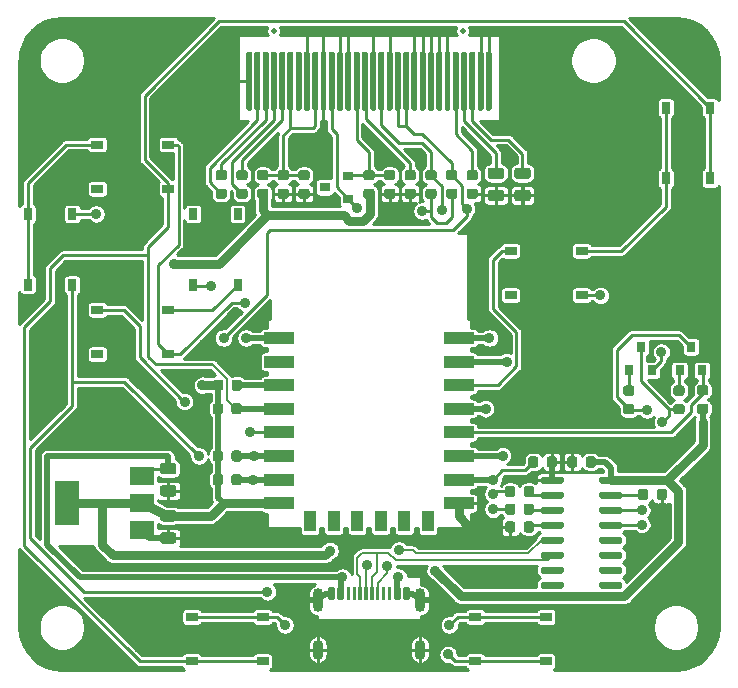
<source format=gbr>
%TF.GenerationSoftware,KiCad,Pcbnew,5.1.9-73d0e3b20d~88~ubuntu20.04.1*%
%TF.CreationDate,2021-04-26T18:42:44+02:00*%
%TF.ProjectId,gamearino,67616d65-6172-4696-9e6f-2e6b69636164,v0.0.1*%
%TF.SameCoordinates,PX5f5e100PY5f5e100*%
%TF.FileFunction,Copper,L1,Top*%
%TF.FilePolarity,Positive*%
%FSLAX46Y46*%
G04 Gerber Fmt 4.6, Leading zero omitted, Abs format (unit mm)*
G04 Created by KiCad (PCBNEW 5.1.9-73d0e3b20d~88~ubuntu20.04.1) date 2021-04-26 18:42:44*
%MOMM*%
%LPD*%
G01*
G04 APERTURE LIST*
%TA.AperFunction,SMDPad,CuDef*%
%ADD10R,0.800000X0.900000*%
%TD*%
%TA.AperFunction,WasherPad*%
%ADD11C,0.500000*%
%TD*%
%TA.AperFunction,ComponentPad*%
%ADD12O,0.900000X2.000000*%
%TD*%
%TA.AperFunction,ComponentPad*%
%ADD13O,0.900000X1.700000*%
%TD*%
%TA.AperFunction,SMDPad,CuDef*%
%ADD14R,0.750000X1.000000*%
%TD*%
%TA.AperFunction,SMDPad,CuDef*%
%ADD15R,1.000000X0.750000*%
%TD*%
%TA.AperFunction,SMDPad,CuDef*%
%ADD16R,2.000000X1.500000*%
%TD*%
%TA.AperFunction,SMDPad,CuDef*%
%ADD17R,2.000000X3.800000*%
%TD*%
%TA.AperFunction,SMDPad,CuDef*%
%ADD18R,2.500000X1.000000*%
%TD*%
%TA.AperFunction,SMDPad,CuDef*%
%ADD19R,1.000000X1.800000*%
%TD*%
%TA.AperFunction,SMDPad,CuDef*%
%ADD20R,0.900000X0.800000*%
%TD*%
%TA.AperFunction,ViaPad*%
%ADD21C,0.900000*%
%TD*%
%TA.AperFunction,Conductor*%
%ADD22C,0.250000*%
%TD*%
%TA.AperFunction,Conductor*%
%ADD23C,0.750000*%
%TD*%
%TA.AperFunction,Conductor*%
%ADD24C,0.500000*%
%TD*%
%TA.AperFunction,Conductor*%
%ADD25C,0.200000*%
%TD*%
%TA.AperFunction,Conductor*%
%ADD26C,0.300000*%
%TD*%
G04 APERTURE END LIST*
%TO.P,R8,2*%
%TO.N,/Auto-Reset/GPIO0*%
%TA.AperFunction,SMDPad,CuDef*%
G36*
G01*
X58506250Y23637500D02*
X57993750Y23637500D01*
G75*
G02*
X57775000Y23856250I0J218750D01*
G01*
X57775000Y24293750D01*
G75*
G02*
X57993750Y24512500I218750J0D01*
G01*
X58506250Y24512500D01*
G75*
G02*
X58725000Y24293750I0J-218750D01*
G01*
X58725000Y23856250D01*
G75*
G02*
X58506250Y23637500I-218750J0D01*
G01*
G37*
%TD.AperFunction*%
%TO.P,R8,1*%
%TO.N,+3V3*%
%TA.AperFunction,SMDPad,CuDef*%
G36*
G01*
X58506250Y22062500D02*
X57993750Y22062500D01*
G75*
G02*
X57775000Y22281250I0J218750D01*
G01*
X57775000Y22718750D01*
G75*
G02*
X57993750Y22937500I218750J0D01*
G01*
X58506250Y22937500D01*
G75*
G02*
X58725000Y22718750I0J-218750D01*
G01*
X58725000Y22281250D01*
G75*
G02*
X58506250Y22062500I-218750J0D01*
G01*
G37*
%TD.AperFunction*%
%TD*%
%TO.P,R6,2*%
%TO.N,/Auto-Reset/DTR*%
%TA.AperFunction,SMDPad,CuDef*%
G36*
G01*
X51743750Y22900000D02*
X52256250Y22900000D01*
G75*
G02*
X52475000Y22681250I0J-218750D01*
G01*
X52475000Y22243750D01*
G75*
G02*
X52256250Y22025000I-218750J0D01*
G01*
X51743750Y22025000D01*
G75*
G02*
X51525000Y22243750I0J218750D01*
G01*
X51525000Y22681250D01*
G75*
G02*
X51743750Y22900000I218750J0D01*
G01*
G37*
%TD.AperFunction*%
%TO.P,R6,1*%
%TO.N,Net-(Q1-Pad1)*%
%TA.AperFunction,SMDPad,CuDef*%
G36*
G01*
X51743750Y24475000D02*
X52256250Y24475000D01*
G75*
G02*
X52475000Y24256250I0J-218750D01*
G01*
X52475000Y23818750D01*
G75*
G02*
X52256250Y23600000I-218750J0D01*
G01*
X51743750Y23600000D01*
G75*
G02*
X51525000Y23818750I0J218750D01*
G01*
X51525000Y24256250D01*
G75*
G02*
X51743750Y24475000I218750J0D01*
G01*
G37*
%TD.AperFunction*%
%TD*%
%TO.P,R7,2*%
%TO.N,/Auto-Reset/RTS*%
%TA.AperFunction,SMDPad,CuDef*%
G36*
G01*
X55993750Y22900000D02*
X56506250Y22900000D01*
G75*
G02*
X56725000Y22681250I0J-218750D01*
G01*
X56725000Y22243750D01*
G75*
G02*
X56506250Y22025000I-218750J0D01*
G01*
X55993750Y22025000D01*
G75*
G02*
X55775000Y22243750I0J218750D01*
G01*
X55775000Y22681250D01*
G75*
G02*
X55993750Y22900000I218750J0D01*
G01*
G37*
%TD.AperFunction*%
%TO.P,R7,1*%
%TO.N,Net-(Q2-Pad1)*%
%TA.AperFunction,SMDPad,CuDef*%
G36*
G01*
X55993750Y24475000D02*
X56506250Y24475000D01*
G75*
G02*
X56725000Y24256250I0J-218750D01*
G01*
X56725000Y23818750D01*
G75*
G02*
X56506250Y23600000I-218750J0D01*
G01*
X55993750Y23600000D01*
G75*
G02*
X55775000Y23818750I0J218750D01*
G01*
X55775000Y24256250D01*
G75*
G02*
X55993750Y24475000I218750J0D01*
G01*
G37*
%TD.AperFunction*%
%TD*%
D10*
%TO.P,Q1,3*%
%TO.N,/Auto-Reset/RTS*%
X53000000Y27750000D03*
%TO.P,Q1,2*%
%TO.N,/Auto-Reset/Reset*%
X53950000Y25750000D03*
%TO.P,Q1,1*%
%TO.N,Net-(Q1-Pad1)*%
X52050000Y25750000D03*
%TD*%
%TO.P,Q2,3*%
%TO.N,/Auto-Reset/DTR*%
X57250000Y27750000D03*
%TO.P,Q2,2*%
%TO.N,/Auto-Reset/GPIO0*%
X58200000Y25750000D03*
%TO.P,Q2,1*%
%TO.N,Net-(Q2-Pad1)*%
X56300000Y25750000D03*
%TD*%
D11*
%TO.P,U4,*%
%TO.N,*%
X37950000Y54500000D03*
X21950000Y54500000D03*
%TO.P,U4,30*%
%TO.N,GND*%
%TA.AperFunction,SMDPad,CuDef*%
G36*
G01*
X39900000Y47875000D02*
X39900000Y52625000D01*
G75*
G02*
X40025000Y52750000I125000J0D01*
G01*
X40275000Y52750000D01*
G75*
G02*
X40400000Y52625000I0J-125000D01*
G01*
X40400000Y47875000D01*
G75*
G02*
X40275000Y47750000I-125000J0D01*
G01*
X40025000Y47750000D01*
G75*
G02*
X39900000Y47875000I0J125000D01*
G01*
G37*
%TD.AperFunction*%
%TO.P,U4,29*%
%TA.AperFunction,SMDPad,CuDef*%
G36*
G01*
X39200000Y47875000D02*
X39200000Y52625000D01*
G75*
G02*
X39325000Y52750000I125000J0D01*
G01*
X39575000Y52750000D01*
G75*
G02*
X39700000Y52625000I0J-125000D01*
G01*
X39700000Y47875000D01*
G75*
G02*
X39575000Y47750000I-125000J0D01*
G01*
X39325000Y47750000D01*
G75*
G02*
X39200000Y47875000I0J125000D01*
G01*
G37*
%TD.AperFunction*%
%TO.P,U4,28*%
%TO.N,Net-(C11-Pad1)*%
%TA.AperFunction,SMDPad,CuDef*%
G36*
G01*
X38500000Y47875000D02*
X38500000Y52625000D01*
G75*
G02*
X38625000Y52750000I125000J0D01*
G01*
X38875000Y52750000D01*
G75*
G02*
X39000000Y52625000I0J-125000D01*
G01*
X39000000Y47875000D01*
G75*
G02*
X38875000Y47750000I-125000J0D01*
G01*
X38625000Y47750000D01*
G75*
G02*
X38500000Y47875000I0J125000D01*
G01*
G37*
%TD.AperFunction*%
%TO.P,U4,27*%
%TO.N,Net-(C10-Pad1)*%
%TA.AperFunction,SMDPad,CuDef*%
G36*
G01*
X37800000Y47875000D02*
X37800000Y52625000D01*
G75*
G02*
X37925000Y52750000I125000J0D01*
G01*
X38175000Y52750000D01*
G75*
G02*
X38300000Y52625000I0J-125000D01*
G01*
X38300000Y47875000D01*
G75*
G02*
X38175000Y47750000I-125000J0D01*
G01*
X37925000Y47750000D01*
G75*
G02*
X37800000Y47875000I0J125000D01*
G01*
G37*
%TD.AperFunction*%
%TO.P,U4,26*%
%TO.N,Net-(R17-Pad2)*%
%TA.AperFunction,SMDPad,CuDef*%
G36*
G01*
X37100000Y47875000D02*
X37100000Y52625000D01*
G75*
G02*
X37225000Y52750000I125000J0D01*
G01*
X37475000Y52750000D01*
G75*
G02*
X37600000Y52625000I0J-125000D01*
G01*
X37600000Y47875000D01*
G75*
G02*
X37475000Y47750000I-125000J0D01*
G01*
X37225000Y47750000D01*
G75*
G02*
X37100000Y47875000I0J125000D01*
G01*
G37*
%TD.AperFunction*%
%TO.P,U4,25*%
%TO.N,GND*%
%TA.AperFunction,SMDPad,CuDef*%
G36*
G01*
X36400000Y47875000D02*
X36400000Y52625000D01*
G75*
G02*
X36525000Y52750000I125000J0D01*
G01*
X36775000Y52750000D01*
G75*
G02*
X36900000Y52625000I0J-125000D01*
G01*
X36900000Y47875000D01*
G75*
G02*
X36775000Y47750000I-125000J0D01*
G01*
X36525000Y47750000D01*
G75*
G02*
X36400000Y47875000I0J125000D01*
G01*
G37*
%TD.AperFunction*%
%TO.P,U4,24*%
%TA.AperFunction,SMDPad,CuDef*%
G36*
G01*
X35700000Y47875000D02*
X35700000Y52625000D01*
G75*
G02*
X35825000Y52750000I125000J0D01*
G01*
X36075000Y52750000D01*
G75*
G02*
X36200000Y52625000I0J-125000D01*
G01*
X36200000Y47875000D01*
G75*
G02*
X36075000Y47750000I-125000J0D01*
G01*
X35825000Y47750000D01*
G75*
G02*
X35700000Y47875000I0J125000D01*
G01*
G37*
%TD.AperFunction*%
%TO.P,U4,23*%
%TA.AperFunction,SMDPad,CuDef*%
G36*
G01*
X35000000Y47875000D02*
X35000000Y52625000D01*
G75*
G02*
X35125000Y52750000I125000J0D01*
G01*
X35375000Y52750000D01*
G75*
G02*
X35500000Y52625000I0J-125000D01*
G01*
X35500000Y47875000D01*
G75*
G02*
X35375000Y47750000I-125000J0D01*
G01*
X35125000Y47750000D01*
G75*
G02*
X35000000Y47875000I0J125000D01*
G01*
G37*
%TD.AperFunction*%
%TO.P,U4,22*%
%TA.AperFunction,SMDPad,CuDef*%
G36*
G01*
X34300000Y47875000D02*
X34300000Y52625000D01*
G75*
G02*
X34425000Y52750000I125000J0D01*
G01*
X34675000Y52750000D01*
G75*
G02*
X34800000Y52625000I0J-125000D01*
G01*
X34800000Y47875000D01*
G75*
G02*
X34675000Y47750000I-125000J0D01*
G01*
X34425000Y47750000D01*
G75*
G02*
X34300000Y47875000I0J125000D01*
G01*
G37*
%TD.AperFunction*%
%TO.P,U4,21*%
%TA.AperFunction,SMDPad,CuDef*%
G36*
G01*
X33600000Y47875000D02*
X33600000Y52625000D01*
G75*
G02*
X33725000Y52750000I125000J0D01*
G01*
X33975000Y52750000D01*
G75*
G02*
X34100000Y52625000I0J-125000D01*
G01*
X34100000Y47875000D01*
G75*
G02*
X33975000Y47750000I-125000J0D01*
G01*
X33725000Y47750000D01*
G75*
G02*
X33600000Y47875000I0J125000D01*
G01*
G37*
%TD.AperFunction*%
%TO.P,U4,20*%
%TO.N,/OLED 128x64/SCL*%
%TA.AperFunction,SMDPad,CuDef*%
G36*
G01*
X32900000Y47875000D02*
X32900000Y52625000D01*
G75*
G02*
X33025000Y52750000I125000J0D01*
G01*
X33275000Y52750000D01*
G75*
G02*
X33400000Y52625000I0J-125000D01*
G01*
X33400000Y47875000D01*
G75*
G02*
X33275000Y47750000I-125000J0D01*
G01*
X33025000Y47750000D01*
G75*
G02*
X32900000Y47875000I0J125000D01*
G01*
G37*
%TD.AperFunction*%
%TO.P,U4,19*%
%TA.AperFunction,SMDPad,CuDef*%
G36*
G01*
X32200000Y47875000D02*
X32200000Y52625000D01*
G75*
G02*
X32325000Y52750000I125000J0D01*
G01*
X32575000Y52750000D01*
G75*
G02*
X32700000Y52625000I0J-125000D01*
G01*
X32700000Y47875000D01*
G75*
G02*
X32575000Y47750000I-125000J0D01*
G01*
X32325000Y47750000D01*
G75*
G02*
X32200000Y47875000I0J125000D01*
G01*
G37*
%TD.AperFunction*%
%TO.P,U4,17*%
%TO.N,GND*%
%TA.AperFunction,SMDPad,CuDef*%
G36*
G01*
X31500000Y47875000D02*
X31500000Y52625000D01*
G75*
G02*
X31625000Y52750000I125000J0D01*
G01*
X31875000Y52750000D01*
G75*
G02*
X32000000Y52625000I0J-125000D01*
G01*
X32000000Y47875000D01*
G75*
G02*
X31875000Y47750000I-125000J0D01*
G01*
X31625000Y47750000D01*
G75*
G02*
X31500000Y47875000I0J125000D01*
G01*
G37*
%TD.AperFunction*%
%TO.P,U4,18*%
%TO.N,/OLED 128x64/SDA*%
%TA.AperFunction,SMDPad,CuDef*%
G36*
G01*
X30800000Y47875000D02*
X30800000Y52625000D01*
G75*
G02*
X30925000Y52750000I125000J0D01*
G01*
X31175000Y52750000D01*
G75*
G02*
X31300000Y52625000I0J-125000D01*
G01*
X31300000Y47875000D01*
G75*
G02*
X31175000Y47750000I-125000J0D01*
G01*
X30925000Y47750000D01*
G75*
G02*
X30800000Y47875000I0J125000D01*
G01*
G37*
%TD.AperFunction*%
%TO.P,U4,16*%
%TO.N,GND*%
%TA.AperFunction,SMDPad,CuDef*%
G36*
G01*
X30100000Y47875000D02*
X30100000Y52625000D01*
G75*
G02*
X30225000Y52750000I125000J0D01*
G01*
X30475000Y52750000D01*
G75*
G02*
X30600000Y52625000I0J-125000D01*
G01*
X30600000Y47875000D01*
G75*
G02*
X30475000Y47750000I-125000J0D01*
G01*
X30225000Y47750000D01*
G75*
G02*
X30100000Y47875000I0J125000D01*
G01*
G37*
%TD.AperFunction*%
%TO.P,U4,15*%
%TO.N,Net-(R16-Pad1)*%
%TA.AperFunction,SMDPad,CuDef*%
G36*
G01*
X29400000Y47875000D02*
X29400000Y52625000D01*
G75*
G02*
X29525000Y52750000I125000J0D01*
G01*
X29775000Y52750000D01*
G75*
G02*
X29900000Y52625000I0J-125000D01*
G01*
X29900000Y47875000D01*
G75*
G02*
X29775000Y47750000I-125000J0D01*
G01*
X29525000Y47750000D01*
G75*
G02*
X29400000Y47875000I0J125000D01*
G01*
G37*
%TD.AperFunction*%
%TO.P,U4,14*%
%TO.N,Net-(C5-Pad1)*%
%TA.AperFunction,SMDPad,CuDef*%
G36*
G01*
X28700000Y47875000D02*
X28700000Y52625000D01*
G75*
G02*
X28825000Y52750000I125000J0D01*
G01*
X29075000Y52750000D01*
G75*
G02*
X29200000Y52625000I0J-125000D01*
G01*
X29200000Y47875000D01*
G75*
G02*
X29075000Y47750000I-125000J0D01*
G01*
X28825000Y47750000D01*
G75*
G02*
X28700000Y47875000I0J125000D01*
G01*
G37*
%TD.AperFunction*%
%TO.P,U4,13*%
%TO.N,GND*%
%TA.AperFunction,SMDPad,CuDef*%
G36*
G01*
X28000000Y47875000D02*
X28000000Y52625000D01*
G75*
G02*
X28125000Y52750000I125000J0D01*
G01*
X28375000Y52750000D01*
G75*
G02*
X28500000Y52625000I0J-125000D01*
G01*
X28500000Y47875000D01*
G75*
G02*
X28375000Y47750000I-125000J0D01*
G01*
X28125000Y47750000D01*
G75*
G02*
X28000000Y47875000I0J125000D01*
G01*
G37*
%TD.AperFunction*%
%TO.P,U4,12*%
%TA.AperFunction,SMDPad,CuDef*%
G36*
G01*
X27300000Y47875000D02*
X27300000Y52625000D01*
G75*
G02*
X27425000Y52750000I125000J0D01*
G01*
X27675000Y52750000D01*
G75*
G02*
X27800000Y52625000I0J-125000D01*
G01*
X27800000Y47875000D01*
G75*
G02*
X27675000Y47750000I-125000J0D01*
G01*
X27425000Y47750000D01*
G75*
G02*
X27300000Y47875000I0J125000D01*
G01*
G37*
%TD.AperFunction*%
%TO.P,U4,11*%
%TO.N,Net-(D1-Pad1)*%
%TA.AperFunction,SMDPad,CuDef*%
G36*
G01*
X26600000Y47875000D02*
X26600000Y52625000D01*
G75*
G02*
X26725000Y52750000I125000J0D01*
G01*
X26975000Y52750000D01*
G75*
G02*
X27100000Y52625000I0J-125000D01*
G01*
X27100000Y47875000D01*
G75*
G02*
X26975000Y47750000I-125000J0D01*
G01*
X26725000Y47750000D01*
G75*
G02*
X26600000Y47875000I0J125000D01*
G01*
G37*
%TD.AperFunction*%
%TO.P,U4,10*%
%TO.N,GND*%
%TA.AperFunction,SMDPad,CuDef*%
G36*
G01*
X25900000Y47875000D02*
X25900000Y52625000D01*
G75*
G02*
X26025000Y52750000I125000J0D01*
G01*
X26275000Y52750000D01*
G75*
G02*
X26400000Y52625000I0J-125000D01*
G01*
X26400000Y47875000D01*
G75*
G02*
X26275000Y47750000I-125000J0D01*
G01*
X26025000Y47750000D01*
G75*
G02*
X25900000Y47875000I0J125000D01*
G01*
G37*
%TD.AperFunction*%
%TO.P,U4,9*%
%TO.N,Net-(C6-Pad1)*%
%TA.AperFunction,SMDPad,CuDef*%
G36*
G01*
X25200000Y47875000D02*
X25200000Y52625000D01*
G75*
G02*
X25325000Y52750000I125000J0D01*
G01*
X25575000Y52750000D01*
G75*
G02*
X25700000Y52625000I0J-125000D01*
G01*
X25700000Y47875000D01*
G75*
G02*
X25575000Y47750000I-125000J0D01*
G01*
X25325000Y47750000D01*
G75*
G02*
X25200000Y47875000I0J125000D01*
G01*
G37*
%TD.AperFunction*%
%TO.P,U4,8*%
%TO.N,GND*%
%TA.AperFunction,SMDPad,CuDef*%
G36*
G01*
X24500000Y47875000D02*
X24500000Y52625000D01*
G75*
G02*
X24625000Y52750000I125000J0D01*
G01*
X24875000Y52750000D01*
G75*
G02*
X25000000Y52625000I0J-125000D01*
G01*
X25000000Y47875000D01*
G75*
G02*
X24875000Y47750000I-125000J0D01*
G01*
X24625000Y47750000D01*
G75*
G02*
X24500000Y47875000I0J125000D01*
G01*
G37*
%TD.AperFunction*%
%TO.P,U4,7*%
%TO.N,N/C*%
%TA.AperFunction,SMDPad,CuDef*%
G36*
G01*
X23800000Y47875000D02*
X23800000Y52625000D01*
G75*
G02*
X23925000Y52750000I125000J0D01*
G01*
X24175000Y52750000D01*
G75*
G02*
X24300000Y52625000I0J-125000D01*
G01*
X24300000Y47875000D01*
G75*
G02*
X24175000Y47750000I-125000J0D01*
G01*
X23925000Y47750000D01*
G75*
G02*
X23800000Y47875000I0J125000D01*
G01*
G37*
%TD.AperFunction*%
%TO.P,U4,6*%
%TO.N,Net-(C6-Pad1)*%
%TA.AperFunction,SMDPad,CuDef*%
G36*
G01*
X23100000Y47875000D02*
X23100000Y52625000D01*
G75*
G02*
X23225000Y52750000I125000J0D01*
G01*
X23475000Y52750000D01*
G75*
G02*
X23600000Y52625000I0J-125000D01*
G01*
X23600000Y47875000D01*
G75*
G02*
X23475000Y47750000I-125000J0D01*
G01*
X23225000Y47750000D01*
G75*
G02*
X23100000Y47875000I0J125000D01*
G01*
G37*
%TD.AperFunction*%
%TO.P,U4,5*%
%TO.N,Net-(C9-Pad2)*%
%TA.AperFunction,SMDPad,CuDef*%
G36*
G01*
X22400000Y47875000D02*
X22400000Y52625000D01*
G75*
G02*
X22525000Y52750000I125000J0D01*
G01*
X22775000Y52750000D01*
G75*
G02*
X22900000Y52625000I0J-125000D01*
G01*
X22900000Y47875000D01*
G75*
G02*
X22775000Y47750000I-125000J0D01*
G01*
X22525000Y47750000D01*
G75*
G02*
X22400000Y47875000I0J125000D01*
G01*
G37*
%TD.AperFunction*%
%TO.P,U4,4*%
%TO.N,Net-(C9-Pad1)*%
%TA.AperFunction,SMDPad,CuDef*%
G36*
G01*
X21700000Y47875000D02*
X21700000Y52625000D01*
G75*
G02*
X21825000Y52750000I125000J0D01*
G01*
X22075000Y52750000D01*
G75*
G02*
X22200000Y52625000I0J-125000D01*
G01*
X22200000Y47875000D01*
G75*
G02*
X22075000Y47750000I-125000J0D01*
G01*
X21825000Y47750000D01*
G75*
G02*
X21700000Y47875000I0J125000D01*
G01*
G37*
%TD.AperFunction*%
%TO.P,U4,2*%
%TO.N,Net-(C8-Pad1)*%
%TA.AperFunction,SMDPad,CuDef*%
G36*
G01*
X20300000Y47875000D02*
X20300000Y52625000D01*
G75*
G02*
X20425000Y52750000I125000J0D01*
G01*
X20675000Y52750000D01*
G75*
G02*
X20800000Y52625000I0J-125000D01*
G01*
X20800000Y47875000D01*
G75*
G02*
X20675000Y47750000I-125000J0D01*
G01*
X20425000Y47750000D01*
G75*
G02*
X20300000Y47875000I0J125000D01*
G01*
G37*
%TD.AperFunction*%
%TO.P,U4,3*%
%TO.N,Net-(C8-Pad2)*%
%TA.AperFunction,SMDPad,CuDef*%
G36*
G01*
X21000000Y47875000D02*
X21000000Y52625000D01*
G75*
G02*
X21125000Y52750000I125000J0D01*
G01*
X21375000Y52750000D01*
G75*
G02*
X21500000Y52625000I0J-125000D01*
G01*
X21500000Y47875000D01*
G75*
G02*
X21375000Y47750000I-125000J0D01*
G01*
X21125000Y47750000D01*
G75*
G02*
X21000000Y47875000I0J125000D01*
G01*
G37*
%TD.AperFunction*%
%TO.P,U4,1*%
%TO.N,GND*%
%TA.AperFunction,SMDPad,CuDef*%
G36*
G01*
X19600000Y47875000D02*
X19600000Y52625000D01*
G75*
G02*
X19725000Y52750000I125000J0D01*
G01*
X19975000Y52750000D01*
G75*
G02*
X20100000Y52625000I0J-125000D01*
G01*
X20100000Y47875000D01*
G75*
G02*
X19975000Y47750000I-125000J0D01*
G01*
X19725000Y47750000D01*
G75*
G02*
X19600000Y47875000I0J125000D01*
G01*
G37*
%TD.AperFunction*%
%TD*%
D12*
%TO.P,J1,S1*%
%TO.N,GND*%
X25680000Y6280000D03*
X34320000Y6280000D03*
D13*
X25680000Y2110000D03*
X34320000Y2110000D03*
%TO.P,J1,B7*%
%TO.N,/USB/D-*%
%TA.AperFunction,SMDPad,CuDef*%
G36*
G01*
X29390000Y7370000D02*
X29390000Y6350000D01*
G75*
G02*
X29320000Y6280000I-70000J0D01*
G01*
X29180000Y6280000D01*
G75*
G02*
X29110000Y6350000I0J70000D01*
G01*
X29110000Y7370000D01*
G75*
G02*
X29180000Y7440000I70000J0D01*
G01*
X29320000Y7440000D01*
G75*
G02*
X29390000Y7370000I0J-70000D01*
G01*
G37*
%TD.AperFunction*%
%TO.P,J1,A6*%
%TO.N,/USB/D+*%
%TA.AperFunction,SMDPad,CuDef*%
G36*
G01*
X29890000Y7370000D02*
X29890000Y6350000D01*
G75*
G02*
X29820000Y6280000I-70000J0D01*
G01*
X29680000Y6280000D01*
G75*
G02*
X29610000Y6350000I0J70000D01*
G01*
X29610000Y7370000D01*
G75*
G02*
X29680000Y7440000I70000J0D01*
G01*
X29820000Y7440000D01*
G75*
G02*
X29890000Y7370000I0J-70000D01*
G01*
G37*
%TD.AperFunction*%
%TO.P,J1,A7*%
%TO.N,/USB/D-*%
%TA.AperFunction,SMDPad,CuDef*%
G36*
G01*
X30390000Y7370000D02*
X30390000Y6350000D01*
G75*
G02*
X30320000Y6280000I-70000J0D01*
G01*
X30180000Y6280000D01*
G75*
G02*
X30110000Y6350000I0J70000D01*
G01*
X30110000Y7370000D01*
G75*
G02*
X30180000Y7440000I70000J0D01*
G01*
X30320000Y7440000D01*
G75*
G02*
X30390000Y7370000I0J-70000D01*
G01*
G37*
%TD.AperFunction*%
%TO.P,J1,B8*%
%TO.N,N/C*%
%TA.AperFunction,SMDPad,CuDef*%
G36*
G01*
X28390000Y7370000D02*
X28390000Y6350000D01*
G75*
G02*
X28320000Y6280000I-70000J0D01*
G01*
X28180000Y6280000D01*
G75*
G02*
X28110000Y6350000I0J70000D01*
G01*
X28110000Y7370000D01*
G75*
G02*
X28180000Y7440000I70000J0D01*
G01*
X28320000Y7440000D01*
G75*
G02*
X28390000Y7370000I0J-70000D01*
G01*
G37*
%TD.AperFunction*%
%TO.P,J1,A5*%
%TA.AperFunction,SMDPad,CuDef*%
G36*
G01*
X28890000Y7370000D02*
X28890000Y6350000D01*
G75*
G02*
X28820000Y6280000I-70000J0D01*
G01*
X28680000Y6280000D01*
G75*
G02*
X28610000Y6350000I0J70000D01*
G01*
X28610000Y7370000D01*
G75*
G02*
X28680000Y7440000I70000J0D01*
G01*
X28820000Y7440000D01*
G75*
G02*
X28890000Y7370000I0J-70000D01*
G01*
G37*
%TD.AperFunction*%
%TO.P,J1,A8*%
%TA.AperFunction,SMDPad,CuDef*%
G36*
G01*
X31390000Y7370000D02*
X31390000Y6350000D01*
G75*
G02*
X31320000Y6280000I-70000J0D01*
G01*
X31180000Y6280000D01*
G75*
G02*
X31110000Y6350000I0J70000D01*
G01*
X31110000Y7370000D01*
G75*
G02*
X31180000Y7440000I70000J0D01*
G01*
X31320000Y7440000D01*
G75*
G02*
X31390000Y7370000I0J-70000D01*
G01*
G37*
%TD.AperFunction*%
%TO.P,J1,B6*%
%TO.N,/USB/D+*%
%TA.AperFunction,SMDPad,CuDef*%
G36*
G01*
X30890000Y7370000D02*
X30890000Y6350000D01*
G75*
G02*
X30820000Y6280000I-70000J0D01*
G01*
X30680000Y6280000D01*
G75*
G02*
X30610000Y6350000I0J70000D01*
G01*
X30610000Y7370000D01*
G75*
G02*
X30680000Y7440000I70000J0D01*
G01*
X30820000Y7440000D01*
G75*
G02*
X30890000Y7370000I0J-70000D01*
G01*
G37*
%TD.AperFunction*%
%TO.P,J1,B5*%
%TO.N,N/C*%
%TA.AperFunction,SMDPad,CuDef*%
G36*
G01*
X31890000Y7370000D02*
X31890000Y6350000D01*
G75*
G02*
X31820000Y6280000I-70000J0D01*
G01*
X31680000Y6280000D01*
G75*
G02*
X31610000Y6350000I0J70000D01*
G01*
X31610000Y7370000D01*
G75*
G02*
X31680000Y7440000I70000J0D01*
G01*
X31820000Y7440000D01*
G75*
G02*
X31890000Y7370000I0J-70000D01*
G01*
G37*
%TD.AperFunction*%
%TO.P,J1,A4*%
%TO.N,Net-(C3-Pad1)*%
%TA.AperFunction,SMDPad,CuDef*%
G36*
G01*
X27310000Y6425000D02*
X27310000Y7295000D01*
G75*
G02*
X27455000Y7440000I145000J0D01*
G01*
X27745000Y7440000D01*
G75*
G02*
X27890000Y7295000I0J-145000D01*
G01*
X27890000Y6425000D01*
G75*
G02*
X27745000Y6280000I-145000J0D01*
G01*
X27455000Y6280000D01*
G75*
G02*
X27310000Y6425000I0J145000D01*
G01*
G37*
%TD.AperFunction*%
%TO.P,J1,B9*%
%TA.AperFunction,SMDPad,CuDef*%
G36*
G01*
X27310000Y6425000D02*
X27310000Y7295000D01*
G75*
G02*
X27455000Y7440000I145000J0D01*
G01*
X27745000Y7440000D01*
G75*
G02*
X27890000Y7295000I0J-145000D01*
G01*
X27890000Y6425000D01*
G75*
G02*
X27745000Y6280000I-145000J0D01*
G01*
X27455000Y6280000D01*
G75*
G02*
X27310000Y6425000I0J145000D01*
G01*
G37*
%TD.AperFunction*%
%TO.P,J1,A1*%
%TO.N,GND*%
%TA.AperFunction,SMDPad,CuDef*%
G36*
G01*
X26510000Y6425000D02*
X26510000Y7295000D01*
G75*
G02*
X26655000Y7440000I145000J0D01*
G01*
X26945000Y7440000D01*
G75*
G02*
X27090000Y7295000I0J-145000D01*
G01*
X27090000Y6425000D01*
G75*
G02*
X26945000Y6280000I-145000J0D01*
G01*
X26655000Y6280000D01*
G75*
G02*
X26510000Y6425000I0J145000D01*
G01*
G37*
%TD.AperFunction*%
%TO.P,J1,B12*%
%TA.AperFunction,SMDPad,CuDef*%
G36*
G01*
X26510000Y6425000D02*
X26510000Y7295000D01*
G75*
G02*
X26655000Y7440000I145000J0D01*
G01*
X26945000Y7440000D01*
G75*
G02*
X27090000Y7295000I0J-145000D01*
G01*
X27090000Y6425000D01*
G75*
G02*
X26945000Y6280000I-145000J0D01*
G01*
X26655000Y6280000D01*
G75*
G02*
X26510000Y6425000I0J145000D01*
G01*
G37*
%TD.AperFunction*%
%TO.P,J1,B4*%
%TO.N,Net-(C3-Pad1)*%
%TA.AperFunction,SMDPad,CuDef*%
G36*
G01*
X32110000Y6425000D02*
X32110000Y7295000D01*
G75*
G02*
X32255000Y7440000I145000J0D01*
G01*
X32545000Y7440000D01*
G75*
G02*
X32690000Y7295000I0J-145000D01*
G01*
X32690000Y6425000D01*
G75*
G02*
X32545000Y6280000I-145000J0D01*
G01*
X32255000Y6280000D01*
G75*
G02*
X32110000Y6425000I0J145000D01*
G01*
G37*
%TD.AperFunction*%
%TO.P,J1,B1*%
%TO.N,GND*%
%TA.AperFunction,SMDPad,CuDef*%
G36*
G01*
X32910000Y6425000D02*
X32910000Y7295000D01*
G75*
G02*
X33055000Y7440000I145000J0D01*
G01*
X33345000Y7440000D01*
G75*
G02*
X33490000Y7295000I0J-145000D01*
G01*
X33490000Y6425000D01*
G75*
G02*
X33345000Y6280000I-145000J0D01*
G01*
X33055000Y6280000D01*
G75*
G02*
X32910000Y6425000I0J145000D01*
G01*
G37*
%TD.AperFunction*%
%TO.P,J1,A9*%
%TO.N,Net-(C3-Pad1)*%
%TA.AperFunction,SMDPad,CuDef*%
G36*
G01*
X32110000Y6425000D02*
X32110000Y7295000D01*
G75*
G02*
X32255000Y7440000I145000J0D01*
G01*
X32545000Y7440000D01*
G75*
G02*
X32690000Y7295000I0J-145000D01*
G01*
X32690000Y6425000D01*
G75*
G02*
X32545000Y6280000I-145000J0D01*
G01*
X32255000Y6280000D01*
G75*
G02*
X32110000Y6425000I0J145000D01*
G01*
G37*
%TD.AperFunction*%
%TO.P,J1,A12*%
%TO.N,GND*%
%TA.AperFunction,SMDPad,CuDef*%
G36*
G01*
X32910000Y6425000D02*
X32910000Y7295000D01*
G75*
G02*
X33055000Y7440000I145000J0D01*
G01*
X33345000Y7440000D01*
G75*
G02*
X33490000Y7295000I0J-145000D01*
G01*
X33490000Y6425000D01*
G75*
G02*
X33345000Y6280000I-145000J0D01*
G01*
X33055000Y6280000D01*
G75*
G02*
X32910000Y6425000I0J145000D01*
G01*
G37*
%TD.AperFunction*%
%TD*%
%TO.P,C3,2*%
%TO.N,GND*%
%TA.AperFunction,SMDPad,CuDef*%
G36*
G01*
X12543750Y16050000D02*
X13456250Y16050000D01*
G75*
G02*
X13700000Y15806250I0J-243750D01*
G01*
X13700000Y15318750D01*
G75*
G02*
X13456250Y15075000I-243750J0D01*
G01*
X12543750Y15075000D01*
G75*
G02*
X12300000Y15318750I0J243750D01*
G01*
X12300000Y15806250D01*
G75*
G02*
X12543750Y16050000I243750J0D01*
G01*
G37*
%TD.AperFunction*%
%TO.P,C3,1*%
%TO.N,Net-(C3-Pad1)*%
%TA.AperFunction,SMDPad,CuDef*%
G36*
G01*
X12543750Y17925000D02*
X13456250Y17925000D01*
G75*
G02*
X13700000Y17681250I0J-243750D01*
G01*
X13700000Y17193750D01*
G75*
G02*
X13456250Y16950000I-243750J0D01*
G01*
X12543750Y16950000D01*
G75*
G02*
X12300000Y17193750I0J243750D01*
G01*
X12300000Y17681250D01*
G75*
G02*
X12543750Y17925000I243750J0D01*
G01*
G37*
%TD.AperFunction*%
%TD*%
D14*
%TO.P,SW8,1*%
%TO.N,/Buttons/C2*%
X55125000Y48000000D03*
%TO.P,SW8,2*%
%TO.N,/Buttons/R0*%
X58875000Y42000000D03*
X58875000Y48000000D03*
%TO.P,SW8,1*%
%TO.N,/Buttons/C2*%
X55125000Y42000000D03*
%TD*%
D15*
%TO.P,SW7,1*%
%TO.N,/Buttons/C2*%
X48000000Y35875000D03*
%TO.P,SW7,2*%
%TO.N,/Buttons/R1*%
X42000000Y32125000D03*
X48000000Y32125000D03*
%TO.P,SW7,1*%
%TO.N,/Buttons/C2*%
X42000000Y35875000D03*
%TD*%
%TO.P,SW6,1*%
%TO.N,/Buttons/C1*%
X45000000Y4875000D03*
%TO.P,SW6,2*%
%TO.N,/Buttons/R1*%
X39000000Y1125000D03*
X45000000Y1125000D03*
%TO.P,SW6,1*%
%TO.N,/Buttons/C1*%
X39000000Y4875000D03*
%TD*%
%TO.P,SW5,1*%
%TO.N,/Buttons/C1*%
X21000000Y4875000D03*
%TO.P,SW5,2*%
%TO.N,/Buttons/R0*%
X15000000Y1125000D03*
X21000000Y1125000D03*
%TO.P,SW5,1*%
%TO.N,/Buttons/C1*%
X15000000Y4875000D03*
%TD*%
D14*
%TO.P,SW4,1*%
%TO.N,/Buttons/C1*%
X15125000Y39000000D03*
%TO.P,SW4,2*%
%TO.N,/Buttons/R2*%
X18875000Y33000000D03*
X18875000Y39000000D03*
%TO.P,SW4,1*%
%TO.N,/Buttons/C1*%
X15125000Y33000000D03*
%TD*%
D15*
%TO.P,SW3,1*%
%TO.N,/Buttons/C0*%
X7000000Y27125000D03*
%TO.P,SW3,2*%
%TO.N,/Buttons/R2*%
X13000000Y30875000D03*
X7000000Y30875000D03*
%TO.P,SW3,1*%
%TO.N,/Buttons/C0*%
X13000000Y27125000D03*
%TD*%
%TO.P,SW2,1*%
%TO.N,/Buttons/C0*%
X13000000Y44875000D03*
%TO.P,SW2,2*%
%TO.N,/Buttons/R0*%
X7000000Y41125000D03*
X13000000Y41125000D03*
%TO.P,SW2,1*%
%TO.N,/Buttons/C0*%
X7000000Y44875000D03*
%TD*%
D14*
%TO.P,SW1,1*%
%TO.N,/Buttons/C0*%
X1125000Y39000000D03*
%TO.P,SW1,2*%
%TO.N,/Buttons/R1*%
X4875000Y33000000D03*
X4875000Y39000000D03*
%TO.P,SW1,1*%
%TO.N,/Buttons/C0*%
X1125000Y33000000D03*
%TD*%
%TO.P,R11,2*%
%TO.N,Net-(R11-Pad2)*%
%TA.AperFunction,SMDPad,CuDef*%
G36*
G01*
X43100000Y13743750D02*
X43100000Y14256250D01*
G75*
G02*
X43318750Y14475000I218750J0D01*
G01*
X43756250Y14475000D01*
G75*
G02*
X43975000Y14256250I0J-218750D01*
G01*
X43975000Y13743750D01*
G75*
G02*
X43756250Y13525000I-218750J0D01*
G01*
X43318750Y13525000D01*
G75*
G02*
X43100000Y13743750I0J218750D01*
G01*
G37*
%TD.AperFunction*%
%TO.P,R11,1*%
%TO.N,/USB/RxD*%
%TA.AperFunction,SMDPad,CuDef*%
G36*
G01*
X41525000Y13743750D02*
X41525000Y14256250D01*
G75*
G02*
X41743750Y14475000I218750J0D01*
G01*
X42181250Y14475000D01*
G75*
G02*
X42400000Y14256250I0J-218750D01*
G01*
X42400000Y13743750D01*
G75*
G02*
X42181250Y13525000I-218750J0D01*
G01*
X41743750Y13525000D01*
G75*
G02*
X41525000Y13743750I0J218750D01*
G01*
G37*
%TD.AperFunction*%
%TD*%
%TO.P,R10,2*%
%TO.N,/USB/TxD*%
%TA.AperFunction,SMDPad,CuDef*%
G36*
G01*
X42400000Y15756250D02*
X42400000Y15243750D01*
G75*
G02*
X42181250Y15025000I-218750J0D01*
G01*
X41743750Y15025000D01*
G75*
G02*
X41525000Y15243750I0J218750D01*
G01*
X41525000Y15756250D01*
G75*
G02*
X41743750Y15975000I218750J0D01*
G01*
X42181250Y15975000D01*
G75*
G02*
X42400000Y15756250I0J-218750D01*
G01*
G37*
%TD.AperFunction*%
%TO.P,R10,1*%
%TO.N,Net-(R10-Pad1)*%
%TA.AperFunction,SMDPad,CuDef*%
G36*
G01*
X43975000Y15756250D02*
X43975000Y15243750D01*
G75*
G02*
X43756250Y15025000I-218750J0D01*
G01*
X43318750Y15025000D01*
G75*
G02*
X43100000Y15243750I0J218750D01*
G01*
X43100000Y15756250D01*
G75*
G02*
X43318750Y15975000I218750J0D01*
G01*
X43756250Y15975000D01*
G75*
G02*
X43975000Y15756250I0J-218750D01*
G01*
G37*
%TD.AperFunction*%
%TD*%
%TO.P,R5,2*%
%TO.N,/Buttons/R2*%
%TA.AperFunction,SMDPad,CuDef*%
G36*
G01*
X18350000Y16243750D02*
X18350000Y16756250D01*
G75*
G02*
X18568750Y16975000I218750J0D01*
G01*
X19006250Y16975000D01*
G75*
G02*
X19225000Y16756250I0J-218750D01*
G01*
X19225000Y16243750D01*
G75*
G02*
X19006250Y16025000I-218750J0D01*
G01*
X18568750Y16025000D01*
G75*
G02*
X18350000Y16243750I0J218750D01*
G01*
G37*
%TD.AperFunction*%
%TO.P,R5,1*%
%TO.N,+3V3*%
%TA.AperFunction,SMDPad,CuDef*%
G36*
G01*
X16775000Y16243750D02*
X16775000Y16756250D01*
G75*
G02*
X16993750Y16975000I218750J0D01*
G01*
X17431250Y16975000D01*
G75*
G02*
X17650000Y16756250I0J-218750D01*
G01*
X17650000Y16243750D01*
G75*
G02*
X17431250Y16025000I-218750J0D01*
G01*
X16993750Y16025000D01*
G75*
G02*
X16775000Y16243750I0J218750D01*
G01*
G37*
%TD.AperFunction*%
%TD*%
%TO.P,R4,2*%
%TO.N,/Buttons/R1*%
%TA.AperFunction,SMDPad,CuDef*%
G36*
G01*
X18350000Y18243750D02*
X18350000Y18756250D01*
G75*
G02*
X18568750Y18975000I218750J0D01*
G01*
X19006250Y18975000D01*
G75*
G02*
X19225000Y18756250I0J-218750D01*
G01*
X19225000Y18243750D01*
G75*
G02*
X19006250Y18025000I-218750J0D01*
G01*
X18568750Y18025000D01*
G75*
G02*
X18350000Y18243750I0J218750D01*
G01*
G37*
%TD.AperFunction*%
%TO.P,R4,1*%
%TO.N,+3V3*%
%TA.AperFunction,SMDPad,CuDef*%
G36*
G01*
X16775000Y18243750D02*
X16775000Y18756250D01*
G75*
G02*
X16993750Y18975000I218750J0D01*
G01*
X17431250Y18975000D01*
G75*
G02*
X17650000Y18756250I0J-218750D01*
G01*
X17650000Y18243750D01*
G75*
G02*
X17431250Y18025000I-218750J0D01*
G01*
X16993750Y18025000D01*
G75*
G02*
X16775000Y18243750I0J218750D01*
G01*
G37*
%TD.AperFunction*%
%TD*%
%TO.P,R3,2*%
%TO.N,/Buttons/R0*%
%TA.AperFunction,SMDPad,CuDef*%
G36*
G01*
X18350000Y22243750D02*
X18350000Y22756250D01*
G75*
G02*
X18568750Y22975000I218750J0D01*
G01*
X19006250Y22975000D01*
G75*
G02*
X19225000Y22756250I0J-218750D01*
G01*
X19225000Y22243750D01*
G75*
G02*
X19006250Y22025000I-218750J0D01*
G01*
X18568750Y22025000D01*
G75*
G02*
X18350000Y22243750I0J218750D01*
G01*
G37*
%TD.AperFunction*%
%TO.P,R3,1*%
%TO.N,+3V3*%
%TA.AperFunction,SMDPad,CuDef*%
G36*
G01*
X16775000Y22243750D02*
X16775000Y22756250D01*
G75*
G02*
X16993750Y22975000I218750J0D01*
G01*
X17431250Y22975000D01*
G75*
G02*
X17650000Y22756250I0J-218750D01*
G01*
X17650000Y22243750D01*
G75*
G02*
X17431250Y22025000I-218750J0D01*
G01*
X16993750Y22025000D01*
G75*
G02*
X16775000Y22243750I0J218750D01*
G01*
G37*
%TD.AperFunction*%
%TD*%
%TO.P,R2,2*%
%TO.N,GND*%
%TA.AperFunction,SMDPad,CuDef*%
G36*
G01*
X45050000Y17743750D02*
X45050000Y18256250D01*
G75*
G02*
X45268750Y18475000I218750J0D01*
G01*
X45706250Y18475000D01*
G75*
G02*
X45925000Y18256250I0J-218750D01*
G01*
X45925000Y17743750D01*
G75*
G02*
X45706250Y17525000I-218750J0D01*
G01*
X45268750Y17525000D01*
G75*
G02*
X45050000Y17743750I0J218750D01*
G01*
G37*
%TD.AperFunction*%
%TO.P,R2,1*%
%TO.N,/Buttons/C0*%
%TA.AperFunction,SMDPad,CuDef*%
G36*
G01*
X43475000Y17743750D02*
X43475000Y18256250D01*
G75*
G02*
X43693750Y18475000I218750J0D01*
G01*
X44131250Y18475000D01*
G75*
G02*
X44350000Y18256250I0J-218750D01*
G01*
X44350000Y17743750D01*
G75*
G02*
X44131250Y17525000I-218750J0D01*
G01*
X43693750Y17525000D01*
G75*
G02*
X43475000Y17743750I0J218750D01*
G01*
G37*
%TD.AperFunction*%
%TD*%
%TO.P,R1,2*%
%TO.N,Net-(R1-Pad2)*%
%TA.AperFunction,SMDPad,CuDef*%
G36*
G01*
X18362500Y24243750D02*
X18362500Y24756250D01*
G75*
G02*
X18581250Y24975000I218750J0D01*
G01*
X19018750Y24975000D01*
G75*
G02*
X19237500Y24756250I0J-218750D01*
G01*
X19237500Y24243750D01*
G75*
G02*
X19018750Y24025000I-218750J0D01*
G01*
X18581250Y24025000D01*
G75*
G02*
X18362500Y24243750I0J218750D01*
G01*
G37*
%TD.AperFunction*%
%TO.P,R1,1*%
%TO.N,+3V3*%
%TA.AperFunction,SMDPad,CuDef*%
G36*
G01*
X16787500Y24243750D02*
X16787500Y24756250D01*
G75*
G02*
X17006250Y24975000I218750J0D01*
G01*
X17443750Y24975000D01*
G75*
G02*
X17662500Y24756250I0J-218750D01*
G01*
X17662500Y24243750D01*
G75*
G02*
X17443750Y24025000I-218750J0D01*
G01*
X17006250Y24025000D01*
G75*
G02*
X16787500Y24243750I0J218750D01*
G01*
G37*
%TD.AperFunction*%
%TD*%
D16*
%TO.P,U3,1*%
%TO.N,GND*%
X10750000Y12200000D03*
%TO.P,U3,3*%
%TO.N,Net-(C3-Pad1)*%
X10750000Y16800000D03*
%TO.P,U3,2*%
%TO.N,+3V3*%
X10750000Y14500000D03*
D17*
X4450000Y14500000D03*
%TD*%
%TO.P,U2,16*%
%TO.N,+3V3*%
%TA.AperFunction,SMDPad,CuDef*%
G36*
G01*
X49500000Y16295000D02*
X49500000Y16595000D01*
G75*
G02*
X49650000Y16745000I150000J0D01*
G01*
X51300000Y16745000D01*
G75*
G02*
X51450000Y16595000I0J-150000D01*
G01*
X51450000Y16295000D01*
G75*
G02*
X51300000Y16145000I-150000J0D01*
G01*
X49650000Y16145000D01*
G75*
G02*
X49500000Y16295000I0J150000D01*
G01*
G37*
%TD.AperFunction*%
%TO.P,U2,15*%
%TO.N,Net-(R9-Pad1)*%
%TA.AperFunction,SMDPad,CuDef*%
G36*
G01*
X49500000Y15025000D02*
X49500000Y15325000D01*
G75*
G02*
X49650000Y15475000I150000J0D01*
G01*
X51300000Y15475000D01*
G75*
G02*
X51450000Y15325000I0J-150000D01*
G01*
X51450000Y15025000D01*
G75*
G02*
X51300000Y14875000I-150000J0D01*
G01*
X49650000Y14875000D01*
G75*
G02*
X49500000Y15025000I0J150000D01*
G01*
G37*
%TD.AperFunction*%
%TO.P,U2,14*%
%TO.N,/Auto-Reset/RTS*%
%TA.AperFunction,SMDPad,CuDef*%
G36*
G01*
X49500000Y13755000D02*
X49500000Y14055000D01*
G75*
G02*
X49650000Y14205000I150000J0D01*
G01*
X51300000Y14205000D01*
G75*
G02*
X51450000Y14055000I0J-150000D01*
G01*
X51450000Y13755000D01*
G75*
G02*
X51300000Y13605000I-150000J0D01*
G01*
X49650000Y13605000D01*
G75*
G02*
X49500000Y13755000I0J150000D01*
G01*
G37*
%TD.AperFunction*%
%TO.P,U2,13*%
%TO.N,/Auto-Reset/DTR*%
%TA.AperFunction,SMDPad,CuDef*%
G36*
G01*
X49500000Y12485000D02*
X49500000Y12785000D01*
G75*
G02*
X49650000Y12935000I150000J0D01*
G01*
X51300000Y12935000D01*
G75*
G02*
X51450000Y12785000I0J-150000D01*
G01*
X51450000Y12485000D01*
G75*
G02*
X51300000Y12335000I-150000J0D01*
G01*
X49650000Y12335000D01*
G75*
G02*
X49500000Y12485000I0J150000D01*
G01*
G37*
%TD.AperFunction*%
%TO.P,U2,12*%
%TO.N,N/C*%
%TA.AperFunction,SMDPad,CuDef*%
G36*
G01*
X49500000Y11215000D02*
X49500000Y11515000D01*
G75*
G02*
X49650000Y11665000I150000J0D01*
G01*
X51300000Y11665000D01*
G75*
G02*
X51450000Y11515000I0J-150000D01*
G01*
X51450000Y11215000D01*
G75*
G02*
X51300000Y11065000I-150000J0D01*
G01*
X49650000Y11065000D01*
G75*
G02*
X49500000Y11215000I0J150000D01*
G01*
G37*
%TD.AperFunction*%
%TO.P,U2,11*%
%TA.AperFunction,SMDPad,CuDef*%
G36*
G01*
X49500000Y9945000D02*
X49500000Y10245000D01*
G75*
G02*
X49650000Y10395000I150000J0D01*
G01*
X51300000Y10395000D01*
G75*
G02*
X51450000Y10245000I0J-150000D01*
G01*
X51450000Y9945000D01*
G75*
G02*
X51300000Y9795000I-150000J0D01*
G01*
X49650000Y9795000D01*
G75*
G02*
X49500000Y9945000I0J150000D01*
G01*
G37*
%TD.AperFunction*%
%TO.P,U2,10*%
%TA.AperFunction,SMDPad,CuDef*%
G36*
G01*
X49500000Y8675000D02*
X49500000Y8975000D01*
G75*
G02*
X49650000Y9125000I150000J0D01*
G01*
X51300000Y9125000D01*
G75*
G02*
X51450000Y8975000I0J-150000D01*
G01*
X51450000Y8675000D01*
G75*
G02*
X51300000Y8525000I-150000J0D01*
G01*
X49650000Y8525000D01*
G75*
G02*
X49500000Y8675000I0J150000D01*
G01*
G37*
%TD.AperFunction*%
%TO.P,U2,9*%
%TA.AperFunction,SMDPad,CuDef*%
G36*
G01*
X49500000Y7405000D02*
X49500000Y7705000D01*
G75*
G02*
X49650000Y7855000I150000J0D01*
G01*
X51300000Y7855000D01*
G75*
G02*
X51450000Y7705000I0J-150000D01*
G01*
X51450000Y7405000D01*
G75*
G02*
X51300000Y7255000I-150000J0D01*
G01*
X49650000Y7255000D01*
G75*
G02*
X49500000Y7405000I0J150000D01*
G01*
G37*
%TD.AperFunction*%
%TO.P,U2,8*%
%TA.AperFunction,SMDPad,CuDef*%
G36*
G01*
X44550000Y7405000D02*
X44550000Y7705000D01*
G75*
G02*
X44700000Y7855000I150000J0D01*
G01*
X46350000Y7855000D01*
G75*
G02*
X46500000Y7705000I0J-150000D01*
G01*
X46500000Y7405000D01*
G75*
G02*
X46350000Y7255000I-150000J0D01*
G01*
X44700000Y7255000D01*
G75*
G02*
X44550000Y7405000I0J150000D01*
G01*
G37*
%TD.AperFunction*%
%TO.P,U2,7*%
%TA.AperFunction,SMDPad,CuDef*%
G36*
G01*
X44550000Y8675000D02*
X44550000Y8975000D01*
G75*
G02*
X44700000Y9125000I150000J0D01*
G01*
X46350000Y9125000D01*
G75*
G02*
X46500000Y8975000I0J-150000D01*
G01*
X46500000Y8675000D01*
G75*
G02*
X46350000Y8525000I-150000J0D01*
G01*
X44700000Y8525000D01*
G75*
G02*
X44550000Y8675000I0J150000D01*
G01*
G37*
%TD.AperFunction*%
%TO.P,U2,6*%
%TO.N,/USB/D-*%
%TA.AperFunction,SMDPad,CuDef*%
G36*
G01*
X44550000Y9945000D02*
X44550000Y10245000D01*
G75*
G02*
X44700000Y10395000I150000J0D01*
G01*
X46350000Y10395000D01*
G75*
G02*
X46500000Y10245000I0J-150000D01*
G01*
X46500000Y9945000D01*
G75*
G02*
X46350000Y9795000I-150000J0D01*
G01*
X44700000Y9795000D01*
G75*
G02*
X44550000Y9945000I0J150000D01*
G01*
G37*
%TD.AperFunction*%
%TO.P,U2,5*%
%TO.N,/USB/D+*%
%TA.AperFunction,SMDPad,CuDef*%
G36*
G01*
X44550000Y11215000D02*
X44550000Y11515000D01*
G75*
G02*
X44700000Y11665000I150000J0D01*
G01*
X46350000Y11665000D01*
G75*
G02*
X46500000Y11515000I0J-150000D01*
G01*
X46500000Y11215000D01*
G75*
G02*
X46350000Y11065000I-150000J0D01*
G01*
X44700000Y11065000D01*
G75*
G02*
X44550000Y11215000I0J150000D01*
G01*
G37*
%TD.AperFunction*%
%TO.P,U2,4*%
%TO.N,Net-(C1-Pad1)*%
%TA.AperFunction,SMDPad,CuDef*%
G36*
G01*
X44550000Y12485000D02*
X44550000Y12785000D01*
G75*
G02*
X44700000Y12935000I150000J0D01*
G01*
X46350000Y12935000D01*
G75*
G02*
X46500000Y12785000I0J-150000D01*
G01*
X46500000Y12485000D01*
G75*
G02*
X46350000Y12335000I-150000J0D01*
G01*
X44700000Y12335000D01*
G75*
G02*
X44550000Y12485000I0J150000D01*
G01*
G37*
%TD.AperFunction*%
%TO.P,U2,3*%
%TO.N,Net-(R11-Pad2)*%
%TA.AperFunction,SMDPad,CuDef*%
G36*
G01*
X44550000Y13755000D02*
X44550000Y14055000D01*
G75*
G02*
X44700000Y14205000I150000J0D01*
G01*
X46350000Y14205000D01*
G75*
G02*
X46500000Y14055000I0J-150000D01*
G01*
X46500000Y13755000D01*
G75*
G02*
X46350000Y13605000I-150000J0D01*
G01*
X44700000Y13605000D01*
G75*
G02*
X44550000Y13755000I0J150000D01*
G01*
G37*
%TD.AperFunction*%
%TO.P,U2,2*%
%TO.N,Net-(R10-Pad1)*%
%TA.AperFunction,SMDPad,CuDef*%
G36*
G01*
X44550000Y15025000D02*
X44550000Y15325000D01*
G75*
G02*
X44700000Y15475000I150000J0D01*
G01*
X46350000Y15475000D01*
G75*
G02*
X46500000Y15325000I0J-150000D01*
G01*
X46500000Y15025000D01*
G75*
G02*
X46350000Y14875000I-150000J0D01*
G01*
X44700000Y14875000D01*
G75*
G02*
X44550000Y15025000I0J150000D01*
G01*
G37*
%TD.AperFunction*%
%TO.P,U2,1*%
%TO.N,GND*%
%TA.AperFunction,SMDPad,CuDef*%
G36*
G01*
X44550000Y16295000D02*
X44550000Y16595000D01*
G75*
G02*
X44700000Y16745000I150000J0D01*
G01*
X46350000Y16745000D01*
G75*
G02*
X46500000Y16595000I0J-150000D01*
G01*
X46500000Y16295000D01*
G75*
G02*
X46350000Y16145000I-150000J0D01*
G01*
X44700000Y16145000D01*
G75*
G02*
X44550000Y16295000I0J150000D01*
G01*
G37*
%TD.AperFunction*%
%TD*%
D18*
%TO.P,U1,22*%
%TO.N,/USB/RxD*%
X37600000Y28500000D03*
%TO.P,U1,21*%
%TO.N,/USB/TxD*%
X37600000Y26500000D03*
%TO.P,U1,20*%
%TO.N,/Buttons/C2*%
X37600000Y24500000D03*
%TO.P,U1,19*%
%TO.N,/Buttons/C1*%
X37600000Y22500000D03*
%TO.P,U1,18*%
%TO.N,/Auto-Reset/GPIO0*%
X37600000Y20500000D03*
%TO.P,U1,17*%
%TO.N,/OLED 128x64/SDA*%
X37600000Y18500000D03*
%TO.P,U1,16*%
%TO.N,/Buttons/C0*%
X37600000Y16500000D03*
%TO.P,U1,15*%
%TO.N,GND*%
X37600000Y14500000D03*
D19*
%TO.P,U1,14*%
%TO.N,N/C*%
X35000000Y13000000D03*
%TO.P,U1,13*%
X33000000Y13000000D03*
%TO.P,U1,12*%
X31000000Y13000000D03*
%TO.P,U1,11*%
X29000000Y13000000D03*
%TO.P,U1,10*%
X27000000Y13000000D03*
%TO.P,U1,9*%
X25000000Y13000000D03*
D18*
%TO.P,U1,8*%
%TO.N,+3V3*%
X22400000Y14500000D03*
%TO.P,U1,7*%
%TO.N,/Buttons/R2*%
X22400000Y16500000D03*
%TO.P,U1,6*%
%TO.N,/Buttons/R1*%
X22400000Y18500000D03*
%TO.P,U1,5*%
%TO.N,/OLED 128x64/SCL*%
X22400000Y20500000D03*
%TO.P,U1,4*%
%TO.N,/Buttons/R0*%
X22400000Y22500000D03*
%TO.P,U1,3*%
%TO.N,Net-(R1-Pad2)*%
X22400000Y24500000D03*
%TO.P,U1,2*%
%TO.N,N/C*%
X22400000Y26500000D03*
%TO.P,U1,1*%
%TO.N,/Auto-Reset/Reset*%
X22400000Y28500000D03*
%TD*%
%TO.P,R9,2*%
%TO.N,GND*%
%TA.AperFunction,SMDPad,CuDef*%
G36*
G01*
X54350000Y14993750D02*
X54350000Y15506250D01*
G75*
G02*
X54568750Y15725000I218750J0D01*
G01*
X55006250Y15725000D01*
G75*
G02*
X55225000Y15506250I0J-218750D01*
G01*
X55225000Y14993750D01*
G75*
G02*
X55006250Y14775000I-218750J0D01*
G01*
X54568750Y14775000D01*
G75*
G02*
X54350000Y14993750I0J218750D01*
G01*
G37*
%TD.AperFunction*%
%TO.P,R9,1*%
%TO.N,Net-(R9-Pad1)*%
%TA.AperFunction,SMDPad,CuDef*%
G36*
G01*
X52775000Y14993750D02*
X52775000Y15506250D01*
G75*
G02*
X52993750Y15725000I218750J0D01*
G01*
X53431250Y15725000D01*
G75*
G02*
X53650000Y15506250I0J-218750D01*
G01*
X53650000Y14993750D01*
G75*
G02*
X53431250Y14775000I-218750J0D01*
G01*
X52993750Y14775000D01*
G75*
G02*
X52775000Y14993750I0J218750D01*
G01*
G37*
%TD.AperFunction*%
%TD*%
%TO.P,R16,2*%
%TO.N,GND*%
%TA.AperFunction,SMDPad,CuDef*%
G36*
G01*
X33243750Y41150000D02*
X33756250Y41150000D01*
G75*
G02*
X33975000Y40931250I0J-218750D01*
G01*
X33975000Y40493750D01*
G75*
G02*
X33756250Y40275000I-218750J0D01*
G01*
X33243750Y40275000D01*
G75*
G02*
X33025000Y40493750I0J218750D01*
G01*
X33025000Y40931250D01*
G75*
G02*
X33243750Y41150000I218750J0D01*
G01*
G37*
%TD.AperFunction*%
%TO.P,R16,1*%
%TO.N,Net-(R16-Pad1)*%
%TA.AperFunction,SMDPad,CuDef*%
G36*
G01*
X33243750Y42725000D02*
X33756250Y42725000D01*
G75*
G02*
X33975000Y42506250I0J-218750D01*
G01*
X33975000Y42068750D01*
G75*
G02*
X33756250Y41850000I-218750J0D01*
G01*
X33243750Y41850000D01*
G75*
G02*
X33025000Y42068750I0J218750D01*
G01*
X33025000Y42506250D01*
G75*
G02*
X33243750Y42725000I218750J0D01*
G01*
G37*
%TD.AperFunction*%
%TD*%
%TO.P,R13,2*%
%TO.N,+3V3*%
%TA.AperFunction,SMDPad,CuDef*%
G36*
G01*
X29743750Y41150000D02*
X30256250Y41150000D01*
G75*
G02*
X30475000Y40931250I0J-218750D01*
G01*
X30475000Y40493750D01*
G75*
G02*
X30256250Y40275000I-218750J0D01*
G01*
X29743750Y40275000D01*
G75*
G02*
X29525000Y40493750I0J218750D01*
G01*
X29525000Y40931250D01*
G75*
G02*
X29743750Y41150000I218750J0D01*
G01*
G37*
%TD.AperFunction*%
%TO.P,R13,1*%
%TO.N,Net-(C5-Pad1)*%
%TA.AperFunction,SMDPad,CuDef*%
G36*
G01*
X29743750Y42725000D02*
X30256250Y42725000D01*
G75*
G02*
X30475000Y42506250I0J-218750D01*
G01*
X30475000Y42068750D01*
G75*
G02*
X30256250Y41850000I-218750J0D01*
G01*
X29743750Y41850000D01*
G75*
G02*
X29525000Y42068750I0J218750D01*
G01*
X29525000Y42506250D01*
G75*
G02*
X29743750Y42725000I218750J0D01*
G01*
G37*
%TD.AperFunction*%
%TD*%
%TO.P,R14,2*%
%TO.N,Net-(D1-Pad1)*%
%TA.AperFunction,SMDPad,CuDef*%
G36*
G01*
X36743750Y41150000D02*
X37256250Y41150000D01*
G75*
G02*
X37475000Y40931250I0J-218750D01*
G01*
X37475000Y40493750D01*
G75*
G02*
X37256250Y40275000I-218750J0D01*
G01*
X36743750Y40275000D01*
G75*
G02*
X36525000Y40493750I0J218750D01*
G01*
X36525000Y40931250D01*
G75*
G02*
X36743750Y41150000I218750J0D01*
G01*
G37*
%TD.AperFunction*%
%TO.P,R14,1*%
%TO.N,/OLED 128x64/SCL*%
%TA.AperFunction,SMDPad,CuDef*%
G36*
G01*
X36743750Y42725000D02*
X37256250Y42725000D01*
G75*
G02*
X37475000Y42506250I0J-218750D01*
G01*
X37475000Y42068750D01*
G75*
G02*
X37256250Y41850000I-218750J0D01*
G01*
X36743750Y41850000D01*
G75*
G02*
X36525000Y42068750I0J218750D01*
G01*
X36525000Y42506250D01*
G75*
G02*
X36743750Y42725000I218750J0D01*
G01*
G37*
%TD.AperFunction*%
%TD*%
%TO.P,R12,2*%
%TO.N,Net-(D1-Pad1)*%
%TA.AperFunction,SMDPad,CuDef*%
G36*
G01*
X34993750Y41150000D02*
X35506250Y41150000D01*
G75*
G02*
X35725000Y40931250I0J-218750D01*
G01*
X35725000Y40493750D01*
G75*
G02*
X35506250Y40275000I-218750J0D01*
G01*
X34993750Y40275000D01*
G75*
G02*
X34775000Y40493750I0J218750D01*
G01*
X34775000Y40931250D01*
G75*
G02*
X34993750Y41150000I218750J0D01*
G01*
G37*
%TD.AperFunction*%
%TO.P,R12,1*%
%TO.N,/OLED 128x64/SDA*%
%TA.AperFunction,SMDPad,CuDef*%
G36*
G01*
X34993750Y42725000D02*
X35506250Y42725000D01*
G75*
G02*
X35725000Y42506250I0J-218750D01*
G01*
X35725000Y42068750D01*
G75*
G02*
X35506250Y41850000I-218750J0D01*
G01*
X34993750Y41850000D01*
G75*
G02*
X34775000Y42068750I0J218750D01*
G01*
X34775000Y42506250D01*
G75*
G02*
X34993750Y42725000I218750J0D01*
G01*
G37*
%TD.AperFunction*%
%TD*%
%TO.P,R15,2*%
%TO.N,Net-(C6-Pad1)*%
%TA.AperFunction,SMDPad,CuDef*%
G36*
G01*
X21256250Y41850000D02*
X20743750Y41850000D01*
G75*
G02*
X20525000Y42068750I0J218750D01*
G01*
X20525000Y42506250D01*
G75*
G02*
X20743750Y42725000I218750J0D01*
G01*
X21256250Y42725000D01*
G75*
G02*
X21475000Y42506250I0J-218750D01*
G01*
X21475000Y42068750D01*
G75*
G02*
X21256250Y41850000I-218750J0D01*
G01*
G37*
%TD.AperFunction*%
%TO.P,R15,1*%
%TO.N,+3V3*%
%TA.AperFunction,SMDPad,CuDef*%
G36*
G01*
X21256250Y40275000D02*
X20743750Y40275000D01*
G75*
G02*
X20525000Y40493750I0J218750D01*
G01*
X20525000Y40931250D01*
G75*
G02*
X20743750Y41150000I218750J0D01*
G01*
X21256250Y41150000D01*
G75*
G02*
X21475000Y40931250I0J-218750D01*
G01*
X21475000Y40493750D01*
G75*
G02*
X21256250Y40275000I-218750J0D01*
G01*
G37*
%TD.AperFunction*%
%TD*%
%TO.P,R17,2*%
%TO.N,Net-(R17-Pad2)*%
%TA.AperFunction,SMDPad,CuDef*%
G36*
G01*
X39006250Y41850000D02*
X38493750Y41850000D01*
G75*
G02*
X38275000Y42068750I0J218750D01*
G01*
X38275000Y42506250D01*
G75*
G02*
X38493750Y42725000I218750J0D01*
G01*
X39006250Y42725000D01*
G75*
G02*
X39225000Y42506250I0J-218750D01*
G01*
X39225000Y42068750D01*
G75*
G02*
X39006250Y41850000I-218750J0D01*
G01*
G37*
%TD.AperFunction*%
%TO.P,R17,1*%
%TO.N,GND*%
%TA.AperFunction,SMDPad,CuDef*%
G36*
G01*
X39006250Y40275000D02*
X38493750Y40275000D01*
G75*
G02*
X38275000Y40493750I0J218750D01*
G01*
X38275000Y40931250D01*
G75*
G02*
X38493750Y41150000I218750J0D01*
G01*
X39006250Y41150000D01*
G75*
G02*
X39225000Y40931250I0J-218750D01*
G01*
X39225000Y40493750D01*
G75*
G02*
X39006250Y40275000I-218750J0D01*
G01*
G37*
%TD.AperFunction*%
%TD*%
D20*
%TO.P,D1,3*%
%TO.N,N/C*%
X26250000Y41250000D03*
%TO.P,D1,2*%
%TO.N,Net-(C5-Pad1)*%
X28250000Y42200000D03*
%TO.P,D1,1*%
%TO.N,Net-(D1-Pad1)*%
X28250000Y40300000D03*
%TD*%
%TO.P,C4,2*%
%TO.N,GND*%
%TA.AperFunction,SMDPad,CuDef*%
G36*
G01*
X12543750Y12050000D02*
X13456250Y12050000D01*
G75*
G02*
X13700000Y11806250I0J-243750D01*
G01*
X13700000Y11318750D01*
G75*
G02*
X13456250Y11075000I-243750J0D01*
G01*
X12543750Y11075000D01*
G75*
G02*
X12300000Y11318750I0J243750D01*
G01*
X12300000Y11806250D01*
G75*
G02*
X12543750Y12050000I243750J0D01*
G01*
G37*
%TD.AperFunction*%
%TO.P,C4,1*%
%TO.N,+3V3*%
%TA.AperFunction,SMDPad,CuDef*%
G36*
G01*
X12543750Y13925000D02*
X13456250Y13925000D01*
G75*
G02*
X13700000Y13681250I0J-243750D01*
G01*
X13700000Y13193750D01*
G75*
G02*
X13456250Y12950000I-243750J0D01*
G01*
X12543750Y12950000D01*
G75*
G02*
X12300000Y13193750I0J243750D01*
G01*
X12300000Y13681250D01*
G75*
G02*
X12543750Y13925000I243750J0D01*
G01*
G37*
%TD.AperFunction*%
%TD*%
%TO.P,C2,2*%
%TO.N,+3V3*%
%TA.AperFunction,SMDPad,CuDef*%
G36*
G01*
X48350000Y17743750D02*
X48350000Y18256250D01*
G75*
G02*
X48568750Y18475000I218750J0D01*
G01*
X49006250Y18475000D01*
G75*
G02*
X49225000Y18256250I0J-218750D01*
G01*
X49225000Y17743750D01*
G75*
G02*
X49006250Y17525000I-218750J0D01*
G01*
X48568750Y17525000D01*
G75*
G02*
X48350000Y17743750I0J218750D01*
G01*
G37*
%TD.AperFunction*%
%TO.P,C2,1*%
%TO.N,GND*%
%TA.AperFunction,SMDPad,CuDef*%
G36*
G01*
X46775000Y17743750D02*
X46775000Y18256250D01*
G75*
G02*
X46993750Y18475000I218750J0D01*
G01*
X47431250Y18475000D01*
G75*
G02*
X47650000Y18256250I0J-218750D01*
G01*
X47650000Y17743750D01*
G75*
G02*
X47431250Y17525000I-218750J0D01*
G01*
X46993750Y17525000D01*
G75*
G02*
X46775000Y17743750I0J218750D01*
G01*
G37*
%TD.AperFunction*%
%TD*%
%TO.P,C1,2*%
%TO.N,GND*%
%TA.AperFunction,SMDPad,CuDef*%
G36*
G01*
X42400000Y12756250D02*
X42400000Y12243750D01*
G75*
G02*
X42181250Y12025000I-218750J0D01*
G01*
X41743750Y12025000D01*
G75*
G02*
X41525000Y12243750I0J218750D01*
G01*
X41525000Y12756250D01*
G75*
G02*
X41743750Y12975000I218750J0D01*
G01*
X42181250Y12975000D01*
G75*
G02*
X42400000Y12756250I0J-218750D01*
G01*
G37*
%TD.AperFunction*%
%TO.P,C1,1*%
%TO.N,Net-(C1-Pad1)*%
%TA.AperFunction,SMDPad,CuDef*%
G36*
G01*
X43975000Y12756250D02*
X43975000Y12243750D01*
G75*
G02*
X43756250Y12025000I-218750J0D01*
G01*
X43318750Y12025000D01*
G75*
G02*
X43100000Y12243750I0J218750D01*
G01*
X43100000Y12756250D01*
G75*
G02*
X43318750Y12975000I218750J0D01*
G01*
X43756250Y12975000D01*
G75*
G02*
X43975000Y12756250I0J-218750D01*
G01*
G37*
%TD.AperFunction*%
%TD*%
%TO.P,C5,2*%
%TO.N,GND*%
%TA.AperFunction,SMDPad,CuDef*%
G36*
G01*
X31493750Y41150000D02*
X32006250Y41150000D01*
G75*
G02*
X32225000Y40931250I0J-218750D01*
G01*
X32225000Y40493750D01*
G75*
G02*
X32006250Y40275000I-218750J0D01*
G01*
X31493750Y40275000D01*
G75*
G02*
X31275000Y40493750I0J218750D01*
G01*
X31275000Y40931250D01*
G75*
G02*
X31493750Y41150000I218750J0D01*
G01*
G37*
%TD.AperFunction*%
%TO.P,C5,1*%
%TO.N,Net-(C5-Pad1)*%
%TA.AperFunction,SMDPad,CuDef*%
G36*
G01*
X31493750Y42725000D02*
X32006250Y42725000D01*
G75*
G02*
X32225000Y42506250I0J-218750D01*
G01*
X32225000Y42068750D01*
G75*
G02*
X32006250Y41850000I-218750J0D01*
G01*
X31493750Y41850000D01*
G75*
G02*
X31275000Y42068750I0J218750D01*
G01*
X31275000Y42506250D01*
G75*
G02*
X31493750Y42725000I218750J0D01*
G01*
G37*
%TD.AperFunction*%
%TD*%
%TO.P,C11,2*%
%TO.N,GND*%
%TA.AperFunction,SMDPad,CuDef*%
G36*
G01*
X42543750Y41050000D02*
X43456250Y41050000D01*
G75*
G02*
X43700000Y40806250I0J-243750D01*
G01*
X43700000Y40318750D01*
G75*
G02*
X43456250Y40075000I-243750J0D01*
G01*
X42543750Y40075000D01*
G75*
G02*
X42300000Y40318750I0J243750D01*
G01*
X42300000Y40806250D01*
G75*
G02*
X42543750Y41050000I243750J0D01*
G01*
G37*
%TD.AperFunction*%
%TO.P,C11,1*%
%TO.N,Net-(C11-Pad1)*%
%TA.AperFunction,SMDPad,CuDef*%
G36*
G01*
X42543750Y42925000D02*
X43456250Y42925000D01*
G75*
G02*
X43700000Y42681250I0J-243750D01*
G01*
X43700000Y42193750D01*
G75*
G02*
X43456250Y41950000I-243750J0D01*
G01*
X42543750Y41950000D01*
G75*
G02*
X42300000Y42193750I0J243750D01*
G01*
X42300000Y42681250D01*
G75*
G02*
X42543750Y42925000I243750J0D01*
G01*
G37*
%TD.AperFunction*%
%TD*%
%TO.P,C10,2*%
%TO.N,GND*%
%TA.AperFunction,SMDPad,CuDef*%
G36*
G01*
X40293750Y41050000D02*
X41206250Y41050000D01*
G75*
G02*
X41450000Y40806250I0J-243750D01*
G01*
X41450000Y40318750D01*
G75*
G02*
X41206250Y40075000I-243750J0D01*
G01*
X40293750Y40075000D01*
G75*
G02*
X40050000Y40318750I0J243750D01*
G01*
X40050000Y40806250D01*
G75*
G02*
X40293750Y41050000I243750J0D01*
G01*
G37*
%TD.AperFunction*%
%TO.P,C10,1*%
%TO.N,Net-(C10-Pad1)*%
%TA.AperFunction,SMDPad,CuDef*%
G36*
G01*
X40293750Y42925000D02*
X41206250Y42925000D01*
G75*
G02*
X41450000Y42681250I0J-243750D01*
G01*
X41450000Y42193750D01*
G75*
G02*
X41206250Y41950000I-243750J0D01*
G01*
X40293750Y41950000D01*
G75*
G02*
X40050000Y42193750I0J243750D01*
G01*
X40050000Y42681250D01*
G75*
G02*
X40293750Y42925000I243750J0D01*
G01*
G37*
%TD.AperFunction*%
%TD*%
%TO.P,C9,2*%
%TO.N,Net-(C9-Pad2)*%
%TA.AperFunction,SMDPad,CuDef*%
G36*
G01*
X19506250Y41850000D02*
X18993750Y41850000D01*
G75*
G02*
X18775000Y42068750I0J218750D01*
G01*
X18775000Y42506250D01*
G75*
G02*
X18993750Y42725000I218750J0D01*
G01*
X19506250Y42725000D01*
G75*
G02*
X19725000Y42506250I0J-218750D01*
G01*
X19725000Y42068750D01*
G75*
G02*
X19506250Y41850000I-218750J0D01*
G01*
G37*
%TD.AperFunction*%
%TO.P,C9,1*%
%TO.N,Net-(C9-Pad1)*%
%TA.AperFunction,SMDPad,CuDef*%
G36*
G01*
X19506250Y40275000D02*
X18993750Y40275000D01*
G75*
G02*
X18775000Y40493750I0J218750D01*
G01*
X18775000Y40931250D01*
G75*
G02*
X18993750Y41150000I218750J0D01*
G01*
X19506250Y41150000D01*
G75*
G02*
X19725000Y40931250I0J-218750D01*
G01*
X19725000Y40493750D01*
G75*
G02*
X19506250Y40275000I-218750J0D01*
G01*
G37*
%TD.AperFunction*%
%TD*%
%TO.P,C8,2*%
%TO.N,Net-(C8-Pad2)*%
%TA.AperFunction,SMDPad,CuDef*%
G36*
G01*
X17756250Y41850000D02*
X17243750Y41850000D01*
G75*
G02*
X17025000Y42068750I0J218750D01*
G01*
X17025000Y42506250D01*
G75*
G02*
X17243750Y42725000I218750J0D01*
G01*
X17756250Y42725000D01*
G75*
G02*
X17975000Y42506250I0J-218750D01*
G01*
X17975000Y42068750D01*
G75*
G02*
X17756250Y41850000I-218750J0D01*
G01*
G37*
%TD.AperFunction*%
%TO.P,C8,1*%
%TO.N,Net-(C8-Pad1)*%
%TA.AperFunction,SMDPad,CuDef*%
G36*
G01*
X17756250Y40275000D02*
X17243750Y40275000D01*
G75*
G02*
X17025000Y40493750I0J218750D01*
G01*
X17025000Y40931250D01*
G75*
G02*
X17243750Y41150000I218750J0D01*
G01*
X17756250Y41150000D01*
G75*
G02*
X17975000Y40931250I0J-218750D01*
G01*
X17975000Y40493750D01*
G75*
G02*
X17756250Y40275000I-218750J0D01*
G01*
G37*
%TD.AperFunction*%
%TD*%
%TO.P,C6,2*%
%TO.N,GND*%
%TA.AperFunction,SMDPad,CuDef*%
G36*
G01*
X24243750Y41150000D02*
X24756250Y41150000D01*
G75*
G02*
X24975000Y40931250I0J-218750D01*
G01*
X24975000Y40493750D01*
G75*
G02*
X24756250Y40275000I-218750J0D01*
G01*
X24243750Y40275000D01*
G75*
G02*
X24025000Y40493750I0J218750D01*
G01*
X24025000Y40931250D01*
G75*
G02*
X24243750Y41150000I218750J0D01*
G01*
G37*
%TD.AperFunction*%
%TO.P,C6,1*%
%TO.N,Net-(C6-Pad1)*%
%TA.AperFunction,SMDPad,CuDef*%
G36*
G01*
X24243750Y42725000D02*
X24756250Y42725000D01*
G75*
G02*
X24975000Y42506250I0J-218750D01*
G01*
X24975000Y42068750D01*
G75*
G02*
X24756250Y41850000I-218750J0D01*
G01*
X24243750Y41850000D01*
G75*
G02*
X24025000Y42068750I0J218750D01*
G01*
X24025000Y42506250D01*
G75*
G02*
X24243750Y42725000I218750J0D01*
G01*
G37*
%TD.AperFunction*%
%TD*%
%TO.P,C7,2*%
%TO.N,GND*%
%TA.AperFunction,SMDPad,CuDef*%
G36*
G01*
X22493750Y41150000D02*
X23006250Y41150000D01*
G75*
G02*
X23225000Y40931250I0J-218750D01*
G01*
X23225000Y40493750D01*
G75*
G02*
X23006250Y40275000I-218750J0D01*
G01*
X22493750Y40275000D01*
G75*
G02*
X22275000Y40493750I0J218750D01*
G01*
X22275000Y40931250D01*
G75*
G02*
X22493750Y41150000I218750J0D01*
G01*
G37*
%TD.AperFunction*%
%TO.P,C7,1*%
%TO.N,Net-(C6-Pad1)*%
%TA.AperFunction,SMDPad,CuDef*%
G36*
G01*
X22493750Y42725000D02*
X23006250Y42725000D01*
G75*
G02*
X23225000Y42506250I0J-218750D01*
G01*
X23225000Y42068750D01*
G75*
G02*
X23006250Y41850000I-218750J0D01*
G01*
X22493750Y41850000D01*
G75*
G02*
X22275000Y42068750I0J218750D01*
G01*
X22275000Y42506250D01*
G75*
G02*
X22493750Y42725000I218750J0D01*
G01*
G37*
%TD.AperFunction*%
%TD*%
D21*
%TO.N,+3V3*%
X13500000Y34800000D03*
X15900000Y24500000D03*
X26700000Y10500000D03*
X35600000Y8800000D03*
%TO.N,/USB/D+*%
X29800000Y9300000D03*
X32540913Y10540921D03*
X31566436Y9200010D03*
%TO.N,/USB/RxD*%
X40200000Y28500000D03*
X40500000Y14000000D03*
%TO.N,/USB/TxD*%
X40500000Y15300000D03*
X41661584Y26488123D03*
%TO.N,Net-(C3-Pad1)*%
X32500000Y8250000D03*
X27750000Y8250000D03*
%TO.N,Net-(D1-Pad1)*%
X29000000Y39500000D03*
X34500000Y39250000D03*
%TO.N,/OLED 128x64/SDA*%
X36149990Y39350016D03*
X41324986Y18538465D03*
%TO.N,/OLED 128x64/SCL*%
X38274897Y39443563D03*
X17700000Y28500000D03*
X19900000Y20500000D03*
%TO.N,/Auto-Reset/RTS*%
X53100000Y13900000D03*
X54850000Y21400000D03*
%TO.N,/Auto-Reset/Reset*%
X19600000Y28500000D03*
X54750000Y27300000D03*
%TO.N,/Auto-Reset/DTR*%
X53100004Y12700000D03*
X53550000Y22400000D03*
%TO.N,/Buttons/C0*%
X40499976Y16500000D03*
X19500000Y31500000D03*
%TO.N,/Buttons/R1*%
X15600000Y18500000D03*
X20300000Y18500000D03*
X6900000Y39000000D03*
X49600000Y32099986D03*
X36700000Y1700000D03*
X21400000Y7000000D03*
%TO.N,/Buttons/R2*%
X20200000Y16500000D03*
X14399999Y23100000D03*
%TO.N,/Buttons/C1*%
X16600000Y32900000D03*
X22900000Y4200000D03*
X36800000Y4200000D03*
X39874990Y22500000D03*
%TO.N,GND*%
X38300000Y12700000D03*
X16000000Y48500000D03*
X8500000Y48500000D03*
X3500000Y41000000D03*
X3500000Y28500000D03*
X8500000Y33500000D03*
X8500000Y21000000D03*
X43500000Y48500000D03*
X56000000Y53500000D03*
X56000000Y33500000D03*
X46000000Y23500000D03*
X51000000Y3500000D03*
X38500000Y8500000D03*
X23500000Y6000000D03*
X36000000Y6000000D03*
X16000000Y28000000D03*
X22000000Y12000000D03*
X55000000Y13000000D03*
X7750000Y1250000D03*
X1500000Y8250000D03*
X39200000Y54400000D03*
X24500000Y54474990D03*
X31100000Y44100000D03*
X46300000Y19400000D03*
%TD*%
D22*
%TO.N,Net-(C9-Pad1)*%
X21950000Y46935756D02*
X21950000Y50250000D01*
X18399990Y43385746D02*
X21950000Y46935756D01*
X18399990Y41562510D02*
X18399990Y43385746D01*
X19250000Y40712500D02*
X18399990Y41562510D01*
D23*
%TO.N,+3V3*%
X10750000Y14500000D02*
X13000000Y13437500D01*
X13000000Y13437500D02*
X16637500Y13437500D01*
X17700000Y14500000D02*
X22400000Y14500000D01*
X16637500Y13437500D02*
X17700000Y14500000D01*
D24*
X48787500Y18000000D02*
X50000000Y18000000D01*
X50475000Y17525000D02*
X50475000Y16445000D01*
X50000000Y18000000D02*
X50475000Y17525000D01*
X17225000Y22512500D02*
X17212500Y22500000D01*
X17225000Y24500000D02*
X17225000Y22512500D01*
X17212500Y22500000D02*
X17212500Y18500000D01*
X17212500Y18500000D02*
X17212500Y16500000D01*
X17212500Y14987500D02*
X17212500Y16500000D01*
X17700000Y14500000D02*
X17212500Y14987500D01*
D23*
X17300000Y34800000D02*
X13500000Y34800000D01*
X21400000Y38900000D02*
X17300000Y34800000D01*
X15900000Y24500000D02*
X17225000Y24500000D01*
X21000000Y39300000D02*
X21400000Y38900000D01*
X21000000Y40712500D02*
X21000000Y39300000D01*
X7400000Y14500000D02*
X7400000Y11000000D01*
X4450000Y14500000D02*
X7400000Y14500000D01*
X7400000Y14500000D02*
X10750000Y14500000D01*
X7400000Y11000000D02*
X8300000Y10100000D01*
X26300000Y10100000D02*
X26700000Y10500000D01*
X8300000Y10100000D02*
X26300000Y10100000D01*
X51621022Y6629990D02*
X56200000Y11208968D01*
X37770010Y6629990D02*
X51621022Y6629990D01*
X35600000Y8800000D02*
X37770010Y6629990D01*
X55260760Y16445000D02*
X50475000Y16445000D01*
X56200000Y15505760D02*
X55260760Y16445000D01*
X56200000Y11208968D02*
X56200000Y15505760D01*
D24*
X58250000Y21400000D02*
X58250000Y22500000D01*
D23*
X58250000Y19434240D02*
X58250000Y21400000D01*
X55260760Y16445000D02*
X58250000Y19434240D01*
X30075002Y38983998D02*
X29516002Y38424998D01*
X30075002Y40637498D02*
X30075002Y38983998D01*
X30000000Y40712500D02*
X30075002Y40637498D01*
X27850000Y38900000D02*
X28325002Y38424998D01*
X21400000Y38900000D02*
X27850000Y38900000D01*
X29516002Y38424998D02*
X28325002Y38424998D01*
D22*
%TO.N,Net-(C11-Pad1)*%
X43000000Y44100000D02*
X43000000Y42437500D01*
X40301780Y45298220D02*
X41801780Y45298220D01*
X38750000Y46850000D02*
X40301780Y45298220D01*
X41801780Y45298220D02*
X43000000Y44100000D01*
X38750000Y50250000D02*
X38750000Y46850000D01*
D25*
%TO.N,/USB/D-*%
X30700000Y8700000D02*
X30700000Y10300000D01*
X30240010Y8240010D02*
X30700000Y8700000D01*
X30240010Y7059990D02*
X30240010Y8240010D01*
X30250000Y7050000D02*
X30240010Y7059990D01*
X30250000Y6860000D02*
X30250000Y7050000D01*
X29250000Y8250000D02*
X29250000Y6860000D01*
X29000000Y9900000D02*
X29000000Y8500000D01*
X29400000Y10300000D02*
X29000000Y9900000D01*
X29000000Y8500000D02*
X29250000Y8250000D01*
X30700000Y10300000D02*
X29400000Y10300000D01*
X31650448Y10300000D02*
X30700000Y10300000D01*
X32250450Y9699998D02*
X31650448Y10300000D01*
X45129998Y9699998D02*
X32250450Y9699998D01*
X45525000Y10095000D02*
X45129998Y9699998D01*
%TO.N,/USB/D+*%
X29750000Y9250000D02*
X29800000Y9300000D01*
X29750000Y6860000D02*
X29750000Y9250000D01*
X31566436Y8566436D02*
X31566436Y9200010D01*
X30750000Y6860000D02*
X30750000Y7750000D01*
X30750000Y7750000D02*
X31566436Y8566436D01*
X44615000Y11365000D02*
X45525000Y11365000D01*
X43500000Y10250000D02*
X44615000Y11365000D01*
X34000000Y10250000D02*
X43500000Y10250000D01*
X33709079Y10540921D02*
X34000000Y10250000D01*
X32540913Y10540921D02*
X33709079Y10540921D01*
D24*
%TO.N,/USB/RxD*%
X37600000Y28500000D02*
X40200000Y28500000D01*
D22*
X40500000Y14000000D02*
X41962500Y14000000D01*
%TO.N,/USB/TxD*%
X40700000Y15500000D02*
X40500000Y15300000D01*
X41962500Y15500000D02*
X40700000Y15500000D01*
D24*
X41649707Y26500000D02*
X41661584Y26488123D01*
X37600000Y26500000D02*
X41649707Y26500000D01*
D22*
%TO.N,Net-(C1-Pad1)*%
X43672500Y12635000D02*
X43537500Y12500000D01*
X45525000Y12635000D02*
X43672500Y12635000D01*
%TO.N,Net-(C3-Pad1)*%
X11387500Y17437500D02*
X10750000Y16800000D01*
X13000000Y17437500D02*
X11387500Y17437500D01*
D24*
X32400000Y8150000D02*
X32500000Y8250000D01*
X32400000Y6860000D02*
X32400000Y8150000D01*
X27600000Y8100000D02*
X27600000Y6860000D01*
X27750000Y8250000D02*
X27600000Y8100000D01*
X13000000Y18500000D02*
X13000000Y17437500D01*
X2750000Y11000000D02*
X2750000Y18500000D01*
X27750000Y8250000D02*
X5500000Y8250000D01*
X2750000Y18500000D02*
X13000000Y18500000D01*
X5500000Y8250000D02*
X2750000Y11000000D01*
D22*
%TO.N,Net-(C5-Pad1)*%
X28950000Y50250000D02*
X28950000Y45300000D01*
X30000000Y44250000D02*
X30000000Y42287500D01*
X28950000Y45300000D02*
X30000000Y44250000D01*
X30000000Y42287500D02*
X31750000Y42287500D01*
X28337500Y42287500D02*
X28250000Y42200000D01*
X30000000Y42287500D02*
X28337500Y42287500D01*
%TO.N,Net-(C6-Pad1)*%
X21000000Y42287500D02*
X22750000Y42287500D01*
X24500000Y42287500D02*
X22750000Y42287500D01*
X23350000Y46235757D02*
X23350000Y50250000D01*
X22750000Y45635757D02*
X23350000Y46235757D01*
X22750000Y42287500D02*
X22750000Y45635757D01*
X23350000Y46235757D02*
X25235757Y46235757D01*
X25450000Y46450000D02*
X25450000Y50250000D01*
X25235757Y46235757D02*
X25450000Y46450000D01*
%TO.N,Net-(D1-Pad1)*%
X27275000Y41275000D02*
X28250000Y40300000D01*
X27275000Y45725000D02*
X27275000Y41275000D01*
X26850000Y46150000D02*
X27275000Y45725000D01*
X26850000Y50250000D02*
X26850000Y46150000D01*
X28250000Y40250000D02*
X29000000Y39500000D01*
X28250000Y40300000D02*
X28250000Y40250000D01*
X35250000Y39250000D02*
X35250000Y40712500D01*
X34500000Y39250000D02*
X35250000Y39250000D01*
X35000000Y39250000D02*
X34500000Y39250000D01*
X35250000Y38750000D02*
X35250000Y39500000D01*
X35750000Y38250000D02*
X35250000Y38750000D01*
X37000000Y38750000D02*
X36500000Y38250000D01*
X36500000Y38250000D02*
X35750000Y38250000D01*
X37000000Y40712500D02*
X37000000Y38750000D01*
%TO.N,Net-(Q1-Pad1)*%
X52000000Y25700000D02*
X52050000Y25750000D01*
X52000000Y24037500D02*
X52000000Y25700000D01*
%TO.N,Net-(Q2-Pad1)*%
X56250000Y24037500D02*
X56250000Y25700000D01*
X56250000Y25700000D02*
X56300000Y25750000D01*
D24*
%TO.N,/OLED 128x64/SDA*%
X37600000Y18500000D02*
X41286521Y18500000D01*
X41286521Y18500000D02*
X41324986Y18538465D01*
D22*
X35250000Y42250000D02*
X36149990Y41350010D01*
X36149990Y41350010D02*
X36149990Y39350016D01*
X35250000Y42287500D02*
X35250000Y42250000D01*
X35250000Y44250000D02*
X35250000Y42287500D01*
X34500000Y45000000D02*
X35250000Y44250000D01*
X32537500Y45000000D02*
X34500000Y45000000D01*
X31050000Y46487500D02*
X32537500Y45000000D01*
X31050000Y50250000D02*
X31050000Y46487500D01*
%TO.N,/OLED 128x64/SCL*%
X37000000Y42287500D02*
X37899990Y41387510D01*
X37899990Y41387510D02*
X37899990Y39818470D01*
X37899990Y39818470D02*
X38274897Y39443563D01*
X19900000Y20500000D02*
X22400000Y20500000D01*
X38274897Y38807167D02*
X37142717Y37674987D01*
X38274897Y39443563D02*
X38274897Y38807167D01*
X21374990Y37405336D02*
X21374990Y32174990D01*
X21644641Y37674987D02*
X21374990Y37405336D01*
X21374990Y32174990D02*
X17700000Y28500000D01*
X37142717Y37674987D02*
X21644641Y37674987D01*
X37000000Y43275000D02*
X37000000Y42287500D01*
X34475000Y45800000D02*
X37000000Y43275000D01*
X33800000Y45800000D02*
X34475000Y45800000D01*
X33150000Y46450000D02*
X33800000Y45800000D01*
X33150000Y50250000D02*
X33150000Y46450000D01*
X32450000Y50250000D02*
X32450000Y46450000D01*
X32450000Y46450000D02*
X33150000Y46450000D01*
%TO.N,Net-(R9-Pad1)*%
X53137500Y15175000D02*
X53212500Y15250000D01*
X50475000Y15175000D02*
X53137500Y15175000D01*
%TO.N,Net-(R10-Pad1)*%
X43862500Y15175000D02*
X43537500Y15500000D01*
X45525000Y15175000D02*
X43862500Y15175000D01*
%TO.N,Net-(C8-Pad2)*%
X21250000Y46942878D02*
X21250000Y50250000D01*
X17500000Y42287500D02*
X17500000Y43192878D01*
X17500000Y43192878D02*
X21250000Y46942878D01*
%TO.N,Net-(C8-Pad1)*%
X16500000Y41712500D02*
X17500000Y40712500D01*
X20550000Y50250000D02*
X20550000Y46950000D01*
X16500000Y42900000D02*
X16500000Y41712500D01*
X20550000Y46950000D02*
X16500000Y42900000D01*
%TO.N,Net-(C9-Pad2)*%
X22650000Y46928634D02*
X22650000Y50250000D01*
X19250000Y42287500D02*
X19250000Y43528634D01*
X19250000Y43528634D02*
X22650000Y46928634D01*
%TO.N,Net-(C10-Pad1)*%
X38050000Y46842878D02*
X40750000Y44142878D01*
X40750000Y44142878D02*
X40750000Y42437500D01*
X38050000Y50250000D02*
X38050000Y46842878D01*
%TO.N,/Auto-Reset/RTS*%
X53095000Y13905000D02*
X53100000Y13900000D01*
X50475000Y13905000D02*
X53095000Y13905000D01*
X55362500Y22462500D02*
X53000000Y24825000D01*
X55362500Y21912500D02*
X55362500Y22462500D01*
X56250000Y22462500D02*
X55362500Y22462500D01*
X54850000Y21400000D02*
X55362500Y21912500D01*
X53000000Y24825000D02*
X53000000Y27750000D01*
D24*
%TO.N,/Auto-Reset/Reset*%
X22400000Y28500000D02*
X19600000Y28500000D01*
D22*
X54750000Y27300000D02*
X54750000Y26550000D01*
X54750000Y26550000D02*
X53950000Y25750000D01*
%TO.N,/Auto-Reset/GPIO0*%
X58250000Y25700000D02*
X58200000Y25750000D01*
X58250000Y24075000D02*
X58250000Y25700000D01*
X58250000Y23814706D02*
X58250000Y24075000D01*
X57292647Y22857353D02*
X58250000Y23814706D01*
X57292647Y22190441D02*
X57292647Y22857353D01*
X55602206Y20500000D02*
X57292647Y22190441D01*
X37600000Y20500000D02*
X55602206Y20500000D01*
%TO.N,/Auto-Reset/DTR*%
X50475000Y12635000D02*
X53035004Y12635000D01*
X53035004Y12635000D02*
X53100004Y12700000D01*
X52062500Y22400000D02*
X52000000Y22462500D01*
X51000000Y27500000D02*
X51000000Y23462500D01*
X56250000Y28750000D02*
X52250000Y28750000D01*
X52250000Y28750000D02*
X51000000Y27500000D01*
X57250000Y27750000D02*
X56250000Y28750000D01*
X51000000Y23462500D02*
X52000000Y22462500D01*
X53550000Y22400000D02*
X52062500Y22400000D01*
D24*
%TO.N,Net-(R1-Pad2)*%
X22400000Y24500000D02*
X18800000Y24500000D01*
D22*
%TO.N,/Buttons/C0*%
X7000000Y44875000D02*
X4375000Y44875000D01*
X1125000Y41625000D02*
X1125000Y39000000D01*
X4375000Y44875000D02*
X1125000Y41625000D01*
D24*
X37600000Y16500000D02*
X40499976Y16500000D01*
D22*
X13875001Y36396005D02*
X12124999Y34646003D01*
X13000000Y44875000D02*
X13750000Y44875000D01*
X13875001Y44749999D02*
X13875001Y36396005D01*
X13750000Y44875000D02*
X13875001Y44749999D01*
X12124999Y34646003D02*
X12124999Y28000001D01*
X12124999Y28000001D02*
X13000000Y27125000D01*
X19500000Y31500000D02*
X18400000Y31500000D01*
X14025000Y27125000D02*
X13000000Y27125000D01*
X18400000Y31500000D02*
X14025000Y27125000D01*
X41299976Y17300000D02*
X40499976Y16500000D01*
X43212500Y17300000D02*
X41299976Y17300000D01*
X43912500Y18000000D02*
X43212500Y17300000D01*
X1125000Y39000000D02*
X1125000Y33000000D01*
%TO.N,/Buttons/R0*%
X15000000Y1125000D02*
X21000000Y1125000D01*
X13000000Y41125000D02*
X13000000Y37900000D01*
D24*
X22400000Y22500000D02*
X18787500Y22500000D01*
D25*
X18012500Y23275000D02*
X18012500Y24991850D01*
X18787500Y22500000D02*
X18012500Y23275000D01*
D22*
X11300000Y36200000D02*
X13000000Y37900000D01*
X11300000Y26900000D02*
X11300000Y30400000D01*
X11947825Y26252175D02*
X11300000Y26900000D01*
X16752175Y26252175D02*
X11947825Y26252175D01*
D25*
X18012500Y24991850D02*
X16752175Y26252175D01*
D22*
X15000000Y1125000D02*
X10575000Y1125000D01*
X10575000Y1125000D02*
X800000Y10900000D01*
X800000Y10900000D02*
X800000Y29400000D01*
X800000Y29400000D02*
X3000000Y31600000D01*
X3000000Y31600000D02*
X3000000Y34400000D01*
X4100000Y35500000D02*
X11300000Y35500000D01*
X3000000Y34400000D02*
X4100000Y35500000D01*
X11300000Y35500000D02*
X11300000Y36200000D01*
X11300000Y30400000D02*
X11300000Y35500000D01*
X58875000Y48000000D02*
X58875000Y42000000D01*
X51575000Y55300000D02*
X58875000Y48000000D01*
X17300000Y55300000D02*
X51575000Y55300000D01*
X11000000Y49000000D02*
X17300000Y55300000D01*
X11000000Y43600000D02*
X11000000Y49000000D01*
X13000000Y41600000D02*
X11000000Y43600000D01*
X13000000Y41125000D02*
X13000000Y41600000D01*
D24*
%TO.N,/Buttons/R1*%
X20300000Y18500000D02*
X18787500Y18500000D01*
X22400000Y18500000D02*
X20300000Y18500000D01*
D22*
X4875000Y39000000D02*
X6900000Y39000000D01*
X48000000Y32125000D02*
X49574986Y32125000D01*
X49574986Y32125000D02*
X49600000Y32099986D01*
X37275000Y1125000D02*
X39000000Y1125000D01*
X36700000Y1700000D02*
X37275000Y1125000D01*
X4875000Y26825000D02*
X4875000Y33000000D01*
X15600000Y18500000D02*
X9300000Y24800000D01*
X1300000Y19200000D02*
X1300000Y11566101D01*
X5866101Y7000000D02*
X21400000Y7000000D01*
X1300000Y11566101D02*
X5866101Y7000000D01*
X39000000Y1125000D02*
X45000000Y1125000D01*
X4875000Y22775000D02*
X4500000Y22400000D01*
X4500000Y22400000D02*
X1300000Y19200000D01*
X4950000Y24800000D02*
X4875000Y24875000D01*
X7200000Y24800000D02*
X4950000Y24800000D01*
X4875000Y24875000D02*
X4875000Y22775000D01*
X4875000Y26825000D02*
X4875000Y24875000D01*
X9300000Y24800000D02*
X7200000Y24800000D01*
X7200000Y24800000D02*
X6900000Y24800000D01*
%TO.N,/Buttons/R2*%
X16750000Y30875000D02*
X18875000Y33000000D01*
X13000000Y30875000D02*
X16750000Y30875000D01*
D24*
X18787500Y16500000D02*
X20200000Y16500000D01*
X20200000Y16500000D02*
X22400000Y16500000D01*
D22*
X14353560Y23100000D02*
X14399999Y23100000D01*
X10600000Y26853560D02*
X14353560Y23100000D01*
X10600000Y29500000D02*
X10600000Y26853560D01*
X9225000Y30875000D02*
X10600000Y29500000D01*
X7000000Y30875000D02*
X9225000Y30875000D01*
%TO.N,Net-(R11-Pad2)*%
X43632500Y13905000D02*
X43537500Y14000000D01*
X45525000Y13905000D02*
X43632500Y13905000D01*
%TO.N,Net-(R16-Pad1)*%
X33500000Y43300000D02*
X33500000Y42287500D01*
X29724990Y47075010D02*
X33500000Y43300000D01*
X29724990Y50025010D02*
X29724990Y47075010D01*
X29650000Y50100000D02*
X29724990Y50025010D01*
X29650000Y50250000D02*
X29650000Y50100000D01*
%TO.N,Net-(R17-Pad2)*%
X37350000Y50250000D02*
X37350000Y45750000D01*
X38750000Y44350000D02*
X38750000Y42287500D01*
X37350000Y45750000D02*
X38750000Y44350000D01*
%TO.N,/Buttons/C1*%
X15225000Y32900000D02*
X15125000Y33000000D01*
X16600000Y32900000D02*
X15225000Y32900000D01*
X22225000Y4875000D02*
X22900000Y4200000D01*
X21000000Y4875000D02*
X22225000Y4875000D01*
X15000000Y4875000D02*
X21000000Y4875000D01*
D24*
X37600000Y22500000D02*
X39874990Y22500000D01*
D22*
X39000000Y4875000D02*
X45000000Y4875000D01*
X38975000Y4900000D02*
X39000000Y4875000D01*
X37500000Y4900000D02*
X38975000Y4900000D01*
X36800000Y4200000D02*
X37500000Y4900000D01*
%TO.N,/Buttons/C2*%
X48000000Y35875000D02*
X51375000Y35875000D01*
X55125000Y39625000D02*
X55125000Y42000000D01*
X51375000Y35875000D02*
X55125000Y39625000D01*
X37600000Y24500000D02*
X40894463Y24500000D01*
X42486585Y28963417D02*
X40500000Y30950002D01*
X40894463Y24500000D02*
X42486585Y26092122D01*
X42486585Y26092122D02*
X42486585Y28963417D01*
X40500000Y30950002D02*
X40500000Y35125000D01*
X40500000Y35125000D02*
X41250000Y35875000D01*
X41250000Y35875000D02*
X42000000Y35875000D01*
X55125000Y48000000D02*
X55125000Y42000000D01*
D24*
%TO.N,GND*%
X11387500Y11562500D02*
X10750000Y12200000D01*
X13000000Y11562500D02*
X11387500Y11562500D01*
D23*
X37600000Y13400000D02*
X38300000Y12700000D01*
X37600000Y14500000D02*
X37600000Y13400000D01*
D24*
X33740000Y6860000D02*
X34320000Y6280000D01*
X33200000Y6860000D02*
X33740000Y6860000D01*
X26260000Y6860000D02*
X25680000Y6280000D01*
X26800000Y6860000D02*
X26260000Y6860000D01*
X23780000Y6280000D02*
X23500000Y6000000D01*
X25680000Y6280000D02*
X23780000Y6280000D01*
X35720000Y6280000D02*
X36000000Y6000000D01*
X34320000Y6280000D02*
X35720000Y6280000D01*
D22*
X17750000Y50250000D02*
X16000000Y48500000D01*
X19850000Y50250000D02*
X17750000Y50250000D01*
X26150000Y50250000D02*
X26150000Y45150000D01*
X26150000Y45150000D02*
X26000000Y45000000D01*
X28250000Y50250000D02*
X28250000Y54250000D01*
X28250000Y54250000D02*
X28000000Y54500000D01*
X26150000Y50250000D02*
X26150000Y54350000D01*
X26150000Y54350000D02*
X26000000Y54500000D01*
X30350000Y50250000D02*
X30350000Y54150000D01*
X30350000Y54150000D02*
X30000000Y54500000D01*
X27500000Y54500000D02*
X26000000Y54500000D01*
X28000000Y54500000D02*
X27500000Y54500000D01*
X31750000Y50250000D02*
X31750000Y54250000D01*
X31500000Y54500000D02*
X28500000Y54500000D01*
X31750000Y54250000D02*
X31500000Y54500000D01*
X28500000Y54500000D02*
X27500000Y54500000D01*
X30000000Y54500000D02*
X28500000Y54500000D01*
X33850000Y50250000D02*
X33850000Y54150000D01*
X33500000Y54500000D02*
X30000000Y54500000D01*
X33850000Y54150000D02*
X33500000Y54500000D01*
X35250000Y50250000D02*
X35250000Y54250000D01*
X35250000Y54250000D02*
X35000000Y54500000D01*
X35950000Y50250000D02*
X35950000Y54450000D01*
X35900000Y54500000D02*
X33000000Y54500000D01*
X35950000Y54450000D02*
X35900000Y54500000D01*
X33000000Y54500000D02*
X31500000Y54500000D01*
X36650000Y50250000D02*
X36650000Y54350000D01*
X36500000Y54500000D02*
X35900000Y54500000D01*
X36650000Y54350000D02*
X36500000Y54500000D01*
X39450000Y54150000D02*
X39200000Y54400000D01*
X39450000Y50250000D02*
X39450000Y54150000D01*
X40150000Y50250000D02*
X40150000Y54050000D01*
X39800000Y54400000D02*
X39200000Y54400000D01*
X40150000Y54050000D02*
X39800000Y54400000D01*
X34550000Y54450000D02*
X34500000Y54500000D01*
X34550000Y50250000D02*
X34550000Y54450000D01*
X34500000Y54500000D02*
X33000000Y54500000D01*
X35000000Y54500000D02*
X34500000Y54500000D01*
X27550000Y54450000D02*
X27500000Y54500000D01*
X27550000Y50250000D02*
X27550000Y54450000D01*
X24750000Y50250000D02*
X24750000Y54224990D01*
X26000000Y54500000D02*
X24525010Y54500000D01*
X24525010Y54500000D02*
X24500000Y54474990D01*
X24750000Y54224990D02*
X24500000Y54474990D01*
D24*
X45525000Y17962500D02*
X45487500Y18000000D01*
X45525000Y16445000D02*
X45525000Y17962500D01*
%TD*%
D22*
%TO.N,GND*%
X444736Y10544736D02*
X463824Y10529071D01*
X10204080Y788813D01*
X10219736Y769736D01*
X10295871Y707254D01*
X10382733Y660825D01*
X10476983Y632235D01*
X10575000Y622581D01*
X10599560Y625000D01*
X14146045Y625000D01*
X14151869Y605800D01*
X14186691Y540653D01*
X14233552Y483552D01*
X14290653Y436691D01*
X14355800Y401869D01*
X14361961Y400000D01*
X4019563Y400000D01*
X3301131Y470443D01*
X2628877Y673408D01*
X2008850Y1003082D01*
X1464668Y1446907D01*
X1017054Y1987979D01*
X683061Y2605687D01*
X475409Y3276502D01*
X400025Y3993730D01*
X400000Y4000813D01*
X400000Y4194521D01*
X2025000Y4194521D01*
X2025000Y3805479D01*
X2100898Y3423914D01*
X2249778Y3064487D01*
X2465917Y2741011D01*
X2741011Y2465917D01*
X3064487Y2249778D01*
X3423914Y2100898D01*
X3805479Y2025000D01*
X4194521Y2025000D01*
X4576086Y2100898D01*
X4935513Y2249778D01*
X5258989Y2465917D01*
X5534083Y2741011D01*
X5750222Y3064487D01*
X5899102Y3423914D01*
X5975000Y3805479D01*
X5975000Y4194521D01*
X5899102Y4576086D01*
X5750222Y4935513D01*
X5534083Y5258989D01*
X5258989Y5534083D01*
X4935513Y5750222D01*
X4576086Y5899102D01*
X4194521Y5975000D01*
X3805479Y5975000D01*
X3423914Y5899102D01*
X3064487Y5750222D01*
X2741011Y5534083D01*
X2465917Y5258989D01*
X2249778Y4935513D01*
X2100898Y4576086D01*
X2025000Y4194521D01*
X400000Y4194521D01*
X400000Y10599247D01*
X444736Y10544736D01*
%TA.AperFunction,Conductor*%
D26*
G36*
X444736Y10544736D02*
G01*
X463824Y10529071D01*
X10204080Y788813D01*
X10219736Y769736D01*
X10295871Y707254D01*
X10382733Y660825D01*
X10476983Y632235D01*
X10575000Y622581D01*
X10599560Y625000D01*
X14146045Y625000D01*
X14151869Y605800D01*
X14186691Y540653D01*
X14233552Y483552D01*
X14290653Y436691D01*
X14355800Y401869D01*
X14361961Y400000D01*
X4019563Y400000D01*
X3301131Y470443D01*
X2628877Y673408D01*
X2008850Y1003082D01*
X1464668Y1446907D01*
X1017054Y1987979D01*
X683061Y2605687D01*
X475409Y3276502D01*
X400025Y3993730D01*
X400000Y4000813D01*
X400000Y4194521D01*
X2025000Y4194521D01*
X2025000Y3805479D01*
X2100898Y3423914D01*
X2249778Y3064487D01*
X2465917Y2741011D01*
X2741011Y2465917D01*
X3064487Y2249778D01*
X3423914Y2100898D01*
X3805479Y2025000D01*
X4194521Y2025000D01*
X4576086Y2100898D01*
X4935513Y2249778D01*
X5258989Y2465917D01*
X5534083Y2741011D01*
X5750222Y3064487D01*
X5899102Y3423914D01*
X5975000Y3805479D01*
X5975000Y4194521D01*
X5899102Y4576086D01*
X5750222Y4935513D01*
X5534083Y5258989D01*
X5258989Y5534083D01*
X4935513Y5750222D01*
X4576086Y5899102D01*
X4194521Y5975000D01*
X3805479Y5975000D01*
X3423914Y5899102D01*
X3064487Y5750222D01*
X2741011Y5534083D01*
X2465917Y5258989D01*
X2249778Y4935513D01*
X2100898Y4576086D01*
X2025000Y4194521D01*
X400000Y4194521D01*
X400000Y10599247D01*
X444736Y10544736D01*
G37*
%TD.AperFunction*%
D22*
X58123186Y48044708D02*
X58123186Y47500000D01*
X58130426Y47426487D01*
X58151869Y47355800D01*
X58186691Y47290653D01*
X58233552Y47233552D01*
X58290653Y47186691D01*
X58355800Y47151869D01*
X58375000Y47146045D01*
X58375001Y42853956D01*
X58355800Y42848131D01*
X58290653Y42813309D01*
X58233552Y42766448D01*
X58186691Y42709347D01*
X58151869Y42644200D01*
X58130426Y42573513D01*
X58123186Y42500000D01*
X58123186Y41500000D01*
X58130426Y41426487D01*
X58151869Y41355800D01*
X58186691Y41290653D01*
X58233552Y41233552D01*
X58290653Y41186691D01*
X58355800Y41151869D01*
X58426487Y41130426D01*
X58500000Y41123186D01*
X59250000Y41123186D01*
X59323513Y41130426D01*
X59394200Y41151869D01*
X59459347Y41186691D01*
X59516448Y41233552D01*
X59563309Y41290653D01*
X59598131Y41355800D01*
X59600001Y41361964D01*
X59600000Y4019563D01*
X59529557Y3301131D01*
X59326592Y2628877D01*
X58996918Y2008850D01*
X58553093Y1464668D01*
X58012021Y1017054D01*
X57394313Y683061D01*
X56723498Y475409D01*
X56006270Y400025D01*
X55999187Y400000D01*
X45638039Y400000D01*
X45644200Y401869D01*
X45709347Y436691D01*
X45766448Y483552D01*
X45813309Y540653D01*
X45848131Y605800D01*
X45869574Y676487D01*
X45876814Y750000D01*
X45876814Y1500000D01*
X45869574Y1573513D01*
X45848131Y1644200D01*
X45813309Y1709347D01*
X45766448Y1766448D01*
X45709347Y1813309D01*
X45644200Y1848131D01*
X45573513Y1869574D01*
X45500000Y1876814D01*
X44500000Y1876814D01*
X44426487Y1869574D01*
X44355800Y1848131D01*
X44290653Y1813309D01*
X44233552Y1766448D01*
X44186691Y1709347D01*
X44151869Y1644200D01*
X44146045Y1625000D01*
X39853955Y1625000D01*
X39848131Y1644200D01*
X39813309Y1709347D01*
X39766448Y1766448D01*
X39709347Y1813309D01*
X39644200Y1848131D01*
X39573513Y1869574D01*
X39500000Y1876814D01*
X38500000Y1876814D01*
X38426487Y1869574D01*
X38355800Y1848131D01*
X38290653Y1813309D01*
X38233552Y1766448D01*
X38186691Y1709347D01*
X38151869Y1644200D01*
X38146045Y1625000D01*
X37525000Y1625000D01*
X37525000Y1781255D01*
X37493296Y1940644D01*
X37431106Y2090784D01*
X37340819Y2225907D01*
X37225907Y2340819D01*
X37090784Y2431106D01*
X36940644Y2493296D01*
X36781255Y2525000D01*
X36618745Y2525000D01*
X36459356Y2493296D01*
X36309216Y2431106D01*
X36174093Y2340819D01*
X36059181Y2225907D01*
X35968894Y2090784D01*
X35906704Y1940644D01*
X35875000Y1781255D01*
X35875000Y1618745D01*
X35906704Y1459356D01*
X35968894Y1309216D01*
X36059181Y1174093D01*
X36174093Y1059181D01*
X36309216Y968894D01*
X36459356Y906704D01*
X36618745Y875000D01*
X36781255Y875000D01*
X36811815Y881079D01*
X36904080Y788814D01*
X36919736Y769736D01*
X36995871Y707254D01*
X37082733Y660825D01*
X37176983Y632235D01*
X37275000Y622581D01*
X37299560Y625000D01*
X38146045Y625000D01*
X38151869Y605800D01*
X38186691Y540653D01*
X38233552Y483552D01*
X38290653Y436691D01*
X38355800Y401869D01*
X38361961Y400000D01*
X21638039Y400000D01*
X21644200Y401869D01*
X21709347Y436691D01*
X21766448Y483552D01*
X21813309Y540653D01*
X21848131Y605800D01*
X21869574Y676487D01*
X21876814Y750000D01*
X21876814Y1500000D01*
X21869574Y1573513D01*
X21848131Y1644200D01*
X21813309Y1709347D01*
X21766448Y1766448D01*
X21709347Y1813309D01*
X21644200Y1848131D01*
X21573513Y1869574D01*
X21500000Y1876814D01*
X20500000Y1876814D01*
X20426487Y1869574D01*
X20355800Y1848131D01*
X20290653Y1813309D01*
X20233552Y1766448D01*
X20186691Y1709347D01*
X20151869Y1644200D01*
X20146045Y1625000D01*
X15853955Y1625000D01*
X15848131Y1644200D01*
X15813309Y1709347D01*
X15766448Y1766448D01*
X15709347Y1813309D01*
X15644200Y1848131D01*
X15573513Y1869574D01*
X15500000Y1876814D01*
X14500000Y1876814D01*
X14426487Y1869574D01*
X14355800Y1848131D01*
X14290653Y1813309D01*
X14233552Y1766448D01*
X14186691Y1709347D01*
X14151869Y1644200D01*
X14146045Y1625000D01*
X10782107Y1625000D01*
X10297607Y2109500D01*
X24855000Y2109500D01*
X24855000Y1709500D01*
X24870950Y1548560D01*
X24917991Y1393824D01*
X24994316Y1251239D01*
X25096991Y1126284D01*
X25222071Y1023761D01*
X25364749Y947609D01*
X25519542Y900756D01*
X25550448Y895235D01*
X25679500Y978750D01*
X25679500Y2109500D01*
X25680500Y2109500D01*
X25680500Y978750D01*
X25809552Y895235D01*
X25840458Y900756D01*
X25995251Y947609D01*
X26137929Y1023761D01*
X26263009Y1126284D01*
X26365684Y1251239D01*
X26442009Y1393824D01*
X26489050Y1548560D01*
X26505000Y1709500D01*
X26505000Y2109500D01*
X33495000Y2109500D01*
X33495000Y1709500D01*
X33510950Y1548560D01*
X33557991Y1393824D01*
X33634316Y1251239D01*
X33736991Y1126284D01*
X33862071Y1023761D01*
X34004749Y947609D01*
X34159542Y900756D01*
X34190448Y895235D01*
X34319500Y978750D01*
X34319500Y2109500D01*
X34320500Y2109500D01*
X34320500Y978750D01*
X34449552Y895235D01*
X34480458Y900756D01*
X34635251Y947609D01*
X34777929Y1023761D01*
X34903009Y1126284D01*
X35005684Y1251239D01*
X35082009Y1393824D01*
X35129050Y1548560D01*
X35145000Y1709500D01*
X35145000Y2109500D01*
X34320500Y2109500D01*
X34319500Y2109500D01*
X33495000Y2109500D01*
X26505000Y2109500D01*
X25680500Y2109500D01*
X25679500Y2109500D01*
X24855000Y2109500D01*
X10297607Y2109500D01*
X9896607Y2510500D01*
X24855000Y2510500D01*
X24855000Y2110500D01*
X25679500Y2110500D01*
X25679500Y3241250D01*
X25680500Y3241250D01*
X25680500Y2110500D01*
X26505000Y2110500D01*
X26505000Y2510500D01*
X33495000Y2510500D01*
X33495000Y2110500D01*
X34319500Y2110500D01*
X34319500Y3241250D01*
X34320500Y3241250D01*
X34320500Y2110500D01*
X35145000Y2110500D01*
X35145000Y2510500D01*
X35129050Y2671440D01*
X35082009Y2826176D01*
X35005684Y2968761D01*
X34903009Y3093716D01*
X34777929Y3196239D01*
X34635251Y3272391D01*
X34480458Y3319244D01*
X34449552Y3324765D01*
X34320500Y3241250D01*
X34319500Y3241250D01*
X34190448Y3324765D01*
X34159542Y3319244D01*
X34004749Y3272391D01*
X33862071Y3196239D01*
X33736991Y3093716D01*
X33634316Y2968761D01*
X33557991Y2826176D01*
X33510950Y2671440D01*
X33495000Y2510500D01*
X26505000Y2510500D01*
X26489050Y2671440D01*
X26442009Y2826176D01*
X26365684Y2968761D01*
X26263009Y3093716D01*
X26137929Y3196239D01*
X25995251Y3272391D01*
X25840458Y3319244D01*
X25809552Y3324765D01*
X25680500Y3241250D01*
X25679500Y3241250D01*
X25550448Y3324765D01*
X25519542Y3319244D01*
X25364749Y3272391D01*
X25222071Y3196239D01*
X25096991Y3093716D01*
X24994316Y2968761D01*
X24917991Y2826176D01*
X24870950Y2671440D01*
X24855000Y2510500D01*
X9896607Y2510500D01*
X7157107Y5250000D01*
X14123186Y5250000D01*
X14123186Y4500000D01*
X14130426Y4426487D01*
X14151869Y4355800D01*
X14186691Y4290653D01*
X14233552Y4233552D01*
X14290653Y4186691D01*
X14355800Y4151869D01*
X14426487Y4130426D01*
X14500000Y4123186D01*
X15500000Y4123186D01*
X15573513Y4130426D01*
X15644200Y4151869D01*
X15709347Y4186691D01*
X15766448Y4233552D01*
X15813309Y4290653D01*
X15848131Y4355800D01*
X15853955Y4375000D01*
X20146045Y4375000D01*
X20151869Y4355800D01*
X20186691Y4290653D01*
X20233552Y4233552D01*
X20290653Y4186691D01*
X20355800Y4151869D01*
X20426487Y4130426D01*
X20500000Y4123186D01*
X21500000Y4123186D01*
X21573513Y4130426D01*
X21644200Y4151869D01*
X21709347Y4186691D01*
X21766448Y4233552D01*
X21813309Y4290653D01*
X21848131Y4355800D01*
X21853955Y4375000D01*
X22017895Y4375000D01*
X22081079Y4311816D01*
X22075000Y4281255D01*
X22075000Y4118745D01*
X22106704Y3959356D01*
X22168894Y3809216D01*
X22259181Y3674093D01*
X22374093Y3559181D01*
X22509216Y3468894D01*
X22659356Y3406704D01*
X22818745Y3375000D01*
X22981255Y3375000D01*
X23140644Y3406704D01*
X23290784Y3468894D01*
X23425907Y3559181D01*
X23540819Y3674093D01*
X23631106Y3809216D01*
X23693296Y3959356D01*
X23725000Y4118745D01*
X23725000Y4281255D01*
X35975000Y4281255D01*
X35975000Y4118745D01*
X36006704Y3959356D01*
X36068894Y3809216D01*
X36159181Y3674093D01*
X36274093Y3559181D01*
X36409216Y3468894D01*
X36559356Y3406704D01*
X36718745Y3375000D01*
X36881255Y3375000D01*
X37040644Y3406704D01*
X37190784Y3468894D01*
X37325907Y3559181D01*
X37440819Y3674093D01*
X37531106Y3809216D01*
X37593296Y3959356D01*
X37625000Y4118745D01*
X37625000Y4281255D01*
X37618921Y4311815D01*
X37707107Y4400000D01*
X38138461Y4400000D01*
X38151869Y4355800D01*
X38186691Y4290653D01*
X38233552Y4233552D01*
X38290653Y4186691D01*
X38355800Y4151869D01*
X38426487Y4130426D01*
X38500000Y4123186D01*
X39500000Y4123186D01*
X39573513Y4130426D01*
X39644200Y4151869D01*
X39709347Y4186691D01*
X39766448Y4233552D01*
X39813309Y4290653D01*
X39848131Y4355800D01*
X39853955Y4375000D01*
X44146045Y4375000D01*
X44151869Y4355800D01*
X44186691Y4290653D01*
X44233552Y4233552D01*
X44290653Y4186691D01*
X44355800Y4151869D01*
X44426487Y4130426D01*
X44500000Y4123186D01*
X45500000Y4123186D01*
X45573513Y4130426D01*
X45644200Y4151869D01*
X45709347Y4186691D01*
X45718888Y4194521D01*
X54025000Y4194521D01*
X54025000Y3805479D01*
X54100898Y3423914D01*
X54249778Y3064487D01*
X54465917Y2741011D01*
X54741011Y2465917D01*
X55064487Y2249778D01*
X55423914Y2100898D01*
X55805479Y2025000D01*
X56194521Y2025000D01*
X56576086Y2100898D01*
X56935513Y2249778D01*
X57258989Y2465917D01*
X57534083Y2741011D01*
X57750222Y3064487D01*
X57899102Y3423914D01*
X57975000Y3805479D01*
X57975000Y4194521D01*
X57899102Y4576086D01*
X57750222Y4935513D01*
X57534083Y5258989D01*
X57258989Y5534083D01*
X56935513Y5750222D01*
X56576086Y5899102D01*
X56194521Y5975000D01*
X55805479Y5975000D01*
X55423914Y5899102D01*
X55064487Y5750222D01*
X54741011Y5534083D01*
X54465917Y5258989D01*
X54249778Y4935513D01*
X54100898Y4576086D01*
X54025000Y4194521D01*
X45718888Y4194521D01*
X45766448Y4233552D01*
X45813309Y4290653D01*
X45848131Y4355800D01*
X45869574Y4426487D01*
X45876814Y4500000D01*
X45876814Y5250000D01*
X45869574Y5323513D01*
X45848131Y5394200D01*
X45813309Y5459347D01*
X45766448Y5516448D01*
X45709347Y5563309D01*
X45644200Y5598131D01*
X45573513Y5619574D01*
X45500000Y5626814D01*
X44500000Y5626814D01*
X44426487Y5619574D01*
X44355800Y5598131D01*
X44290653Y5563309D01*
X44233552Y5516448D01*
X44186691Y5459347D01*
X44151869Y5394200D01*
X44146045Y5375000D01*
X39853955Y5375000D01*
X39848131Y5394200D01*
X39813309Y5459347D01*
X39766448Y5516448D01*
X39709347Y5563309D01*
X39644200Y5598131D01*
X39573513Y5619574D01*
X39500000Y5626814D01*
X38500000Y5626814D01*
X38426487Y5619574D01*
X38355800Y5598131D01*
X38290653Y5563309D01*
X38233552Y5516448D01*
X38186691Y5459347D01*
X38154969Y5400000D01*
X37524549Y5400000D01*
X37499999Y5402418D01*
X37475449Y5400000D01*
X37475440Y5400000D01*
X37401983Y5392765D01*
X37307733Y5364175D01*
X37220871Y5317746D01*
X37144736Y5255264D01*
X37129080Y5236187D01*
X36911815Y5018921D01*
X36881255Y5025000D01*
X36718745Y5025000D01*
X36559356Y4993296D01*
X36409216Y4931106D01*
X36274093Y4840819D01*
X36159181Y4725907D01*
X36068894Y4590784D01*
X36006704Y4440644D01*
X35975000Y4281255D01*
X23725000Y4281255D01*
X23693296Y4440644D01*
X23631106Y4590784D01*
X23540819Y4725907D01*
X23425907Y4840819D01*
X23290784Y4931106D01*
X23140644Y4993296D01*
X22981255Y5025000D01*
X22818745Y5025000D01*
X22788184Y5018921D01*
X22595929Y5211176D01*
X22580264Y5230264D01*
X22504129Y5292746D01*
X22417267Y5339175D01*
X22323017Y5367765D01*
X22249560Y5375000D01*
X22225000Y5377419D01*
X22200440Y5375000D01*
X21853955Y5375000D01*
X21848131Y5394200D01*
X21813309Y5459347D01*
X21766448Y5516448D01*
X21709347Y5563309D01*
X21644200Y5598131D01*
X21573513Y5619574D01*
X21500000Y5626814D01*
X20500000Y5626814D01*
X20426487Y5619574D01*
X20355800Y5598131D01*
X20290653Y5563309D01*
X20233552Y5516448D01*
X20186691Y5459347D01*
X20151869Y5394200D01*
X20146045Y5375000D01*
X15853955Y5375000D01*
X15848131Y5394200D01*
X15813309Y5459347D01*
X15766448Y5516448D01*
X15709347Y5563309D01*
X15644200Y5598131D01*
X15573513Y5619574D01*
X15500000Y5626814D01*
X14500000Y5626814D01*
X14426487Y5619574D01*
X14355800Y5598131D01*
X14290653Y5563309D01*
X14233552Y5516448D01*
X14186691Y5459347D01*
X14151869Y5394200D01*
X14130426Y5323513D01*
X14123186Y5250000D01*
X7157107Y5250000D01*
X5907106Y6500000D01*
X20741870Y6500000D01*
X20759181Y6474093D01*
X20874093Y6359181D01*
X21009216Y6268894D01*
X21159356Y6206704D01*
X21318745Y6175000D01*
X21481255Y6175000D01*
X21640644Y6206704D01*
X21790784Y6268894D01*
X21925907Y6359181D01*
X22040819Y6474093D01*
X22131106Y6609216D01*
X22193296Y6759356D01*
X22225000Y6918745D01*
X22225000Y7081255D01*
X22193296Y7240644D01*
X22131106Y7390784D01*
X22040819Y7525907D01*
X21941726Y7625000D01*
X25472483Y7625000D01*
X25364749Y7592391D01*
X25222071Y7516239D01*
X25096991Y7413716D01*
X24994316Y7288761D01*
X24917991Y7146176D01*
X24870950Y6991440D01*
X24855000Y6830500D01*
X24855000Y6280500D01*
X25625000Y6280500D01*
X25625000Y6279500D01*
X24855000Y6279500D01*
X24855000Y5729500D01*
X24870950Y5568560D01*
X24917991Y5413824D01*
X24994316Y5271239D01*
X25096991Y5146284D01*
X25222071Y5043761D01*
X25364749Y4967609D01*
X25519542Y4920756D01*
X25550448Y4915235D01*
X25625000Y4963481D01*
X25625000Y4750000D01*
X25627402Y4725614D01*
X25634515Y4702165D01*
X25646066Y4680554D01*
X25661612Y4661612D01*
X25680554Y4646066D01*
X25702165Y4634515D01*
X25725614Y4627402D01*
X25750000Y4625000D01*
X34250000Y4625000D01*
X34274386Y4627402D01*
X34297835Y4634515D01*
X34319446Y4646066D01*
X34338388Y4661612D01*
X34353934Y4680554D01*
X34365485Y4702165D01*
X34372598Y4725614D01*
X34375000Y4750000D01*
X34375000Y4963481D01*
X34449552Y4915235D01*
X34480458Y4920756D01*
X34635251Y4967609D01*
X34777929Y5043761D01*
X34903009Y5146284D01*
X35005684Y5271239D01*
X35082009Y5413824D01*
X35129050Y5568560D01*
X35145000Y5729500D01*
X35145000Y6279500D01*
X34375000Y6279500D01*
X34375000Y6280500D01*
X35145000Y6280500D01*
X35145000Y6830500D01*
X35129050Y6991440D01*
X35082009Y7146176D01*
X35005684Y7288761D01*
X34903009Y7413716D01*
X34777929Y7516239D01*
X34635251Y7592391D01*
X34480458Y7639244D01*
X34449552Y7644765D01*
X34375000Y7596519D01*
X34375000Y8250000D01*
X34372598Y8274386D01*
X34365485Y8297835D01*
X34353934Y8319446D01*
X34338388Y8338388D01*
X34319446Y8353934D01*
X34297835Y8365485D01*
X34274386Y8372598D01*
X34250000Y8375000D01*
X33316299Y8375000D01*
X33293296Y8490644D01*
X33231106Y8640784D01*
X33140819Y8775907D01*
X33025907Y8890819D01*
X32890784Y8981106D01*
X32740644Y9043296D01*
X32581255Y9075000D01*
X32418745Y9075000D01*
X32381249Y9067542D01*
X32391436Y9118755D01*
X32391436Y9224998D01*
X34891755Y9224998D01*
X34868894Y9190784D01*
X34806704Y9040644D01*
X34775000Y8881255D01*
X34775000Y8718745D01*
X34806704Y8559356D01*
X34868894Y8409216D01*
X34959181Y8274093D01*
X35074093Y8159181D01*
X35209216Y8068894D01*
X35313744Y8025597D01*
X37213636Y6125704D01*
X37237115Y6097095D01*
X37265724Y6073616D01*
X37265726Y6073614D01*
X37351316Y6003372D01*
X37351317Y6003371D01*
X37481609Y5933729D01*
X37622984Y5890843D01*
X37733175Y5879990D01*
X37733182Y5879990D01*
X37770010Y5876363D01*
X37806838Y5879990D01*
X51584195Y5879990D01*
X51621022Y5876363D01*
X51657849Y5879990D01*
X51657857Y5879990D01*
X51768048Y5890843D01*
X51909423Y5933729D01*
X52039715Y6003371D01*
X52153917Y6097095D01*
X52177401Y6125710D01*
X56704287Y10652595D01*
X56732895Y10676073D01*
X56771880Y10723575D01*
X56826619Y10790275D01*
X56896261Y10920567D01*
X56939147Y11061942D01*
X56940433Y11075000D01*
X56950000Y11172133D01*
X56950000Y11172140D01*
X56953627Y11208968D01*
X56950000Y11245796D01*
X56950000Y15468933D01*
X56953627Y15505760D01*
X56950000Y15542588D01*
X56950000Y15542595D01*
X56939147Y15652786D01*
X56896261Y15794161D01*
X56826619Y15924453D01*
X56763864Y16000920D01*
X56756376Y16010044D01*
X56756374Y16010046D01*
X56732895Y16038655D01*
X56704286Y16062134D01*
X56321419Y16445000D01*
X58754287Y18877867D01*
X58782895Y18901345D01*
X58876619Y19015547D01*
X58946261Y19145839D01*
X58989147Y19287214D01*
X59000000Y19397405D01*
X59000000Y19397412D01*
X59003627Y19434240D01*
X59000000Y19471068D01*
X59000000Y21436835D01*
X58989147Y21547026D01*
X58946261Y21688401D01*
X58876703Y21818536D01*
X58927377Y21860123D01*
X59001443Y21950372D01*
X59056479Y22053338D01*
X59090370Y22165061D01*
X59101814Y22281250D01*
X59101814Y22718750D01*
X59090370Y22834939D01*
X59056479Y22946662D01*
X59001443Y23049628D01*
X58927377Y23139877D01*
X58837128Y23213943D01*
X58734162Y23268979D01*
X58673107Y23287500D01*
X58734162Y23306021D01*
X58837128Y23361057D01*
X58927377Y23435123D01*
X59001443Y23525372D01*
X59056479Y23628338D01*
X59090370Y23740061D01*
X59101814Y23856250D01*
X59101814Y24293750D01*
X59090370Y24409939D01*
X59056479Y24521662D01*
X59001443Y24624628D01*
X58927377Y24714877D01*
X58837128Y24788943D01*
X58750000Y24835513D01*
X58750000Y24954969D01*
X58809347Y24986691D01*
X58866448Y25033552D01*
X58913309Y25090653D01*
X58948131Y25155800D01*
X58969574Y25226487D01*
X58976814Y25300000D01*
X58976814Y26200000D01*
X58969574Y26273513D01*
X58948131Y26344200D01*
X58913309Y26409347D01*
X58866448Y26466448D01*
X58809347Y26513309D01*
X58744200Y26548131D01*
X58673513Y26569574D01*
X58600000Y26576814D01*
X57800000Y26576814D01*
X57726487Y26569574D01*
X57655800Y26548131D01*
X57590653Y26513309D01*
X57533552Y26466448D01*
X57486691Y26409347D01*
X57451869Y26344200D01*
X57430426Y26273513D01*
X57423186Y26200000D01*
X57423186Y25300000D01*
X57430426Y25226487D01*
X57451869Y25155800D01*
X57486691Y25090653D01*
X57533552Y25033552D01*
X57590653Y24986691D01*
X57655800Y24951869D01*
X57726487Y24930426D01*
X57750001Y24928110D01*
X57750000Y24835514D01*
X57662872Y24788943D01*
X57572623Y24714877D01*
X57498557Y24624628D01*
X57443521Y24521662D01*
X57409630Y24409939D01*
X57398186Y24293750D01*
X57398186Y23856250D01*
X57409630Y23740061D01*
X57423273Y23695085D01*
X56956466Y23228277D01*
X56937384Y23212617D01*
X56879296Y23141836D01*
X56837128Y23176443D01*
X56734162Y23231479D01*
X56673107Y23250000D01*
X56734162Y23268521D01*
X56837128Y23323557D01*
X56927377Y23397623D01*
X57001443Y23487872D01*
X57056479Y23590838D01*
X57090370Y23702561D01*
X57101814Y23818750D01*
X57101814Y24256250D01*
X57090370Y24372439D01*
X57056479Y24484162D01*
X57001443Y24587128D01*
X56927377Y24677377D01*
X56837128Y24751443D01*
X56750000Y24798013D01*
X56750000Y24928110D01*
X56773513Y24930426D01*
X56844200Y24951869D01*
X56909347Y24986691D01*
X56966448Y25033552D01*
X57013309Y25090653D01*
X57048131Y25155800D01*
X57069574Y25226487D01*
X57076814Y25300000D01*
X57076814Y26200000D01*
X57069574Y26273513D01*
X57048131Y26344200D01*
X57013309Y26409347D01*
X56966448Y26466448D01*
X56909347Y26513309D01*
X56844200Y26548131D01*
X56773513Y26569574D01*
X56700000Y26576814D01*
X55900000Y26576814D01*
X55826487Y26569574D01*
X55755800Y26548131D01*
X55690653Y26513309D01*
X55633552Y26466448D01*
X55586691Y26409347D01*
X55551869Y26344200D01*
X55530426Y26273513D01*
X55523186Y26200000D01*
X55523186Y25300000D01*
X55530426Y25226487D01*
X55551869Y25155800D01*
X55586691Y25090653D01*
X55633552Y25033552D01*
X55690653Y24986691D01*
X55750001Y24954969D01*
X55750000Y24798014D01*
X55662872Y24751443D01*
X55572623Y24677377D01*
X55498557Y24587128D01*
X55443521Y24484162D01*
X55409630Y24372439D01*
X55398186Y24256250D01*
X55398186Y23818750D01*
X55409630Y23702561D01*
X55443521Y23590838D01*
X55498557Y23487872D01*
X55572623Y23397623D01*
X55662872Y23323557D01*
X55765838Y23268521D01*
X55826893Y23250000D01*
X55765838Y23231479D01*
X55662872Y23176443D01*
X55572623Y23102377D01*
X55508213Y23023894D01*
X53608919Y24923186D01*
X54350000Y24923186D01*
X54423513Y24930426D01*
X54494200Y24951869D01*
X54559347Y24986691D01*
X54616448Y25033552D01*
X54663309Y25090653D01*
X54698131Y25155800D01*
X54719574Y25226487D01*
X54726814Y25300000D01*
X54726814Y25819708D01*
X55086187Y26179080D01*
X55105264Y26194736D01*
X55167746Y26270871D01*
X55214175Y26357733D01*
X55242765Y26451983D01*
X55250000Y26525440D01*
X55252419Y26550000D01*
X55250000Y26574560D01*
X55250000Y26641870D01*
X55275907Y26659181D01*
X55390819Y26774093D01*
X55481106Y26909216D01*
X55543296Y27059356D01*
X55575000Y27218745D01*
X55575000Y27381255D01*
X55543296Y27540644D01*
X55481106Y27690784D01*
X55390819Y27825907D01*
X55275907Y27940819D01*
X55140784Y28031106D01*
X54990644Y28093296D01*
X54831255Y28125000D01*
X54668745Y28125000D01*
X54509356Y28093296D01*
X54359216Y28031106D01*
X54224093Y27940819D01*
X54109181Y27825907D01*
X54018894Y27690784D01*
X53956704Y27540644D01*
X53925000Y27381255D01*
X53925000Y27218745D01*
X53956704Y27059356D01*
X54018894Y26909216D01*
X54109181Y26774093D01*
X54188084Y26695190D01*
X54069708Y26576814D01*
X53550000Y26576814D01*
X53500000Y26571890D01*
X53500000Y26938461D01*
X53544200Y26951869D01*
X53609347Y26986691D01*
X53666448Y27033552D01*
X53713309Y27090653D01*
X53748131Y27155800D01*
X53769574Y27226487D01*
X53776814Y27300000D01*
X53776814Y28200000D01*
X53771890Y28250000D01*
X56042895Y28250000D01*
X56473186Y27819708D01*
X56473186Y27300000D01*
X56480426Y27226487D01*
X56501869Y27155800D01*
X56536691Y27090653D01*
X56583552Y27033552D01*
X56640653Y26986691D01*
X56705800Y26951869D01*
X56776487Y26930426D01*
X56850000Y26923186D01*
X57650000Y26923186D01*
X57723513Y26930426D01*
X57794200Y26951869D01*
X57859347Y26986691D01*
X57916448Y27033552D01*
X57963309Y27090653D01*
X57998131Y27155800D01*
X58019574Y27226487D01*
X58026814Y27300000D01*
X58026814Y28200000D01*
X58019574Y28273513D01*
X57998131Y28344200D01*
X57963309Y28409347D01*
X57916448Y28466448D01*
X57859347Y28513309D01*
X57794200Y28548131D01*
X57723513Y28569574D01*
X57650000Y28576814D01*
X57130292Y28576814D01*
X56620929Y29086176D01*
X56605264Y29105264D01*
X56529129Y29167746D01*
X56442267Y29214175D01*
X56348017Y29242765D01*
X56274560Y29250000D01*
X56250000Y29252419D01*
X56225440Y29250000D01*
X52274560Y29250000D01*
X52250000Y29252419D01*
X52225440Y29250000D01*
X52151983Y29242765D01*
X52057733Y29214175D01*
X51970871Y29167746D01*
X51894736Y29105264D01*
X51879075Y29086181D01*
X50663824Y27870929D01*
X50644736Y27855264D01*
X50582254Y27779129D01*
X50535825Y27692266D01*
X50521245Y27644200D01*
X50507235Y27598017D01*
X50497581Y27500000D01*
X50500000Y27475440D01*
X50500001Y23487070D01*
X50497581Y23462500D01*
X50507235Y23364483D01*
X50529142Y23292267D01*
X50535826Y23270233D01*
X50582255Y23183371D01*
X50644737Y23107236D01*
X50663819Y23091576D01*
X51148186Y22607208D01*
X51148186Y22243750D01*
X51159630Y22127561D01*
X51193521Y22015838D01*
X51248557Y21912872D01*
X51322623Y21822623D01*
X51412872Y21748557D01*
X51515838Y21693521D01*
X51627561Y21659630D01*
X51743750Y21648186D01*
X52256250Y21648186D01*
X52372439Y21659630D01*
X52484162Y21693521D01*
X52587128Y21748557D01*
X52677377Y21822623D01*
X52740879Y21900000D01*
X52891870Y21900000D01*
X52909181Y21874093D01*
X53024093Y21759181D01*
X53159216Y21668894D01*
X53309356Y21606704D01*
X53468745Y21575000D01*
X53631255Y21575000D01*
X53790644Y21606704D01*
X53940784Y21668894D01*
X54075907Y21759181D01*
X54141818Y21825092D01*
X54118894Y21790784D01*
X54056704Y21640644D01*
X54025000Y21481255D01*
X54025000Y21318745D01*
X54056704Y21159356D01*
X54118894Y21009216D01*
X54125052Y21000000D01*
X39226814Y21000000D01*
X39219574Y21073513D01*
X39198131Y21144200D01*
X39163309Y21209347D01*
X39116448Y21266448D01*
X39059347Y21313309D01*
X38994200Y21348131D01*
X38923513Y21369574D01*
X38850000Y21376814D01*
X38625000Y21376814D01*
X38625000Y21623186D01*
X38850000Y21623186D01*
X38923513Y21630426D01*
X38994200Y21651869D01*
X39059347Y21686691D01*
X39116448Y21733552D01*
X39163309Y21790653D01*
X39198131Y21855800D01*
X39203955Y21875000D01*
X39333264Y21875000D01*
X39349083Y21859181D01*
X39484206Y21768894D01*
X39634346Y21706704D01*
X39793735Y21675000D01*
X39956245Y21675000D01*
X40115634Y21706704D01*
X40265774Y21768894D01*
X40400897Y21859181D01*
X40515809Y21974093D01*
X40606096Y22109216D01*
X40668286Y22259356D01*
X40699990Y22418745D01*
X40699990Y22581255D01*
X40668286Y22740644D01*
X40606096Y22890784D01*
X40515809Y23025907D01*
X40400897Y23140819D01*
X40265774Y23231106D01*
X40115634Y23293296D01*
X39956245Y23325000D01*
X39793735Y23325000D01*
X39634346Y23293296D01*
X39484206Y23231106D01*
X39349083Y23140819D01*
X39333264Y23125000D01*
X39203955Y23125000D01*
X39198131Y23144200D01*
X39163309Y23209347D01*
X39116448Y23266448D01*
X39059347Y23313309D01*
X38994200Y23348131D01*
X38923513Y23369574D01*
X38850000Y23376814D01*
X38625000Y23376814D01*
X38625000Y23623186D01*
X38850000Y23623186D01*
X38923513Y23630426D01*
X38994200Y23651869D01*
X39059347Y23686691D01*
X39116448Y23733552D01*
X39163309Y23790653D01*
X39198131Y23855800D01*
X39219574Y23926487D01*
X39226814Y24000000D01*
X40869903Y24000000D01*
X40894463Y23997581D01*
X40919023Y24000000D01*
X40992480Y24007235D01*
X41086730Y24035825D01*
X41173592Y24082254D01*
X41249727Y24144736D01*
X41265392Y24163824D01*
X42822772Y25721202D01*
X42841849Y25736858D01*
X42904331Y25812993D01*
X42950760Y25899855D01*
X42979350Y25994105D01*
X42986585Y26067562D01*
X42986585Y26067563D01*
X42989004Y26092122D01*
X42986585Y26116682D01*
X42986585Y28938868D01*
X42989003Y28963418D01*
X42986585Y28987968D01*
X42986585Y28987977D01*
X42979350Y29061434D01*
X42950760Y29155684D01*
X42904331Y29242546D01*
X42841849Y29318681D01*
X42822772Y29334337D01*
X41000000Y31157107D01*
X41000000Y32500000D01*
X41123186Y32500000D01*
X41123186Y31750000D01*
X41130426Y31676487D01*
X41151869Y31605800D01*
X41186691Y31540653D01*
X41233552Y31483552D01*
X41290653Y31436691D01*
X41355800Y31401869D01*
X41426487Y31380426D01*
X41500000Y31373186D01*
X42500000Y31373186D01*
X42573513Y31380426D01*
X42644200Y31401869D01*
X42709347Y31436691D01*
X42766448Y31483552D01*
X42813309Y31540653D01*
X42848131Y31605800D01*
X42869574Y31676487D01*
X42876814Y31750000D01*
X42876814Y32500000D01*
X47123186Y32500000D01*
X47123186Y31750000D01*
X47130426Y31676487D01*
X47151869Y31605800D01*
X47186691Y31540653D01*
X47233552Y31483552D01*
X47290653Y31436691D01*
X47355800Y31401869D01*
X47426487Y31380426D01*
X47500000Y31373186D01*
X48500000Y31373186D01*
X48573513Y31380426D01*
X48644200Y31401869D01*
X48709347Y31436691D01*
X48766448Y31483552D01*
X48813309Y31540653D01*
X48848131Y31605800D01*
X48853955Y31625000D01*
X48925156Y31625000D01*
X48959181Y31574079D01*
X49074093Y31459167D01*
X49209216Y31368880D01*
X49359356Y31306690D01*
X49518745Y31274986D01*
X49681255Y31274986D01*
X49840644Y31306690D01*
X49990784Y31368880D01*
X50125907Y31459167D01*
X50240819Y31574079D01*
X50331106Y31709202D01*
X50393296Y31859342D01*
X50425000Y32018731D01*
X50425000Y32181241D01*
X50393296Y32340630D01*
X50331106Y32490770D01*
X50240819Y32625893D01*
X50125907Y32740805D01*
X49990784Y32831092D01*
X49840644Y32893282D01*
X49681255Y32924986D01*
X49518745Y32924986D01*
X49359356Y32893282D01*
X49209216Y32831092D01*
X49074093Y32740805D01*
X48959181Y32625893D01*
X48958584Y32625000D01*
X48853955Y32625000D01*
X48848131Y32644200D01*
X48813309Y32709347D01*
X48766448Y32766448D01*
X48709347Y32813309D01*
X48644200Y32848131D01*
X48573513Y32869574D01*
X48500000Y32876814D01*
X47500000Y32876814D01*
X47426487Y32869574D01*
X47355800Y32848131D01*
X47290653Y32813309D01*
X47233552Y32766448D01*
X47186691Y32709347D01*
X47151869Y32644200D01*
X47130426Y32573513D01*
X47123186Y32500000D01*
X42876814Y32500000D01*
X42869574Y32573513D01*
X42848131Y32644200D01*
X42813309Y32709347D01*
X42766448Y32766448D01*
X42709347Y32813309D01*
X42644200Y32848131D01*
X42573513Y32869574D01*
X42500000Y32876814D01*
X41500000Y32876814D01*
X41426487Y32869574D01*
X41355800Y32848131D01*
X41290653Y32813309D01*
X41233552Y32766448D01*
X41186691Y32709347D01*
X41151869Y32644200D01*
X41130426Y32573513D01*
X41123186Y32500000D01*
X41000000Y32500000D01*
X41000000Y34917895D01*
X41278648Y35196543D01*
X41290653Y35186691D01*
X41355800Y35151869D01*
X41426487Y35130426D01*
X41500000Y35123186D01*
X42500000Y35123186D01*
X42573513Y35130426D01*
X42644200Y35151869D01*
X42709347Y35186691D01*
X42766448Y35233552D01*
X42813309Y35290653D01*
X42848131Y35355800D01*
X42869574Y35426487D01*
X42876814Y35500000D01*
X42876814Y36250000D01*
X47123186Y36250000D01*
X47123186Y35500000D01*
X47130426Y35426487D01*
X47151869Y35355800D01*
X47186691Y35290653D01*
X47233552Y35233552D01*
X47290653Y35186691D01*
X47355800Y35151869D01*
X47426487Y35130426D01*
X47500000Y35123186D01*
X48500000Y35123186D01*
X48573513Y35130426D01*
X48644200Y35151869D01*
X48709347Y35186691D01*
X48766448Y35233552D01*
X48813309Y35290653D01*
X48848131Y35355800D01*
X48853955Y35375000D01*
X51350440Y35375000D01*
X51375000Y35372581D01*
X51399560Y35375000D01*
X51473017Y35382235D01*
X51567267Y35410825D01*
X51654129Y35457254D01*
X51730264Y35519736D01*
X51745929Y35538824D01*
X55461187Y39254080D01*
X55480264Y39269736D01*
X55542746Y39345871D01*
X55589175Y39432733D01*
X55617765Y39526983D01*
X55625000Y39600440D01*
X55625000Y39600441D01*
X55627419Y39625000D01*
X55625000Y39649560D01*
X55625000Y41146045D01*
X55644200Y41151869D01*
X55709347Y41186691D01*
X55766448Y41233552D01*
X55813309Y41290653D01*
X55848131Y41355800D01*
X55869574Y41426487D01*
X55876814Y41500000D01*
X55876814Y42500000D01*
X55869574Y42573513D01*
X55848131Y42644200D01*
X55813309Y42709347D01*
X55766448Y42766448D01*
X55709347Y42813309D01*
X55644200Y42848131D01*
X55625000Y42853955D01*
X55625000Y47146045D01*
X55644200Y47151869D01*
X55709347Y47186691D01*
X55766448Y47233552D01*
X55813309Y47290653D01*
X55848131Y47355800D01*
X55869574Y47426487D01*
X55876814Y47500000D01*
X55876814Y48500000D01*
X55869574Y48573513D01*
X55848131Y48644200D01*
X55813309Y48709347D01*
X55766448Y48766448D01*
X55709347Y48813309D01*
X55644200Y48848131D01*
X55573513Y48869574D01*
X55500000Y48876814D01*
X54750000Y48876814D01*
X54676487Y48869574D01*
X54605800Y48848131D01*
X54540653Y48813309D01*
X54483552Y48766448D01*
X54436691Y48709347D01*
X54401869Y48644200D01*
X54380426Y48573513D01*
X54373186Y48500000D01*
X54373186Y47500000D01*
X54380426Y47426487D01*
X54401869Y47355800D01*
X54436691Y47290653D01*
X54483552Y47233552D01*
X54540653Y47186691D01*
X54605800Y47151869D01*
X54625000Y47146045D01*
X54625001Y42853956D01*
X54605800Y42848131D01*
X54540653Y42813309D01*
X54483552Y42766448D01*
X54436691Y42709347D01*
X54401869Y42644200D01*
X54380426Y42573513D01*
X54373186Y42500000D01*
X54373186Y41500000D01*
X54380426Y41426487D01*
X54401869Y41355800D01*
X54436691Y41290653D01*
X54483552Y41233552D01*
X54540653Y41186691D01*
X54605800Y41151869D01*
X54625001Y41146044D01*
X54625000Y39832107D01*
X51167895Y36375000D01*
X48853955Y36375000D01*
X48848131Y36394200D01*
X48813309Y36459347D01*
X48766448Y36516448D01*
X48709347Y36563309D01*
X48644200Y36598131D01*
X48573513Y36619574D01*
X48500000Y36626814D01*
X47500000Y36626814D01*
X47426487Y36619574D01*
X47355800Y36598131D01*
X47290653Y36563309D01*
X47233552Y36516448D01*
X47186691Y36459347D01*
X47151869Y36394200D01*
X47130426Y36323513D01*
X47123186Y36250000D01*
X42876814Y36250000D01*
X42869574Y36323513D01*
X42848131Y36394200D01*
X42813309Y36459347D01*
X42766448Y36516448D01*
X42709347Y36563309D01*
X42644200Y36598131D01*
X42573513Y36619574D01*
X42500000Y36626814D01*
X41500000Y36626814D01*
X41426487Y36619574D01*
X41355800Y36598131D01*
X41290653Y36563309D01*
X41233552Y36516448D01*
X41186691Y36459347D01*
X41151869Y36394200D01*
X41143026Y36365048D01*
X41057733Y36339175D01*
X40970871Y36292746D01*
X40894736Y36230264D01*
X40879075Y36211181D01*
X40163819Y35495924D01*
X40144737Y35480264D01*
X40082255Y35404129D01*
X40044179Y35332895D01*
X40035826Y35317267D01*
X40007235Y35223017D01*
X39997581Y35125000D01*
X40000001Y35100430D01*
X40000000Y30974562D01*
X39997581Y30950002D01*
X40004968Y30875000D01*
X40007235Y30851986D01*
X40035825Y30757736D01*
X40082254Y30670873D01*
X40144736Y30594738D01*
X40163824Y30579073D01*
X41986586Y28756309D01*
X41986585Y27246477D01*
X41902228Y27281419D01*
X41742839Y27313123D01*
X41580329Y27313123D01*
X41420940Y27281419D01*
X41270800Y27219229D01*
X41135677Y27128942D01*
X41131735Y27125000D01*
X39203955Y27125000D01*
X39198131Y27144200D01*
X39163309Y27209347D01*
X39116448Y27266448D01*
X39059347Y27313309D01*
X38994200Y27348131D01*
X38923513Y27369574D01*
X38850000Y27376814D01*
X38625000Y27376814D01*
X38625000Y27623186D01*
X38850000Y27623186D01*
X38923513Y27630426D01*
X38994200Y27651869D01*
X39059347Y27686691D01*
X39116448Y27733552D01*
X39163309Y27790653D01*
X39198131Y27855800D01*
X39203955Y27875000D01*
X39658274Y27875000D01*
X39674093Y27859181D01*
X39809216Y27768894D01*
X39959356Y27706704D01*
X40118745Y27675000D01*
X40281255Y27675000D01*
X40440644Y27706704D01*
X40590784Y27768894D01*
X40725907Y27859181D01*
X40840819Y27974093D01*
X40931106Y28109216D01*
X40993296Y28259356D01*
X41025000Y28418745D01*
X41025000Y28581255D01*
X40993296Y28740644D01*
X40931106Y28890784D01*
X40840819Y29025907D01*
X40725907Y29140819D01*
X40590784Y29231106D01*
X40440644Y29293296D01*
X40281255Y29325000D01*
X40118745Y29325000D01*
X39959356Y29293296D01*
X39809216Y29231106D01*
X39674093Y29140819D01*
X39658274Y29125000D01*
X39203955Y29125000D01*
X39198131Y29144200D01*
X39163309Y29209347D01*
X39116448Y29266448D01*
X39059347Y29313309D01*
X38994200Y29348131D01*
X38923513Y29369574D01*
X38850000Y29376814D01*
X38625000Y29376814D01*
X38625000Y30000000D01*
X38622598Y30024386D01*
X38615485Y30047835D01*
X38603934Y30069446D01*
X38588388Y30088388D01*
X38569446Y30103934D01*
X38547835Y30115485D01*
X38524386Y30122598D01*
X38500000Y30125000D01*
X38375000Y30125000D01*
X38375000Y37250000D01*
X38372598Y37274386D01*
X38365485Y37297835D01*
X38353934Y37319446D01*
X38338388Y37338388D01*
X38319446Y37353934D01*
X38297835Y37365485D01*
X38274386Y37372598D01*
X38250000Y37375000D01*
X37549835Y37375000D01*
X38611084Y38436247D01*
X38630161Y38451903D01*
X38692643Y38528038D01*
X38739072Y38614900D01*
X38767662Y38709150D01*
X38774897Y38782607D01*
X38774897Y38782616D01*
X38775194Y38785632D01*
X38800804Y38802744D01*
X38915716Y38917656D01*
X39006003Y39052779D01*
X39068193Y39202919D01*
X39099897Y39362308D01*
X39099897Y39524818D01*
X39068193Y39684207D01*
X39006003Y39834347D01*
X38962511Y39899437D01*
X39225000Y39898186D01*
X39298513Y39905426D01*
X39369200Y39926869D01*
X39434347Y39961691D01*
X39491448Y40008552D01*
X39538309Y40065653D01*
X39543305Y40075000D01*
X39673186Y40075000D01*
X39680426Y40001487D01*
X39701869Y39930800D01*
X39736691Y39865653D01*
X39783552Y39808552D01*
X39840653Y39761691D01*
X39905800Y39726869D01*
X39976487Y39705426D01*
X40050000Y39698186D01*
X40655750Y39700000D01*
X40749500Y39793750D01*
X40749500Y40562000D01*
X40750500Y40562000D01*
X40750500Y39793750D01*
X40844250Y39700000D01*
X41450000Y39698186D01*
X41523513Y39705426D01*
X41594200Y39726869D01*
X41659347Y39761691D01*
X41716448Y39808552D01*
X41763309Y39865653D01*
X41798131Y39930800D01*
X41819574Y40001487D01*
X41826814Y40075000D01*
X41923186Y40075000D01*
X41930426Y40001487D01*
X41951869Y39930800D01*
X41986691Y39865653D01*
X42033552Y39808552D01*
X42090653Y39761691D01*
X42155800Y39726869D01*
X42226487Y39705426D01*
X42300000Y39698186D01*
X42905750Y39700000D01*
X42999500Y39793750D01*
X42999500Y40562000D01*
X43000500Y40562000D01*
X43000500Y39793750D01*
X43094250Y39700000D01*
X43700000Y39698186D01*
X43773513Y39705426D01*
X43844200Y39726869D01*
X43909347Y39761691D01*
X43966448Y39808552D01*
X44013309Y39865653D01*
X44048131Y39930800D01*
X44069574Y40001487D01*
X44076814Y40075000D01*
X44075000Y40468250D01*
X43981250Y40562000D01*
X43000500Y40562000D01*
X42999500Y40562000D01*
X42018750Y40562000D01*
X41925000Y40468250D01*
X41923186Y40075000D01*
X41826814Y40075000D01*
X41825000Y40468250D01*
X41731250Y40562000D01*
X40750500Y40562000D01*
X40749500Y40562000D01*
X39768750Y40562000D01*
X39675000Y40468250D01*
X39673186Y40075000D01*
X39543305Y40075000D01*
X39573131Y40130800D01*
X39594574Y40201487D01*
X39601814Y40275000D01*
X39600000Y40618250D01*
X39506250Y40712000D01*
X38750500Y40712000D01*
X38750500Y40692000D01*
X38749500Y40692000D01*
X38749500Y40712000D01*
X38729500Y40712000D01*
X38729500Y40713000D01*
X38749500Y40713000D01*
X38749500Y40733000D01*
X38750500Y40733000D01*
X38750500Y40713000D01*
X39506250Y40713000D01*
X39600000Y40806750D01*
X39601285Y41050000D01*
X39673186Y41050000D01*
X39675000Y40656750D01*
X39768750Y40563000D01*
X40749500Y40563000D01*
X40749500Y41331250D01*
X40750500Y41331250D01*
X40750500Y40563000D01*
X41731250Y40563000D01*
X41825000Y40656750D01*
X41826814Y41050000D01*
X41923186Y41050000D01*
X41925000Y40656750D01*
X42018750Y40563000D01*
X42999500Y40563000D01*
X42999500Y41331250D01*
X43000500Y41331250D01*
X43000500Y40563000D01*
X43981250Y40563000D01*
X44075000Y40656750D01*
X44076814Y41050000D01*
X44069574Y41123513D01*
X44048131Y41194200D01*
X44013309Y41259347D01*
X43966448Y41316448D01*
X43909347Y41363309D01*
X43844200Y41398131D01*
X43773513Y41419574D01*
X43700000Y41426814D01*
X43094250Y41425000D01*
X43000500Y41331250D01*
X42999500Y41331250D01*
X42905750Y41425000D01*
X42300000Y41426814D01*
X42226487Y41419574D01*
X42155800Y41398131D01*
X42090653Y41363309D01*
X42033552Y41316448D01*
X41986691Y41259347D01*
X41951869Y41194200D01*
X41930426Y41123513D01*
X41923186Y41050000D01*
X41826814Y41050000D01*
X41819574Y41123513D01*
X41798131Y41194200D01*
X41763309Y41259347D01*
X41716448Y41316448D01*
X41659347Y41363309D01*
X41594200Y41398131D01*
X41523513Y41419574D01*
X41450000Y41426814D01*
X40844250Y41425000D01*
X40750500Y41331250D01*
X40749500Y41331250D01*
X40655750Y41425000D01*
X40050000Y41426814D01*
X39976487Y41419574D01*
X39905800Y41398131D01*
X39840653Y41363309D01*
X39783552Y41316448D01*
X39736691Y41259347D01*
X39701869Y41194200D01*
X39680426Y41123513D01*
X39673186Y41050000D01*
X39601285Y41050000D01*
X39601814Y41150000D01*
X39594574Y41223513D01*
X39573131Y41294200D01*
X39538309Y41359347D01*
X39491448Y41416448D01*
X39434347Y41463309D01*
X39369200Y41498131D01*
X39298513Y41519574D01*
X39245838Y41524762D01*
X39337128Y41573557D01*
X39427377Y41647623D01*
X39501443Y41737872D01*
X39556479Y41840838D01*
X39590370Y41952561D01*
X39601814Y42068750D01*
X39601814Y42506250D01*
X39590370Y42622439D01*
X39556479Y42734162D01*
X39501443Y42837128D01*
X39427377Y42927377D01*
X39337128Y43001443D01*
X39250000Y43048013D01*
X39250000Y44325440D01*
X39252419Y44350000D01*
X39242765Y44448018D01*
X39226996Y44500000D01*
X39214175Y44542267D01*
X39167746Y44629129D01*
X39105264Y44705264D01*
X39086181Y44720925D01*
X37850000Y45957105D01*
X37850000Y46335773D01*
X40250000Y43935771D01*
X40250000Y43297505D01*
X40172684Y43289890D01*
X40056270Y43254576D01*
X39948983Y43197230D01*
X39854945Y43120055D01*
X39777770Y43026017D01*
X39720424Y42918730D01*
X39685110Y42802316D01*
X39673186Y42681250D01*
X39673186Y42193750D01*
X39685110Y42072684D01*
X39720424Y41956270D01*
X39777770Y41848983D01*
X39854945Y41754945D01*
X39948983Y41677770D01*
X40056270Y41620424D01*
X40172684Y41585110D01*
X40293750Y41573186D01*
X41206250Y41573186D01*
X41327316Y41585110D01*
X41443730Y41620424D01*
X41551017Y41677770D01*
X41645055Y41754945D01*
X41722230Y41848983D01*
X41779576Y41956270D01*
X41814890Y42072684D01*
X41826814Y42193750D01*
X41826814Y42681250D01*
X41814890Y42802316D01*
X41779576Y42918730D01*
X41722230Y43026017D01*
X41645055Y43120055D01*
X41551017Y43197230D01*
X41443730Y43254576D01*
X41327316Y43289890D01*
X41250000Y43297505D01*
X41250000Y44118318D01*
X41252419Y44142878D01*
X41242765Y44240895D01*
X41240003Y44250001D01*
X41214175Y44335145D01*
X41167746Y44422007D01*
X41105264Y44498142D01*
X41086187Y44513798D01*
X40801765Y44798220D01*
X41594675Y44798220D01*
X42500000Y43892894D01*
X42500000Y43297505D01*
X42422684Y43289890D01*
X42306270Y43254576D01*
X42198983Y43197230D01*
X42104945Y43120055D01*
X42027770Y43026017D01*
X41970424Y42918730D01*
X41935110Y42802316D01*
X41923186Y42681250D01*
X41923186Y42193750D01*
X41935110Y42072684D01*
X41970424Y41956270D01*
X42027770Y41848983D01*
X42104945Y41754945D01*
X42198983Y41677770D01*
X42306270Y41620424D01*
X42422684Y41585110D01*
X42543750Y41573186D01*
X43456250Y41573186D01*
X43577316Y41585110D01*
X43693730Y41620424D01*
X43801017Y41677770D01*
X43895055Y41754945D01*
X43972230Y41848983D01*
X44029576Y41956270D01*
X44064890Y42072684D01*
X44076814Y42193750D01*
X44076814Y42681250D01*
X44064890Y42802316D01*
X44029576Y42918730D01*
X43972230Y43026017D01*
X43895055Y43120055D01*
X43801017Y43197230D01*
X43693730Y43254576D01*
X43577316Y43289890D01*
X43500000Y43297505D01*
X43500000Y44075440D01*
X43502419Y44100000D01*
X43492765Y44198018D01*
X43481986Y44233552D01*
X43464175Y44292267D01*
X43417746Y44379129D01*
X43355264Y44455264D01*
X43336181Y44470925D01*
X42172709Y45634396D01*
X42157044Y45653484D01*
X42080909Y45715966D01*
X41994047Y45762395D01*
X41899797Y45790985D01*
X41826340Y45798220D01*
X41801780Y45800639D01*
X41777220Y45798220D01*
X40508887Y45798220D01*
X39432105Y46875000D01*
X41000000Y46875000D01*
X41024386Y46877402D01*
X41047835Y46884515D01*
X41069446Y46896066D01*
X41088388Y46911612D01*
X41103934Y46930554D01*
X41115485Y46952165D01*
X41122598Y46975614D01*
X41125000Y47000000D01*
X41125000Y52194521D01*
X47025000Y52194521D01*
X47025000Y51805479D01*
X47100898Y51423914D01*
X47249778Y51064487D01*
X47465917Y50741011D01*
X47741011Y50465917D01*
X48064487Y50249778D01*
X48423914Y50100898D01*
X48805479Y50025000D01*
X49194521Y50025000D01*
X49576086Y50100898D01*
X49935513Y50249778D01*
X50258989Y50465917D01*
X50534083Y50741011D01*
X50750222Y51064487D01*
X50899102Y51423914D01*
X50975000Y51805479D01*
X50975000Y52194521D01*
X50899102Y52576086D01*
X50750222Y52935513D01*
X50534083Y53258989D01*
X50258989Y53534083D01*
X49935513Y53750222D01*
X49576086Y53899102D01*
X49194521Y53975000D01*
X48805479Y53975000D01*
X48423914Y53899102D01*
X48064487Y53750222D01*
X47741011Y53534083D01*
X47465917Y53258989D01*
X47249778Y52935513D01*
X47100898Y52576086D01*
X47025000Y52194521D01*
X41125000Y52194521D01*
X41125000Y54000000D01*
X41122598Y54024386D01*
X41115485Y54047835D01*
X41103934Y54069446D01*
X41088388Y54088388D01*
X41069446Y54103934D01*
X41047835Y54115485D01*
X41024386Y54122598D01*
X41000000Y54125000D01*
X38451114Y54125000D01*
X38503868Y54203952D01*
X38550981Y54317694D01*
X38575000Y54438443D01*
X38575000Y54561557D01*
X38550981Y54682306D01*
X38503868Y54796048D01*
X38501227Y54800000D01*
X51367895Y54800000D01*
X58123186Y48044708D01*
%TA.AperFunction,Conductor*%
D26*
G36*
X58123186Y48044708D02*
G01*
X58123186Y47500000D01*
X58130426Y47426487D01*
X58151869Y47355800D01*
X58186691Y47290653D01*
X58233552Y47233552D01*
X58290653Y47186691D01*
X58355800Y47151869D01*
X58375000Y47146045D01*
X58375001Y42853956D01*
X58355800Y42848131D01*
X58290653Y42813309D01*
X58233552Y42766448D01*
X58186691Y42709347D01*
X58151869Y42644200D01*
X58130426Y42573513D01*
X58123186Y42500000D01*
X58123186Y41500000D01*
X58130426Y41426487D01*
X58151869Y41355800D01*
X58186691Y41290653D01*
X58233552Y41233552D01*
X58290653Y41186691D01*
X58355800Y41151869D01*
X58426487Y41130426D01*
X58500000Y41123186D01*
X59250000Y41123186D01*
X59323513Y41130426D01*
X59394200Y41151869D01*
X59459347Y41186691D01*
X59516448Y41233552D01*
X59563309Y41290653D01*
X59598131Y41355800D01*
X59600001Y41361964D01*
X59600000Y4019563D01*
X59529557Y3301131D01*
X59326592Y2628877D01*
X58996918Y2008850D01*
X58553093Y1464668D01*
X58012021Y1017054D01*
X57394313Y683061D01*
X56723498Y475409D01*
X56006270Y400025D01*
X55999187Y400000D01*
X45638039Y400000D01*
X45644200Y401869D01*
X45709347Y436691D01*
X45766448Y483552D01*
X45813309Y540653D01*
X45848131Y605800D01*
X45869574Y676487D01*
X45876814Y750000D01*
X45876814Y1500000D01*
X45869574Y1573513D01*
X45848131Y1644200D01*
X45813309Y1709347D01*
X45766448Y1766448D01*
X45709347Y1813309D01*
X45644200Y1848131D01*
X45573513Y1869574D01*
X45500000Y1876814D01*
X44500000Y1876814D01*
X44426487Y1869574D01*
X44355800Y1848131D01*
X44290653Y1813309D01*
X44233552Y1766448D01*
X44186691Y1709347D01*
X44151869Y1644200D01*
X44146045Y1625000D01*
X39853955Y1625000D01*
X39848131Y1644200D01*
X39813309Y1709347D01*
X39766448Y1766448D01*
X39709347Y1813309D01*
X39644200Y1848131D01*
X39573513Y1869574D01*
X39500000Y1876814D01*
X38500000Y1876814D01*
X38426487Y1869574D01*
X38355800Y1848131D01*
X38290653Y1813309D01*
X38233552Y1766448D01*
X38186691Y1709347D01*
X38151869Y1644200D01*
X38146045Y1625000D01*
X37525000Y1625000D01*
X37525000Y1781255D01*
X37493296Y1940644D01*
X37431106Y2090784D01*
X37340819Y2225907D01*
X37225907Y2340819D01*
X37090784Y2431106D01*
X36940644Y2493296D01*
X36781255Y2525000D01*
X36618745Y2525000D01*
X36459356Y2493296D01*
X36309216Y2431106D01*
X36174093Y2340819D01*
X36059181Y2225907D01*
X35968894Y2090784D01*
X35906704Y1940644D01*
X35875000Y1781255D01*
X35875000Y1618745D01*
X35906704Y1459356D01*
X35968894Y1309216D01*
X36059181Y1174093D01*
X36174093Y1059181D01*
X36309216Y968894D01*
X36459356Y906704D01*
X36618745Y875000D01*
X36781255Y875000D01*
X36811815Y881079D01*
X36904080Y788814D01*
X36919736Y769736D01*
X36995871Y707254D01*
X37082733Y660825D01*
X37176983Y632235D01*
X37275000Y622581D01*
X37299560Y625000D01*
X38146045Y625000D01*
X38151869Y605800D01*
X38186691Y540653D01*
X38233552Y483552D01*
X38290653Y436691D01*
X38355800Y401869D01*
X38361961Y400000D01*
X21638039Y400000D01*
X21644200Y401869D01*
X21709347Y436691D01*
X21766448Y483552D01*
X21813309Y540653D01*
X21848131Y605800D01*
X21869574Y676487D01*
X21876814Y750000D01*
X21876814Y1500000D01*
X21869574Y1573513D01*
X21848131Y1644200D01*
X21813309Y1709347D01*
X21766448Y1766448D01*
X21709347Y1813309D01*
X21644200Y1848131D01*
X21573513Y1869574D01*
X21500000Y1876814D01*
X20500000Y1876814D01*
X20426487Y1869574D01*
X20355800Y1848131D01*
X20290653Y1813309D01*
X20233552Y1766448D01*
X20186691Y1709347D01*
X20151869Y1644200D01*
X20146045Y1625000D01*
X15853955Y1625000D01*
X15848131Y1644200D01*
X15813309Y1709347D01*
X15766448Y1766448D01*
X15709347Y1813309D01*
X15644200Y1848131D01*
X15573513Y1869574D01*
X15500000Y1876814D01*
X14500000Y1876814D01*
X14426487Y1869574D01*
X14355800Y1848131D01*
X14290653Y1813309D01*
X14233552Y1766448D01*
X14186691Y1709347D01*
X14151869Y1644200D01*
X14146045Y1625000D01*
X10782107Y1625000D01*
X10297607Y2109500D01*
X24855000Y2109500D01*
X24855000Y1709500D01*
X24870950Y1548560D01*
X24917991Y1393824D01*
X24994316Y1251239D01*
X25096991Y1126284D01*
X25222071Y1023761D01*
X25364749Y947609D01*
X25519542Y900756D01*
X25550448Y895235D01*
X25679500Y978750D01*
X25679500Y2109500D01*
X25680500Y2109500D01*
X25680500Y978750D01*
X25809552Y895235D01*
X25840458Y900756D01*
X25995251Y947609D01*
X26137929Y1023761D01*
X26263009Y1126284D01*
X26365684Y1251239D01*
X26442009Y1393824D01*
X26489050Y1548560D01*
X26505000Y1709500D01*
X26505000Y2109500D01*
X33495000Y2109500D01*
X33495000Y1709500D01*
X33510950Y1548560D01*
X33557991Y1393824D01*
X33634316Y1251239D01*
X33736991Y1126284D01*
X33862071Y1023761D01*
X34004749Y947609D01*
X34159542Y900756D01*
X34190448Y895235D01*
X34319500Y978750D01*
X34319500Y2109500D01*
X34320500Y2109500D01*
X34320500Y978750D01*
X34449552Y895235D01*
X34480458Y900756D01*
X34635251Y947609D01*
X34777929Y1023761D01*
X34903009Y1126284D01*
X35005684Y1251239D01*
X35082009Y1393824D01*
X35129050Y1548560D01*
X35145000Y1709500D01*
X35145000Y2109500D01*
X34320500Y2109500D01*
X34319500Y2109500D01*
X33495000Y2109500D01*
X26505000Y2109500D01*
X25680500Y2109500D01*
X25679500Y2109500D01*
X24855000Y2109500D01*
X10297607Y2109500D01*
X9896607Y2510500D01*
X24855000Y2510500D01*
X24855000Y2110500D01*
X25679500Y2110500D01*
X25679500Y3241250D01*
X25680500Y3241250D01*
X25680500Y2110500D01*
X26505000Y2110500D01*
X26505000Y2510500D01*
X33495000Y2510500D01*
X33495000Y2110500D01*
X34319500Y2110500D01*
X34319500Y3241250D01*
X34320500Y3241250D01*
X34320500Y2110500D01*
X35145000Y2110500D01*
X35145000Y2510500D01*
X35129050Y2671440D01*
X35082009Y2826176D01*
X35005684Y2968761D01*
X34903009Y3093716D01*
X34777929Y3196239D01*
X34635251Y3272391D01*
X34480458Y3319244D01*
X34449552Y3324765D01*
X34320500Y3241250D01*
X34319500Y3241250D01*
X34190448Y3324765D01*
X34159542Y3319244D01*
X34004749Y3272391D01*
X33862071Y3196239D01*
X33736991Y3093716D01*
X33634316Y2968761D01*
X33557991Y2826176D01*
X33510950Y2671440D01*
X33495000Y2510500D01*
X26505000Y2510500D01*
X26489050Y2671440D01*
X26442009Y2826176D01*
X26365684Y2968761D01*
X26263009Y3093716D01*
X26137929Y3196239D01*
X25995251Y3272391D01*
X25840458Y3319244D01*
X25809552Y3324765D01*
X25680500Y3241250D01*
X25679500Y3241250D01*
X25550448Y3324765D01*
X25519542Y3319244D01*
X25364749Y3272391D01*
X25222071Y3196239D01*
X25096991Y3093716D01*
X24994316Y2968761D01*
X24917991Y2826176D01*
X24870950Y2671440D01*
X24855000Y2510500D01*
X9896607Y2510500D01*
X7157107Y5250000D01*
X14123186Y5250000D01*
X14123186Y4500000D01*
X14130426Y4426487D01*
X14151869Y4355800D01*
X14186691Y4290653D01*
X14233552Y4233552D01*
X14290653Y4186691D01*
X14355800Y4151869D01*
X14426487Y4130426D01*
X14500000Y4123186D01*
X15500000Y4123186D01*
X15573513Y4130426D01*
X15644200Y4151869D01*
X15709347Y4186691D01*
X15766448Y4233552D01*
X15813309Y4290653D01*
X15848131Y4355800D01*
X15853955Y4375000D01*
X20146045Y4375000D01*
X20151869Y4355800D01*
X20186691Y4290653D01*
X20233552Y4233552D01*
X20290653Y4186691D01*
X20355800Y4151869D01*
X20426487Y4130426D01*
X20500000Y4123186D01*
X21500000Y4123186D01*
X21573513Y4130426D01*
X21644200Y4151869D01*
X21709347Y4186691D01*
X21766448Y4233552D01*
X21813309Y4290653D01*
X21848131Y4355800D01*
X21853955Y4375000D01*
X22017895Y4375000D01*
X22081079Y4311816D01*
X22075000Y4281255D01*
X22075000Y4118745D01*
X22106704Y3959356D01*
X22168894Y3809216D01*
X22259181Y3674093D01*
X22374093Y3559181D01*
X22509216Y3468894D01*
X22659356Y3406704D01*
X22818745Y3375000D01*
X22981255Y3375000D01*
X23140644Y3406704D01*
X23290784Y3468894D01*
X23425907Y3559181D01*
X23540819Y3674093D01*
X23631106Y3809216D01*
X23693296Y3959356D01*
X23725000Y4118745D01*
X23725000Y4281255D01*
X35975000Y4281255D01*
X35975000Y4118745D01*
X36006704Y3959356D01*
X36068894Y3809216D01*
X36159181Y3674093D01*
X36274093Y3559181D01*
X36409216Y3468894D01*
X36559356Y3406704D01*
X36718745Y3375000D01*
X36881255Y3375000D01*
X37040644Y3406704D01*
X37190784Y3468894D01*
X37325907Y3559181D01*
X37440819Y3674093D01*
X37531106Y3809216D01*
X37593296Y3959356D01*
X37625000Y4118745D01*
X37625000Y4281255D01*
X37618921Y4311815D01*
X37707107Y4400000D01*
X38138461Y4400000D01*
X38151869Y4355800D01*
X38186691Y4290653D01*
X38233552Y4233552D01*
X38290653Y4186691D01*
X38355800Y4151869D01*
X38426487Y4130426D01*
X38500000Y4123186D01*
X39500000Y4123186D01*
X39573513Y4130426D01*
X39644200Y4151869D01*
X39709347Y4186691D01*
X39766448Y4233552D01*
X39813309Y4290653D01*
X39848131Y4355800D01*
X39853955Y4375000D01*
X44146045Y4375000D01*
X44151869Y4355800D01*
X44186691Y4290653D01*
X44233552Y4233552D01*
X44290653Y4186691D01*
X44355800Y4151869D01*
X44426487Y4130426D01*
X44500000Y4123186D01*
X45500000Y4123186D01*
X45573513Y4130426D01*
X45644200Y4151869D01*
X45709347Y4186691D01*
X45718888Y4194521D01*
X54025000Y4194521D01*
X54025000Y3805479D01*
X54100898Y3423914D01*
X54249778Y3064487D01*
X54465917Y2741011D01*
X54741011Y2465917D01*
X55064487Y2249778D01*
X55423914Y2100898D01*
X55805479Y2025000D01*
X56194521Y2025000D01*
X56576086Y2100898D01*
X56935513Y2249778D01*
X57258989Y2465917D01*
X57534083Y2741011D01*
X57750222Y3064487D01*
X57899102Y3423914D01*
X57975000Y3805479D01*
X57975000Y4194521D01*
X57899102Y4576086D01*
X57750222Y4935513D01*
X57534083Y5258989D01*
X57258989Y5534083D01*
X56935513Y5750222D01*
X56576086Y5899102D01*
X56194521Y5975000D01*
X55805479Y5975000D01*
X55423914Y5899102D01*
X55064487Y5750222D01*
X54741011Y5534083D01*
X54465917Y5258989D01*
X54249778Y4935513D01*
X54100898Y4576086D01*
X54025000Y4194521D01*
X45718888Y4194521D01*
X45766448Y4233552D01*
X45813309Y4290653D01*
X45848131Y4355800D01*
X45869574Y4426487D01*
X45876814Y4500000D01*
X45876814Y5250000D01*
X45869574Y5323513D01*
X45848131Y5394200D01*
X45813309Y5459347D01*
X45766448Y5516448D01*
X45709347Y5563309D01*
X45644200Y5598131D01*
X45573513Y5619574D01*
X45500000Y5626814D01*
X44500000Y5626814D01*
X44426487Y5619574D01*
X44355800Y5598131D01*
X44290653Y5563309D01*
X44233552Y5516448D01*
X44186691Y5459347D01*
X44151869Y5394200D01*
X44146045Y5375000D01*
X39853955Y5375000D01*
X39848131Y5394200D01*
X39813309Y5459347D01*
X39766448Y5516448D01*
X39709347Y5563309D01*
X39644200Y5598131D01*
X39573513Y5619574D01*
X39500000Y5626814D01*
X38500000Y5626814D01*
X38426487Y5619574D01*
X38355800Y5598131D01*
X38290653Y5563309D01*
X38233552Y5516448D01*
X38186691Y5459347D01*
X38154969Y5400000D01*
X37524549Y5400000D01*
X37499999Y5402418D01*
X37475449Y5400000D01*
X37475440Y5400000D01*
X37401983Y5392765D01*
X37307733Y5364175D01*
X37220871Y5317746D01*
X37144736Y5255264D01*
X37129080Y5236187D01*
X36911815Y5018921D01*
X36881255Y5025000D01*
X36718745Y5025000D01*
X36559356Y4993296D01*
X36409216Y4931106D01*
X36274093Y4840819D01*
X36159181Y4725907D01*
X36068894Y4590784D01*
X36006704Y4440644D01*
X35975000Y4281255D01*
X23725000Y4281255D01*
X23693296Y4440644D01*
X23631106Y4590784D01*
X23540819Y4725907D01*
X23425907Y4840819D01*
X23290784Y4931106D01*
X23140644Y4993296D01*
X22981255Y5025000D01*
X22818745Y5025000D01*
X22788184Y5018921D01*
X22595929Y5211176D01*
X22580264Y5230264D01*
X22504129Y5292746D01*
X22417267Y5339175D01*
X22323017Y5367765D01*
X22249560Y5375000D01*
X22225000Y5377419D01*
X22200440Y5375000D01*
X21853955Y5375000D01*
X21848131Y5394200D01*
X21813309Y5459347D01*
X21766448Y5516448D01*
X21709347Y5563309D01*
X21644200Y5598131D01*
X21573513Y5619574D01*
X21500000Y5626814D01*
X20500000Y5626814D01*
X20426487Y5619574D01*
X20355800Y5598131D01*
X20290653Y5563309D01*
X20233552Y5516448D01*
X20186691Y5459347D01*
X20151869Y5394200D01*
X20146045Y5375000D01*
X15853955Y5375000D01*
X15848131Y5394200D01*
X15813309Y5459347D01*
X15766448Y5516448D01*
X15709347Y5563309D01*
X15644200Y5598131D01*
X15573513Y5619574D01*
X15500000Y5626814D01*
X14500000Y5626814D01*
X14426487Y5619574D01*
X14355800Y5598131D01*
X14290653Y5563309D01*
X14233552Y5516448D01*
X14186691Y5459347D01*
X14151869Y5394200D01*
X14130426Y5323513D01*
X14123186Y5250000D01*
X7157107Y5250000D01*
X5907106Y6500000D01*
X20741870Y6500000D01*
X20759181Y6474093D01*
X20874093Y6359181D01*
X21009216Y6268894D01*
X21159356Y6206704D01*
X21318745Y6175000D01*
X21481255Y6175000D01*
X21640644Y6206704D01*
X21790784Y6268894D01*
X21925907Y6359181D01*
X22040819Y6474093D01*
X22131106Y6609216D01*
X22193296Y6759356D01*
X22225000Y6918745D01*
X22225000Y7081255D01*
X22193296Y7240644D01*
X22131106Y7390784D01*
X22040819Y7525907D01*
X21941726Y7625000D01*
X25472483Y7625000D01*
X25364749Y7592391D01*
X25222071Y7516239D01*
X25096991Y7413716D01*
X24994316Y7288761D01*
X24917991Y7146176D01*
X24870950Y6991440D01*
X24855000Y6830500D01*
X24855000Y6280500D01*
X25625000Y6280500D01*
X25625000Y6279500D01*
X24855000Y6279500D01*
X24855000Y5729500D01*
X24870950Y5568560D01*
X24917991Y5413824D01*
X24994316Y5271239D01*
X25096991Y5146284D01*
X25222071Y5043761D01*
X25364749Y4967609D01*
X25519542Y4920756D01*
X25550448Y4915235D01*
X25625000Y4963481D01*
X25625000Y4750000D01*
X25627402Y4725614D01*
X25634515Y4702165D01*
X25646066Y4680554D01*
X25661612Y4661612D01*
X25680554Y4646066D01*
X25702165Y4634515D01*
X25725614Y4627402D01*
X25750000Y4625000D01*
X34250000Y4625000D01*
X34274386Y4627402D01*
X34297835Y4634515D01*
X34319446Y4646066D01*
X34338388Y4661612D01*
X34353934Y4680554D01*
X34365485Y4702165D01*
X34372598Y4725614D01*
X34375000Y4750000D01*
X34375000Y4963481D01*
X34449552Y4915235D01*
X34480458Y4920756D01*
X34635251Y4967609D01*
X34777929Y5043761D01*
X34903009Y5146284D01*
X35005684Y5271239D01*
X35082009Y5413824D01*
X35129050Y5568560D01*
X35145000Y5729500D01*
X35145000Y6279500D01*
X34375000Y6279500D01*
X34375000Y6280500D01*
X35145000Y6280500D01*
X35145000Y6830500D01*
X35129050Y6991440D01*
X35082009Y7146176D01*
X35005684Y7288761D01*
X34903009Y7413716D01*
X34777929Y7516239D01*
X34635251Y7592391D01*
X34480458Y7639244D01*
X34449552Y7644765D01*
X34375000Y7596519D01*
X34375000Y8250000D01*
X34372598Y8274386D01*
X34365485Y8297835D01*
X34353934Y8319446D01*
X34338388Y8338388D01*
X34319446Y8353934D01*
X34297835Y8365485D01*
X34274386Y8372598D01*
X34250000Y8375000D01*
X33316299Y8375000D01*
X33293296Y8490644D01*
X33231106Y8640784D01*
X33140819Y8775907D01*
X33025907Y8890819D01*
X32890784Y8981106D01*
X32740644Y9043296D01*
X32581255Y9075000D01*
X32418745Y9075000D01*
X32381249Y9067542D01*
X32391436Y9118755D01*
X32391436Y9224998D01*
X34891755Y9224998D01*
X34868894Y9190784D01*
X34806704Y9040644D01*
X34775000Y8881255D01*
X34775000Y8718745D01*
X34806704Y8559356D01*
X34868894Y8409216D01*
X34959181Y8274093D01*
X35074093Y8159181D01*
X35209216Y8068894D01*
X35313744Y8025597D01*
X37213636Y6125704D01*
X37237115Y6097095D01*
X37265724Y6073616D01*
X37265726Y6073614D01*
X37351316Y6003372D01*
X37351317Y6003371D01*
X37481609Y5933729D01*
X37622984Y5890843D01*
X37733175Y5879990D01*
X37733182Y5879990D01*
X37770010Y5876363D01*
X37806838Y5879990D01*
X51584195Y5879990D01*
X51621022Y5876363D01*
X51657849Y5879990D01*
X51657857Y5879990D01*
X51768048Y5890843D01*
X51909423Y5933729D01*
X52039715Y6003371D01*
X52153917Y6097095D01*
X52177401Y6125710D01*
X56704287Y10652595D01*
X56732895Y10676073D01*
X56771880Y10723575D01*
X56826619Y10790275D01*
X56896261Y10920567D01*
X56939147Y11061942D01*
X56940433Y11075000D01*
X56950000Y11172133D01*
X56950000Y11172140D01*
X56953627Y11208968D01*
X56950000Y11245796D01*
X56950000Y15468933D01*
X56953627Y15505760D01*
X56950000Y15542588D01*
X56950000Y15542595D01*
X56939147Y15652786D01*
X56896261Y15794161D01*
X56826619Y15924453D01*
X56763864Y16000920D01*
X56756376Y16010044D01*
X56756374Y16010046D01*
X56732895Y16038655D01*
X56704286Y16062134D01*
X56321419Y16445000D01*
X58754287Y18877867D01*
X58782895Y18901345D01*
X58876619Y19015547D01*
X58946261Y19145839D01*
X58989147Y19287214D01*
X59000000Y19397405D01*
X59000000Y19397412D01*
X59003627Y19434240D01*
X59000000Y19471068D01*
X59000000Y21436835D01*
X58989147Y21547026D01*
X58946261Y21688401D01*
X58876703Y21818536D01*
X58927377Y21860123D01*
X59001443Y21950372D01*
X59056479Y22053338D01*
X59090370Y22165061D01*
X59101814Y22281250D01*
X59101814Y22718750D01*
X59090370Y22834939D01*
X59056479Y22946662D01*
X59001443Y23049628D01*
X58927377Y23139877D01*
X58837128Y23213943D01*
X58734162Y23268979D01*
X58673107Y23287500D01*
X58734162Y23306021D01*
X58837128Y23361057D01*
X58927377Y23435123D01*
X59001443Y23525372D01*
X59056479Y23628338D01*
X59090370Y23740061D01*
X59101814Y23856250D01*
X59101814Y24293750D01*
X59090370Y24409939D01*
X59056479Y24521662D01*
X59001443Y24624628D01*
X58927377Y24714877D01*
X58837128Y24788943D01*
X58750000Y24835513D01*
X58750000Y24954969D01*
X58809347Y24986691D01*
X58866448Y25033552D01*
X58913309Y25090653D01*
X58948131Y25155800D01*
X58969574Y25226487D01*
X58976814Y25300000D01*
X58976814Y26200000D01*
X58969574Y26273513D01*
X58948131Y26344200D01*
X58913309Y26409347D01*
X58866448Y26466448D01*
X58809347Y26513309D01*
X58744200Y26548131D01*
X58673513Y26569574D01*
X58600000Y26576814D01*
X57800000Y26576814D01*
X57726487Y26569574D01*
X57655800Y26548131D01*
X57590653Y26513309D01*
X57533552Y26466448D01*
X57486691Y26409347D01*
X57451869Y26344200D01*
X57430426Y26273513D01*
X57423186Y26200000D01*
X57423186Y25300000D01*
X57430426Y25226487D01*
X57451869Y25155800D01*
X57486691Y25090653D01*
X57533552Y25033552D01*
X57590653Y24986691D01*
X57655800Y24951869D01*
X57726487Y24930426D01*
X57750001Y24928110D01*
X57750000Y24835514D01*
X57662872Y24788943D01*
X57572623Y24714877D01*
X57498557Y24624628D01*
X57443521Y24521662D01*
X57409630Y24409939D01*
X57398186Y24293750D01*
X57398186Y23856250D01*
X57409630Y23740061D01*
X57423273Y23695085D01*
X56956466Y23228277D01*
X56937384Y23212617D01*
X56879296Y23141836D01*
X56837128Y23176443D01*
X56734162Y23231479D01*
X56673107Y23250000D01*
X56734162Y23268521D01*
X56837128Y23323557D01*
X56927377Y23397623D01*
X57001443Y23487872D01*
X57056479Y23590838D01*
X57090370Y23702561D01*
X57101814Y23818750D01*
X57101814Y24256250D01*
X57090370Y24372439D01*
X57056479Y24484162D01*
X57001443Y24587128D01*
X56927377Y24677377D01*
X56837128Y24751443D01*
X56750000Y24798013D01*
X56750000Y24928110D01*
X56773513Y24930426D01*
X56844200Y24951869D01*
X56909347Y24986691D01*
X56966448Y25033552D01*
X57013309Y25090653D01*
X57048131Y25155800D01*
X57069574Y25226487D01*
X57076814Y25300000D01*
X57076814Y26200000D01*
X57069574Y26273513D01*
X57048131Y26344200D01*
X57013309Y26409347D01*
X56966448Y26466448D01*
X56909347Y26513309D01*
X56844200Y26548131D01*
X56773513Y26569574D01*
X56700000Y26576814D01*
X55900000Y26576814D01*
X55826487Y26569574D01*
X55755800Y26548131D01*
X55690653Y26513309D01*
X55633552Y26466448D01*
X55586691Y26409347D01*
X55551869Y26344200D01*
X55530426Y26273513D01*
X55523186Y26200000D01*
X55523186Y25300000D01*
X55530426Y25226487D01*
X55551869Y25155800D01*
X55586691Y25090653D01*
X55633552Y25033552D01*
X55690653Y24986691D01*
X55750001Y24954969D01*
X55750000Y24798014D01*
X55662872Y24751443D01*
X55572623Y24677377D01*
X55498557Y24587128D01*
X55443521Y24484162D01*
X55409630Y24372439D01*
X55398186Y24256250D01*
X55398186Y23818750D01*
X55409630Y23702561D01*
X55443521Y23590838D01*
X55498557Y23487872D01*
X55572623Y23397623D01*
X55662872Y23323557D01*
X55765838Y23268521D01*
X55826893Y23250000D01*
X55765838Y23231479D01*
X55662872Y23176443D01*
X55572623Y23102377D01*
X55508213Y23023894D01*
X53608919Y24923186D01*
X54350000Y24923186D01*
X54423513Y24930426D01*
X54494200Y24951869D01*
X54559347Y24986691D01*
X54616448Y25033552D01*
X54663309Y25090653D01*
X54698131Y25155800D01*
X54719574Y25226487D01*
X54726814Y25300000D01*
X54726814Y25819708D01*
X55086187Y26179080D01*
X55105264Y26194736D01*
X55167746Y26270871D01*
X55214175Y26357733D01*
X55242765Y26451983D01*
X55250000Y26525440D01*
X55252419Y26550000D01*
X55250000Y26574560D01*
X55250000Y26641870D01*
X55275907Y26659181D01*
X55390819Y26774093D01*
X55481106Y26909216D01*
X55543296Y27059356D01*
X55575000Y27218745D01*
X55575000Y27381255D01*
X55543296Y27540644D01*
X55481106Y27690784D01*
X55390819Y27825907D01*
X55275907Y27940819D01*
X55140784Y28031106D01*
X54990644Y28093296D01*
X54831255Y28125000D01*
X54668745Y28125000D01*
X54509356Y28093296D01*
X54359216Y28031106D01*
X54224093Y27940819D01*
X54109181Y27825907D01*
X54018894Y27690784D01*
X53956704Y27540644D01*
X53925000Y27381255D01*
X53925000Y27218745D01*
X53956704Y27059356D01*
X54018894Y26909216D01*
X54109181Y26774093D01*
X54188084Y26695190D01*
X54069708Y26576814D01*
X53550000Y26576814D01*
X53500000Y26571890D01*
X53500000Y26938461D01*
X53544200Y26951869D01*
X53609347Y26986691D01*
X53666448Y27033552D01*
X53713309Y27090653D01*
X53748131Y27155800D01*
X53769574Y27226487D01*
X53776814Y27300000D01*
X53776814Y28200000D01*
X53771890Y28250000D01*
X56042895Y28250000D01*
X56473186Y27819708D01*
X56473186Y27300000D01*
X56480426Y27226487D01*
X56501869Y27155800D01*
X56536691Y27090653D01*
X56583552Y27033552D01*
X56640653Y26986691D01*
X56705800Y26951869D01*
X56776487Y26930426D01*
X56850000Y26923186D01*
X57650000Y26923186D01*
X57723513Y26930426D01*
X57794200Y26951869D01*
X57859347Y26986691D01*
X57916448Y27033552D01*
X57963309Y27090653D01*
X57998131Y27155800D01*
X58019574Y27226487D01*
X58026814Y27300000D01*
X58026814Y28200000D01*
X58019574Y28273513D01*
X57998131Y28344200D01*
X57963309Y28409347D01*
X57916448Y28466448D01*
X57859347Y28513309D01*
X57794200Y28548131D01*
X57723513Y28569574D01*
X57650000Y28576814D01*
X57130292Y28576814D01*
X56620929Y29086176D01*
X56605264Y29105264D01*
X56529129Y29167746D01*
X56442267Y29214175D01*
X56348017Y29242765D01*
X56274560Y29250000D01*
X56250000Y29252419D01*
X56225440Y29250000D01*
X52274560Y29250000D01*
X52250000Y29252419D01*
X52225440Y29250000D01*
X52151983Y29242765D01*
X52057733Y29214175D01*
X51970871Y29167746D01*
X51894736Y29105264D01*
X51879075Y29086181D01*
X50663824Y27870929D01*
X50644736Y27855264D01*
X50582254Y27779129D01*
X50535825Y27692266D01*
X50521245Y27644200D01*
X50507235Y27598017D01*
X50497581Y27500000D01*
X50500000Y27475440D01*
X50500001Y23487070D01*
X50497581Y23462500D01*
X50507235Y23364483D01*
X50529142Y23292267D01*
X50535826Y23270233D01*
X50582255Y23183371D01*
X50644737Y23107236D01*
X50663819Y23091576D01*
X51148186Y22607208D01*
X51148186Y22243750D01*
X51159630Y22127561D01*
X51193521Y22015838D01*
X51248557Y21912872D01*
X51322623Y21822623D01*
X51412872Y21748557D01*
X51515838Y21693521D01*
X51627561Y21659630D01*
X51743750Y21648186D01*
X52256250Y21648186D01*
X52372439Y21659630D01*
X52484162Y21693521D01*
X52587128Y21748557D01*
X52677377Y21822623D01*
X52740879Y21900000D01*
X52891870Y21900000D01*
X52909181Y21874093D01*
X53024093Y21759181D01*
X53159216Y21668894D01*
X53309356Y21606704D01*
X53468745Y21575000D01*
X53631255Y21575000D01*
X53790644Y21606704D01*
X53940784Y21668894D01*
X54075907Y21759181D01*
X54141818Y21825092D01*
X54118894Y21790784D01*
X54056704Y21640644D01*
X54025000Y21481255D01*
X54025000Y21318745D01*
X54056704Y21159356D01*
X54118894Y21009216D01*
X54125052Y21000000D01*
X39226814Y21000000D01*
X39219574Y21073513D01*
X39198131Y21144200D01*
X39163309Y21209347D01*
X39116448Y21266448D01*
X39059347Y21313309D01*
X38994200Y21348131D01*
X38923513Y21369574D01*
X38850000Y21376814D01*
X38625000Y21376814D01*
X38625000Y21623186D01*
X38850000Y21623186D01*
X38923513Y21630426D01*
X38994200Y21651869D01*
X39059347Y21686691D01*
X39116448Y21733552D01*
X39163309Y21790653D01*
X39198131Y21855800D01*
X39203955Y21875000D01*
X39333264Y21875000D01*
X39349083Y21859181D01*
X39484206Y21768894D01*
X39634346Y21706704D01*
X39793735Y21675000D01*
X39956245Y21675000D01*
X40115634Y21706704D01*
X40265774Y21768894D01*
X40400897Y21859181D01*
X40515809Y21974093D01*
X40606096Y22109216D01*
X40668286Y22259356D01*
X40699990Y22418745D01*
X40699990Y22581255D01*
X40668286Y22740644D01*
X40606096Y22890784D01*
X40515809Y23025907D01*
X40400897Y23140819D01*
X40265774Y23231106D01*
X40115634Y23293296D01*
X39956245Y23325000D01*
X39793735Y23325000D01*
X39634346Y23293296D01*
X39484206Y23231106D01*
X39349083Y23140819D01*
X39333264Y23125000D01*
X39203955Y23125000D01*
X39198131Y23144200D01*
X39163309Y23209347D01*
X39116448Y23266448D01*
X39059347Y23313309D01*
X38994200Y23348131D01*
X38923513Y23369574D01*
X38850000Y23376814D01*
X38625000Y23376814D01*
X38625000Y23623186D01*
X38850000Y23623186D01*
X38923513Y23630426D01*
X38994200Y23651869D01*
X39059347Y23686691D01*
X39116448Y23733552D01*
X39163309Y23790653D01*
X39198131Y23855800D01*
X39219574Y23926487D01*
X39226814Y24000000D01*
X40869903Y24000000D01*
X40894463Y23997581D01*
X40919023Y24000000D01*
X40992480Y24007235D01*
X41086730Y24035825D01*
X41173592Y24082254D01*
X41249727Y24144736D01*
X41265392Y24163824D01*
X42822772Y25721202D01*
X42841849Y25736858D01*
X42904331Y25812993D01*
X42950760Y25899855D01*
X42979350Y25994105D01*
X42986585Y26067562D01*
X42986585Y26067563D01*
X42989004Y26092122D01*
X42986585Y26116682D01*
X42986585Y28938868D01*
X42989003Y28963418D01*
X42986585Y28987968D01*
X42986585Y28987977D01*
X42979350Y29061434D01*
X42950760Y29155684D01*
X42904331Y29242546D01*
X42841849Y29318681D01*
X42822772Y29334337D01*
X41000000Y31157107D01*
X41000000Y32500000D01*
X41123186Y32500000D01*
X41123186Y31750000D01*
X41130426Y31676487D01*
X41151869Y31605800D01*
X41186691Y31540653D01*
X41233552Y31483552D01*
X41290653Y31436691D01*
X41355800Y31401869D01*
X41426487Y31380426D01*
X41500000Y31373186D01*
X42500000Y31373186D01*
X42573513Y31380426D01*
X42644200Y31401869D01*
X42709347Y31436691D01*
X42766448Y31483552D01*
X42813309Y31540653D01*
X42848131Y31605800D01*
X42869574Y31676487D01*
X42876814Y31750000D01*
X42876814Y32500000D01*
X47123186Y32500000D01*
X47123186Y31750000D01*
X47130426Y31676487D01*
X47151869Y31605800D01*
X47186691Y31540653D01*
X47233552Y31483552D01*
X47290653Y31436691D01*
X47355800Y31401869D01*
X47426487Y31380426D01*
X47500000Y31373186D01*
X48500000Y31373186D01*
X48573513Y31380426D01*
X48644200Y31401869D01*
X48709347Y31436691D01*
X48766448Y31483552D01*
X48813309Y31540653D01*
X48848131Y31605800D01*
X48853955Y31625000D01*
X48925156Y31625000D01*
X48959181Y31574079D01*
X49074093Y31459167D01*
X49209216Y31368880D01*
X49359356Y31306690D01*
X49518745Y31274986D01*
X49681255Y31274986D01*
X49840644Y31306690D01*
X49990784Y31368880D01*
X50125907Y31459167D01*
X50240819Y31574079D01*
X50331106Y31709202D01*
X50393296Y31859342D01*
X50425000Y32018731D01*
X50425000Y32181241D01*
X50393296Y32340630D01*
X50331106Y32490770D01*
X50240819Y32625893D01*
X50125907Y32740805D01*
X49990784Y32831092D01*
X49840644Y32893282D01*
X49681255Y32924986D01*
X49518745Y32924986D01*
X49359356Y32893282D01*
X49209216Y32831092D01*
X49074093Y32740805D01*
X48959181Y32625893D01*
X48958584Y32625000D01*
X48853955Y32625000D01*
X48848131Y32644200D01*
X48813309Y32709347D01*
X48766448Y32766448D01*
X48709347Y32813309D01*
X48644200Y32848131D01*
X48573513Y32869574D01*
X48500000Y32876814D01*
X47500000Y32876814D01*
X47426487Y32869574D01*
X47355800Y32848131D01*
X47290653Y32813309D01*
X47233552Y32766448D01*
X47186691Y32709347D01*
X47151869Y32644200D01*
X47130426Y32573513D01*
X47123186Y32500000D01*
X42876814Y32500000D01*
X42869574Y32573513D01*
X42848131Y32644200D01*
X42813309Y32709347D01*
X42766448Y32766448D01*
X42709347Y32813309D01*
X42644200Y32848131D01*
X42573513Y32869574D01*
X42500000Y32876814D01*
X41500000Y32876814D01*
X41426487Y32869574D01*
X41355800Y32848131D01*
X41290653Y32813309D01*
X41233552Y32766448D01*
X41186691Y32709347D01*
X41151869Y32644200D01*
X41130426Y32573513D01*
X41123186Y32500000D01*
X41000000Y32500000D01*
X41000000Y34917895D01*
X41278648Y35196543D01*
X41290653Y35186691D01*
X41355800Y35151869D01*
X41426487Y35130426D01*
X41500000Y35123186D01*
X42500000Y35123186D01*
X42573513Y35130426D01*
X42644200Y35151869D01*
X42709347Y35186691D01*
X42766448Y35233552D01*
X42813309Y35290653D01*
X42848131Y35355800D01*
X42869574Y35426487D01*
X42876814Y35500000D01*
X42876814Y36250000D01*
X47123186Y36250000D01*
X47123186Y35500000D01*
X47130426Y35426487D01*
X47151869Y35355800D01*
X47186691Y35290653D01*
X47233552Y35233552D01*
X47290653Y35186691D01*
X47355800Y35151869D01*
X47426487Y35130426D01*
X47500000Y35123186D01*
X48500000Y35123186D01*
X48573513Y35130426D01*
X48644200Y35151869D01*
X48709347Y35186691D01*
X48766448Y35233552D01*
X48813309Y35290653D01*
X48848131Y35355800D01*
X48853955Y35375000D01*
X51350440Y35375000D01*
X51375000Y35372581D01*
X51399560Y35375000D01*
X51473017Y35382235D01*
X51567267Y35410825D01*
X51654129Y35457254D01*
X51730264Y35519736D01*
X51745929Y35538824D01*
X55461187Y39254080D01*
X55480264Y39269736D01*
X55542746Y39345871D01*
X55589175Y39432733D01*
X55617765Y39526983D01*
X55625000Y39600440D01*
X55625000Y39600441D01*
X55627419Y39625000D01*
X55625000Y39649560D01*
X55625000Y41146045D01*
X55644200Y41151869D01*
X55709347Y41186691D01*
X55766448Y41233552D01*
X55813309Y41290653D01*
X55848131Y41355800D01*
X55869574Y41426487D01*
X55876814Y41500000D01*
X55876814Y42500000D01*
X55869574Y42573513D01*
X55848131Y42644200D01*
X55813309Y42709347D01*
X55766448Y42766448D01*
X55709347Y42813309D01*
X55644200Y42848131D01*
X55625000Y42853955D01*
X55625000Y47146045D01*
X55644200Y47151869D01*
X55709347Y47186691D01*
X55766448Y47233552D01*
X55813309Y47290653D01*
X55848131Y47355800D01*
X55869574Y47426487D01*
X55876814Y47500000D01*
X55876814Y48500000D01*
X55869574Y48573513D01*
X55848131Y48644200D01*
X55813309Y48709347D01*
X55766448Y48766448D01*
X55709347Y48813309D01*
X55644200Y48848131D01*
X55573513Y48869574D01*
X55500000Y48876814D01*
X54750000Y48876814D01*
X54676487Y48869574D01*
X54605800Y48848131D01*
X54540653Y48813309D01*
X54483552Y48766448D01*
X54436691Y48709347D01*
X54401869Y48644200D01*
X54380426Y48573513D01*
X54373186Y48500000D01*
X54373186Y47500000D01*
X54380426Y47426487D01*
X54401869Y47355800D01*
X54436691Y47290653D01*
X54483552Y47233552D01*
X54540653Y47186691D01*
X54605800Y47151869D01*
X54625000Y47146045D01*
X54625001Y42853956D01*
X54605800Y42848131D01*
X54540653Y42813309D01*
X54483552Y42766448D01*
X54436691Y42709347D01*
X54401869Y42644200D01*
X54380426Y42573513D01*
X54373186Y42500000D01*
X54373186Y41500000D01*
X54380426Y41426487D01*
X54401869Y41355800D01*
X54436691Y41290653D01*
X54483552Y41233552D01*
X54540653Y41186691D01*
X54605800Y41151869D01*
X54625001Y41146044D01*
X54625000Y39832107D01*
X51167895Y36375000D01*
X48853955Y36375000D01*
X48848131Y36394200D01*
X48813309Y36459347D01*
X48766448Y36516448D01*
X48709347Y36563309D01*
X48644200Y36598131D01*
X48573513Y36619574D01*
X48500000Y36626814D01*
X47500000Y36626814D01*
X47426487Y36619574D01*
X47355800Y36598131D01*
X47290653Y36563309D01*
X47233552Y36516448D01*
X47186691Y36459347D01*
X47151869Y36394200D01*
X47130426Y36323513D01*
X47123186Y36250000D01*
X42876814Y36250000D01*
X42869574Y36323513D01*
X42848131Y36394200D01*
X42813309Y36459347D01*
X42766448Y36516448D01*
X42709347Y36563309D01*
X42644200Y36598131D01*
X42573513Y36619574D01*
X42500000Y36626814D01*
X41500000Y36626814D01*
X41426487Y36619574D01*
X41355800Y36598131D01*
X41290653Y36563309D01*
X41233552Y36516448D01*
X41186691Y36459347D01*
X41151869Y36394200D01*
X41143026Y36365048D01*
X41057733Y36339175D01*
X40970871Y36292746D01*
X40894736Y36230264D01*
X40879075Y36211181D01*
X40163819Y35495924D01*
X40144737Y35480264D01*
X40082255Y35404129D01*
X40044179Y35332895D01*
X40035826Y35317267D01*
X40007235Y35223017D01*
X39997581Y35125000D01*
X40000001Y35100430D01*
X40000000Y30974562D01*
X39997581Y30950002D01*
X40004968Y30875000D01*
X40007235Y30851986D01*
X40035825Y30757736D01*
X40082254Y30670873D01*
X40144736Y30594738D01*
X40163824Y30579073D01*
X41986586Y28756309D01*
X41986585Y27246477D01*
X41902228Y27281419D01*
X41742839Y27313123D01*
X41580329Y27313123D01*
X41420940Y27281419D01*
X41270800Y27219229D01*
X41135677Y27128942D01*
X41131735Y27125000D01*
X39203955Y27125000D01*
X39198131Y27144200D01*
X39163309Y27209347D01*
X39116448Y27266448D01*
X39059347Y27313309D01*
X38994200Y27348131D01*
X38923513Y27369574D01*
X38850000Y27376814D01*
X38625000Y27376814D01*
X38625000Y27623186D01*
X38850000Y27623186D01*
X38923513Y27630426D01*
X38994200Y27651869D01*
X39059347Y27686691D01*
X39116448Y27733552D01*
X39163309Y27790653D01*
X39198131Y27855800D01*
X39203955Y27875000D01*
X39658274Y27875000D01*
X39674093Y27859181D01*
X39809216Y27768894D01*
X39959356Y27706704D01*
X40118745Y27675000D01*
X40281255Y27675000D01*
X40440644Y27706704D01*
X40590784Y27768894D01*
X40725907Y27859181D01*
X40840819Y27974093D01*
X40931106Y28109216D01*
X40993296Y28259356D01*
X41025000Y28418745D01*
X41025000Y28581255D01*
X40993296Y28740644D01*
X40931106Y28890784D01*
X40840819Y29025907D01*
X40725907Y29140819D01*
X40590784Y29231106D01*
X40440644Y29293296D01*
X40281255Y29325000D01*
X40118745Y29325000D01*
X39959356Y29293296D01*
X39809216Y29231106D01*
X39674093Y29140819D01*
X39658274Y29125000D01*
X39203955Y29125000D01*
X39198131Y29144200D01*
X39163309Y29209347D01*
X39116448Y29266448D01*
X39059347Y29313309D01*
X38994200Y29348131D01*
X38923513Y29369574D01*
X38850000Y29376814D01*
X38625000Y29376814D01*
X38625000Y30000000D01*
X38622598Y30024386D01*
X38615485Y30047835D01*
X38603934Y30069446D01*
X38588388Y30088388D01*
X38569446Y30103934D01*
X38547835Y30115485D01*
X38524386Y30122598D01*
X38500000Y30125000D01*
X38375000Y30125000D01*
X38375000Y37250000D01*
X38372598Y37274386D01*
X38365485Y37297835D01*
X38353934Y37319446D01*
X38338388Y37338388D01*
X38319446Y37353934D01*
X38297835Y37365485D01*
X38274386Y37372598D01*
X38250000Y37375000D01*
X37549835Y37375000D01*
X38611084Y38436247D01*
X38630161Y38451903D01*
X38692643Y38528038D01*
X38739072Y38614900D01*
X38767662Y38709150D01*
X38774897Y38782607D01*
X38774897Y38782616D01*
X38775194Y38785632D01*
X38800804Y38802744D01*
X38915716Y38917656D01*
X39006003Y39052779D01*
X39068193Y39202919D01*
X39099897Y39362308D01*
X39099897Y39524818D01*
X39068193Y39684207D01*
X39006003Y39834347D01*
X38962511Y39899437D01*
X39225000Y39898186D01*
X39298513Y39905426D01*
X39369200Y39926869D01*
X39434347Y39961691D01*
X39491448Y40008552D01*
X39538309Y40065653D01*
X39543305Y40075000D01*
X39673186Y40075000D01*
X39680426Y40001487D01*
X39701869Y39930800D01*
X39736691Y39865653D01*
X39783552Y39808552D01*
X39840653Y39761691D01*
X39905800Y39726869D01*
X39976487Y39705426D01*
X40050000Y39698186D01*
X40655750Y39700000D01*
X40749500Y39793750D01*
X40749500Y40562000D01*
X40750500Y40562000D01*
X40750500Y39793750D01*
X40844250Y39700000D01*
X41450000Y39698186D01*
X41523513Y39705426D01*
X41594200Y39726869D01*
X41659347Y39761691D01*
X41716448Y39808552D01*
X41763309Y39865653D01*
X41798131Y39930800D01*
X41819574Y40001487D01*
X41826814Y40075000D01*
X41923186Y40075000D01*
X41930426Y40001487D01*
X41951869Y39930800D01*
X41986691Y39865653D01*
X42033552Y39808552D01*
X42090653Y39761691D01*
X42155800Y39726869D01*
X42226487Y39705426D01*
X42300000Y39698186D01*
X42905750Y39700000D01*
X42999500Y39793750D01*
X42999500Y40562000D01*
X43000500Y40562000D01*
X43000500Y39793750D01*
X43094250Y39700000D01*
X43700000Y39698186D01*
X43773513Y39705426D01*
X43844200Y39726869D01*
X43909347Y39761691D01*
X43966448Y39808552D01*
X44013309Y39865653D01*
X44048131Y39930800D01*
X44069574Y40001487D01*
X44076814Y40075000D01*
X44075000Y40468250D01*
X43981250Y40562000D01*
X43000500Y40562000D01*
X42999500Y40562000D01*
X42018750Y40562000D01*
X41925000Y40468250D01*
X41923186Y40075000D01*
X41826814Y40075000D01*
X41825000Y40468250D01*
X41731250Y40562000D01*
X40750500Y40562000D01*
X40749500Y40562000D01*
X39768750Y40562000D01*
X39675000Y40468250D01*
X39673186Y40075000D01*
X39543305Y40075000D01*
X39573131Y40130800D01*
X39594574Y40201487D01*
X39601814Y40275000D01*
X39600000Y40618250D01*
X39506250Y40712000D01*
X38750500Y40712000D01*
X38750500Y40692000D01*
X38749500Y40692000D01*
X38749500Y40712000D01*
X38729500Y40712000D01*
X38729500Y40713000D01*
X38749500Y40713000D01*
X38749500Y40733000D01*
X38750500Y40733000D01*
X38750500Y40713000D01*
X39506250Y40713000D01*
X39600000Y40806750D01*
X39601285Y41050000D01*
X39673186Y41050000D01*
X39675000Y40656750D01*
X39768750Y40563000D01*
X40749500Y40563000D01*
X40749500Y41331250D01*
X40750500Y41331250D01*
X40750500Y40563000D01*
X41731250Y40563000D01*
X41825000Y40656750D01*
X41826814Y41050000D01*
X41923186Y41050000D01*
X41925000Y40656750D01*
X42018750Y40563000D01*
X42999500Y40563000D01*
X42999500Y41331250D01*
X43000500Y41331250D01*
X43000500Y40563000D01*
X43981250Y40563000D01*
X44075000Y40656750D01*
X44076814Y41050000D01*
X44069574Y41123513D01*
X44048131Y41194200D01*
X44013309Y41259347D01*
X43966448Y41316448D01*
X43909347Y41363309D01*
X43844200Y41398131D01*
X43773513Y41419574D01*
X43700000Y41426814D01*
X43094250Y41425000D01*
X43000500Y41331250D01*
X42999500Y41331250D01*
X42905750Y41425000D01*
X42300000Y41426814D01*
X42226487Y41419574D01*
X42155800Y41398131D01*
X42090653Y41363309D01*
X42033552Y41316448D01*
X41986691Y41259347D01*
X41951869Y41194200D01*
X41930426Y41123513D01*
X41923186Y41050000D01*
X41826814Y41050000D01*
X41819574Y41123513D01*
X41798131Y41194200D01*
X41763309Y41259347D01*
X41716448Y41316448D01*
X41659347Y41363309D01*
X41594200Y41398131D01*
X41523513Y41419574D01*
X41450000Y41426814D01*
X40844250Y41425000D01*
X40750500Y41331250D01*
X40749500Y41331250D01*
X40655750Y41425000D01*
X40050000Y41426814D01*
X39976487Y41419574D01*
X39905800Y41398131D01*
X39840653Y41363309D01*
X39783552Y41316448D01*
X39736691Y41259347D01*
X39701869Y41194200D01*
X39680426Y41123513D01*
X39673186Y41050000D01*
X39601285Y41050000D01*
X39601814Y41150000D01*
X39594574Y41223513D01*
X39573131Y41294200D01*
X39538309Y41359347D01*
X39491448Y41416448D01*
X39434347Y41463309D01*
X39369200Y41498131D01*
X39298513Y41519574D01*
X39245838Y41524762D01*
X39337128Y41573557D01*
X39427377Y41647623D01*
X39501443Y41737872D01*
X39556479Y41840838D01*
X39590370Y41952561D01*
X39601814Y42068750D01*
X39601814Y42506250D01*
X39590370Y42622439D01*
X39556479Y42734162D01*
X39501443Y42837128D01*
X39427377Y42927377D01*
X39337128Y43001443D01*
X39250000Y43048013D01*
X39250000Y44325440D01*
X39252419Y44350000D01*
X39242765Y44448018D01*
X39226996Y44500000D01*
X39214175Y44542267D01*
X39167746Y44629129D01*
X39105264Y44705264D01*
X39086181Y44720925D01*
X37850000Y45957105D01*
X37850000Y46335773D01*
X40250000Y43935771D01*
X40250000Y43297505D01*
X40172684Y43289890D01*
X40056270Y43254576D01*
X39948983Y43197230D01*
X39854945Y43120055D01*
X39777770Y43026017D01*
X39720424Y42918730D01*
X39685110Y42802316D01*
X39673186Y42681250D01*
X39673186Y42193750D01*
X39685110Y42072684D01*
X39720424Y41956270D01*
X39777770Y41848983D01*
X39854945Y41754945D01*
X39948983Y41677770D01*
X40056270Y41620424D01*
X40172684Y41585110D01*
X40293750Y41573186D01*
X41206250Y41573186D01*
X41327316Y41585110D01*
X41443730Y41620424D01*
X41551017Y41677770D01*
X41645055Y41754945D01*
X41722230Y41848983D01*
X41779576Y41956270D01*
X41814890Y42072684D01*
X41826814Y42193750D01*
X41826814Y42681250D01*
X41814890Y42802316D01*
X41779576Y42918730D01*
X41722230Y43026017D01*
X41645055Y43120055D01*
X41551017Y43197230D01*
X41443730Y43254576D01*
X41327316Y43289890D01*
X41250000Y43297505D01*
X41250000Y44118318D01*
X41252419Y44142878D01*
X41242765Y44240895D01*
X41240003Y44250001D01*
X41214175Y44335145D01*
X41167746Y44422007D01*
X41105264Y44498142D01*
X41086187Y44513798D01*
X40801765Y44798220D01*
X41594675Y44798220D01*
X42500000Y43892894D01*
X42500000Y43297505D01*
X42422684Y43289890D01*
X42306270Y43254576D01*
X42198983Y43197230D01*
X42104945Y43120055D01*
X42027770Y43026017D01*
X41970424Y42918730D01*
X41935110Y42802316D01*
X41923186Y42681250D01*
X41923186Y42193750D01*
X41935110Y42072684D01*
X41970424Y41956270D01*
X42027770Y41848983D01*
X42104945Y41754945D01*
X42198983Y41677770D01*
X42306270Y41620424D01*
X42422684Y41585110D01*
X42543750Y41573186D01*
X43456250Y41573186D01*
X43577316Y41585110D01*
X43693730Y41620424D01*
X43801017Y41677770D01*
X43895055Y41754945D01*
X43972230Y41848983D01*
X44029576Y41956270D01*
X44064890Y42072684D01*
X44076814Y42193750D01*
X44076814Y42681250D01*
X44064890Y42802316D01*
X44029576Y42918730D01*
X43972230Y43026017D01*
X43895055Y43120055D01*
X43801017Y43197230D01*
X43693730Y43254576D01*
X43577316Y43289890D01*
X43500000Y43297505D01*
X43500000Y44075440D01*
X43502419Y44100000D01*
X43492765Y44198018D01*
X43481986Y44233552D01*
X43464175Y44292267D01*
X43417746Y44379129D01*
X43355264Y44455264D01*
X43336181Y44470925D01*
X42172709Y45634396D01*
X42157044Y45653484D01*
X42080909Y45715966D01*
X41994047Y45762395D01*
X41899797Y45790985D01*
X41826340Y45798220D01*
X41801780Y45800639D01*
X41777220Y45798220D01*
X40508887Y45798220D01*
X39432105Y46875000D01*
X41000000Y46875000D01*
X41024386Y46877402D01*
X41047835Y46884515D01*
X41069446Y46896066D01*
X41088388Y46911612D01*
X41103934Y46930554D01*
X41115485Y46952165D01*
X41122598Y46975614D01*
X41125000Y47000000D01*
X41125000Y52194521D01*
X47025000Y52194521D01*
X47025000Y51805479D01*
X47100898Y51423914D01*
X47249778Y51064487D01*
X47465917Y50741011D01*
X47741011Y50465917D01*
X48064487Y50249778D01*
X48423914Y50100898D01*
X48805479Y50025000D01*
X49194521Y50025000D01*
X49576086Y50100898D01*
X49935513Y50249778D01*
X50258989Y50465917D01*
X50534083Y50741011D01*
X50750222Y51064487D01*
X50899102Y51423914D01*
X50975000Y51805479D01*
X50975000Y52194521D01*
X50899102Y52576086D01*
X50750222Y52935513D01*
X50534083Y53258989D01*
X50258989Y53534083D01*
X49935513Y53750222D01*
X49576086Y53899102D01*
X49194521Y53975000D01*
X48805479Y53975000D01*
X48423914Y53899102D01*
X48064487Y53750222D01*
X47741011Y53534083D01*
X47465917Y53258989D01*
X47249778Y52935513D01*
X47100898Y52576086D01*
X47025000Y52194521D01*
X41125000Y52194521D01*
X41125000Y54000000D01*
X41122598Y54024386D01*
X41115485Y54047835D01*
X41103934Y54069446D01*
X41088388Y54088388D01*
X41069446Y54103934D01*
X41047835Y54115485D01*
X41024386Y54122598D01*
X41000000Y54125000D01*
X38451114Y54125000D01*
X38503868Y54203952D01*
X38550981Y54317694D01*
X38575000Y54438443D01*
X38575000Y54561557D01*
X38550981Y54682306D01*
X38503868Y54796048D01*
X38501227Y54800000D01*
X51367895Y54800000D01*
X58123186Y48044708D01*
G37*
%TD.AperFunction*%
D22*
X44213287Y9176603D02*
X44183309Y9077776D01*
X44173186Y8975000D01*
X44173186Y8675000D01*
X44183309Y8572224D01*
X44213287Y8473397D01*
X44261970Y8382318D01*
X44327486Y8302486D01*
X44407318Y8236970D01*
X44495192Y8190000D01*
X44407318Y8143030D01*
X44327486Y8077514D01*
X44261970Y7997682D01*
X44213287Y7906603D01*
X44183309Y7807776D01*
X44173186Y7705000D01*
X44173186Y7405000D01*
X44175649Y7379990D01*
X38080670Y7379990D01*
X36374403Y9086256D01*
X36331106Y9190784D01*
X36308245Y9224998D01*
X44239155Y9224998D01*
X44213287Y9176603D01*
%TA.AperFunction,Conductor*%
D26*
G36*
X44213287Y9176603D02*
G01*
X44183309Y9077776D01*
X44173186Y8975000D01*
X44173186Y8675000D01*
X44183309Y8572224D01*
X44213287Y8473397D01*
X44261970Y8382318D01*
X44327486Y8302486D01*
X44407318Y8236970D01*
X44495192Y8190000D01*
X44407318Y8143030D01*
X44327486Y8077514D01*
X44261970Y7997682D01*
X44213287Y7906603D01*
X44183309Y7807776D01*
X44173186Y7705000D01*
X44173186Y7405000D01*
X44175649Y7379990D01*
X38080670Y7379990D01*
X36374403Y9086256D01*
X36331106Y9190784D01*
X36308245Y9224998D01*
X44239155Y9224998D01*
X44213287Y9176603D01*
G37*
%TD.AperFunction*%
D22*
X54788000Y15250500D02*
X54808000Y15250500D01*
X54808000Y15249500D01*
X54788000Y15249500D01*
X54788000Y14493750D01*
X54881750Y14400000D01*
X55225000Y14398186D01*
X55298513Y14405426D01*
X55369200Y14426869D01*
X55434347Y14461691D01*
X55450001Y14474538D01*
X55450000Y11519628D01*
X51798411Y7868038D01*
X51786713Y7906603D01*
X51738030Y7997682D01*
X51672514Y8077514D01*
X51592682Y8143030D01*
X51504808Y8190000D01*
X51592682Y8236970D01*
X51672514Y8302486D01*
X51738030Y8382318D01*
X51786713Y8473397D01*
X51816691Y8572224D01*
X51826814Y8675000D01*
X51826814Y8975000D01*
X51816691Y9077776D01*
X51786713Y9176603D01*
X51738030Y9267682D01*
X51672514Y9347514D01*
X51592682Y9413030D01*
X51504808Y9460000D01*
X51592682Y9506970D01*
X51672514Y9572486D01*
X51738030Y9652318D01*
X51786713Y9743397D01*
X51816691Y9842224D01*
X51826814Y9945000D01*
X51826814Y10245000D01*
X51816691Y10347776D01*
X51786713Y10446603D01*
X51738030Y10537682D01*
X51672514Y10617514D01*
X51592682Y10683030D01*
X51504808Y10730000D01*
X51592682Y10776970D01*
X51672514Y10842486D01*
X51738030Y10922318D01*
X51786713Y11013397D01*
X51816691Y11112224D01*
X51826814Y11215000D01*
X51826814Y11515000D01*
X51816691Y11617776D01*
X51786713Y11716603D01*
X51738030Y11807682D01*
X51672514Y11887514D01*
X51592682Y11953030D01*
X51504808Y12000000D01*
X51592682Y12046970D01*
X51672514Y12112486D01*
X51690991Y12135000D01*
X52498278Y12135000D01*
X52574097Y12059181D01*
X52709220Y11968894D01*
X52859360Y11906704D01*
X53018749Y11875000D01*
X53181259Y11875000D01*
X53340648Y11906704D01*
X53490788Y11968894D01*
X53625911Y12059181D01*
X53740823Y12174093D01*
X53831110Y12309216D01*
X53893300Y12459356D01*
X53925004Y12618745D01*
X53925004Y12781255D01*
X53893300Y12940644D01*
X53831110Y13090784D01*
X53740823Y13225907D01*
X53666728Y13300002D01*
X53740819Y13374093D01*
X53831106Y13509216D01*
X53893296Y13659356D01*
X53925000Y13818745D01*
X53925000Y13981255D01*
X53893296Y14140644D01*
X53831106Y14290784D01*
X53740819Y14425907D01*
X53700897Y14465829D01*
X53762128Y14498557D01*
X53852377Y14572623D01*
X53926443Y14662872D01*
X53975238Y14754162D01*
X53980426Y14701487D01*
X54001869Y14630800D01*
X54036691Y14565653D01*
X54083552Y14508552D01*
X54140653Y14461691D01*
X54205800Y14426869D01*
X54276487Y14405426D01*
X54350000Y14398186D01*
X54693250Y14400000D01*
X54787000Y14493750D01*
X54787000Y15249500D01*
X54767000Y15249500D01*
X54767000Y15250500D01*
X54787000Y15250500D01*
X54787000Y15270500D01*
X54788000Y15270500D01*
X54788000Y15250500D01*
%TA.AperFunction,Conductor*%
D26*
G36*
X54788000Y15250500D02*
G01*
X54808000Y15250500D01*
X54808000Y15249500D01*
X54788000Y15249500D01*
X54788000Y14493750D01*
X54881750Y14400000D01*
X55225000Y14398186D01*
X55298513Y14405426D01*
X55369200Y14426869D01*
X55434347Y14461691D01*
X55450001Y14474538D01*
X55450000Y11519628D01*
X51798411Y7868038D01*
X51786713Y7906603D01*
X51738030Y7997682D01*
X51672514Y8077514D01*
X51592682Y8143030D01*
X51504808Y8190000D01*
X51592682Y8236970D01*
X51672514Y8302486D01*
X51738030Y8382318D01*
X51786713Y8473397D01*
X51816691Y8572224D01*
X51826814Y8675000D01*
X51826814Y8975000D01*
X51816691Y9077776D01*
X51786713Y9176603D01*
X51738030Y9267682D01*
X51672514Y9347514D01*
X51592682Y9413030D01*
X51504808Y9460000D01*
X51592682Y9506970D01*
X51672514Y9572486D01*
X51738030Y9652318D01*
X51786713Y9743397D01*
X51816691Y9842224D01*
X51826814Y9945000D01*
X51826814Y10245000D01*
X51816691Y10347776D01*
X51786713Y10446603D01*
X51738030Y10537682D01*
X51672514Y10617514D01*
X51592682Y10683030D01*
X51504808Y10730000D01*
X51592682Y10776970D01*
X51672514Y10842486D01*
X51738030Y10922318D01*
X51786713Y11013397D01*
X51816691Y11112224D01*
X51826814Y11215000D01*
X51826814Y11515000D01*
X51816691Y11617776D01*
X51786713Y11716603D01*
X51738030Y11807682D01*
X51672514Y11887514D01*
X51592682Y11953030D01*
X51504808Y12000000D01*
X51592682Y12046970D01*
X51672514Y12112486D01*
X51690991Y12135000D01*
X52498278Y12135000D01*
X52574097Y12059181D01*
X52709220Y11968894D01*
X52859360Y11906704D01*
X53018749Y11875000D01*
X53181259Y11875000D01*
X53340648Y11906704D01*
X53490788Y11968894D01*
X53625911Y12059181D01*
X53740823Y12174093D01*
X53831110Y12309216D01*
X53893300Y12459356D01*
X53925004Y12618745D01*
X53925004Y12781255D01*
X53893300Y12940644D01*
X53831110Y13090784D01*
X53740823Y13225907D01*
X53666728Y13300002D01*
X53740819Y13374093D01*
X53831106Y13509216D01*
X53893296Y13659356D01*
X53925000Y13818745D01*
X53925000Y13981255D01*
X53893296Y14140644D01*
X53831106Y14290784D01*
X53740819Y14425907D01*
X53700897Y14465829D01*
X53762128Y14498557D01*
X53852377Y14572623D01*
X53926443Y14662872D01*
X53975238Y14754162D01*
X53980426Y14701487D01*
X54001869Y14630800D01*
X54036691Y14565653D01*
X54083552Y14508552D01*
X54140653Y14461691D01*
X54205800Y14426869D01*
X54276487Y14405426D01*
X54350000Y14398186D01*
X54693250Y14400000D01*
X54787000Y14493750D01*
X54787000Y15249500D01*
X54767000Y15249500D01*
X54767000Y15250500D01*
X54787000Y15250500D01*
X54787000Y15270500D01*
X54788000Y15270500D01*
X54788000Y15250500D01*
G37*
%TD.AperFunction*%
D22*
X39859181Y15825907D02*
X39768894Y15690784D01*
X39706704Y15540644D01*
X39675000Y15381255D01*
X39675000Y15218745D01*
X39706704Y15059356D01*
X39768894Y14909216D01*
X39859181Y14774093D01*
X39974093Y14659181D01*
X39987833Y14650000D01*
X39974093Y14640819D01*
X39859181Y14525907D01*
X39768894Y14390784D01*
X39706704Y14240644D01*
X39675000Y14081255D01*
X39675000Y13918745D01*
X39706704Y13759356D01*
X39768894Y13609216D01*
X39859181Y13474093D01*
X39974093Y13359181D01*
X40109216Y13268894D01*
X40259356Y13206704D01*
X40418745Y13175000D01*
X40581255Y13175000D01*
X40740644Y13206704D01*
X40890784Y13268894D01*
X41025907Y13359181D01*
X41140819Y13474093D01*
X41158130Y13500000D01*
X41201987Y13500000D01*
X41248557Y13412872D01*
X41322623Y13322623D01*
X41345194Y13304099D01*
X41315653Y13288309D01*
X41258552Y13241448D01*
X41211691Y13184347D01*
X41176869Y13119200D01*
X41155426Y13048513D01*
X41148186Y12975000D01*
X41150000Y12594250D01*
X41243750Y12500500D01*
X41962000Y12500500D01*
X41962000Y12520500D01*
X41963000Y12520500D01*
X41963000Y12500500D01*
X41983000Y12500500D01*
X41983000Y12499500D01*
X41963000Y12499500D01*
X41963000Y11743750D01*
X42056750Y11650000D01*
X42400000Y11648186D01*
X42473513Y11655426D01*
X42544200Y11676869D01*
X42609347Y11711691D01*
X42666448Y11758552D01*
X42713309Y11815653D01*
X42748131Y11880800D01*
X42769574Y11951487D01*
X42774762Y12004162D01*
X42823557Y11912872D01*
X42897623Y11822623D01*
X42987872Y11748557D01*
X43090838Y11693521D01*
X43202561Y11659630D01*
X43318750Y11648186D01*
X43756250Y11648186D01*
X43872439Y11659630D01*
X43984162Y11693521D01*
X44087128Y11748557D01*
X44177377Y11822623D01*
X44251443Y11912872D01*
X44306479Y12015838D01*
X44334140Y12107025D01*
X44407318Y12046970D01*
X44495192Y12000000D01*
X44407318Y11953030D01*
X44327486Y11887514D01*
X44261970Y11807682D01*
X44213287Y11716603D01*
X44183309Y11617776D01*
X44181920Y11603671D01*
X43303250Y10725000D01*
X34196750Y10725000D01*
X34061463Y10860287D01*
X34046580Y10878422D01*
X33974252Y10937780D01*
X33891733Y10981887D01*
X33802195Y11009048D01*
X33732411Y11015921D01*
X33709079Y11018219D01*
X33685747Y11015921D01*
X33215747Y11015921D01*
X33181732Y11066828D01*
X33066820Y11181740D01*
X32931697Y11272027D01*
X32781557Y11334217D01*
X32622168Y11365921D01*
X32459658Y11365921D01*
X32300269Y11334217D01*
X32150129Y11272027D01*
X32015006Y11181740D01*
X31900094Y11066828D01*
X31809807Y10931705D01*
X31747617Y10781565D01*
X31744866Y10767732D01*
X31743564Y10768127D01*
X31673780Y10775000D01*
X31650448Y10777298D01*
X31627116Y10775000D01*
X30723332Y10775000D01*
X30700000Y10777298D01*
X30676668Y10775000D01*
X29423331Y10775000D01*
X29399999Y10777298D01*
X29306883Y10768127D01*
X29285667Y10761691D01*
X29217346Y10740966D01*
X29134827Y10696859D01*
X29062499Y10637501D01*
X29047620Y10619371D01*
X28680634Y10252384D01*
X28662499Y10237501D01*
X28603141Y10165173D01*
X28559034Y10082653D01*
X28541548Y10025010D01*
X28531873Y9993116D01*
X28522702Y9900000D01*
X28525000Y9876667D01*
X28525001Y8534812D01*
X28481106Y8640784D01*
X28390819Y8775907D01*
X28275907Y8890819D01*
X28140784Y8981106D01*
X27990644Y9043296D01*
X27831255Y9075000D01*
X27668745Y9075000D01*
X27509356Y9043296D01*
X27359216Y8981106D01*
X27224093Y8890819D01*
X27208274Y8875000D01*
X5758883Y8875000D01*
X3758882Y10875000D01*
X6658684Y10875000D01*
X6660853Y10852975D01*
X6703739Y10711600D01*
X6711619Y10696858D01*
X6773382Y10581307D01*
X6810594Y10535965D01*
X6843624Y10495717D01*
X6843627Y10495714D01*
X6867106Y10467105D01*
X6895715Y10443626D01*
X7743626Y9595714D01*
X7767105Y9567105D01*
X7795714Y9543626D01*
X7795716Y9543624D01*
X7817835Y9525471D01*
X7881307Y9473381D01*
X7994217Y9413030D01*
X8011599Y9403739D01*
X8152973Y9360853D01*
X8167817Y9359391D01*
X8263165Y9350000D01*
X8263171Y9350000D01*
X8299999Y9346373D01*
X8336827Y9350000D01*
X26263173Y9350000D01*
X26300000Y9346373D01*
X26336827Y9350000D01*
X26336835Y9350000D01*
X26447026Y9360853D01*
X26588401Y9403739D01*
X26718693Y9473381D01*
X26832895Y9567105D01*
X26856378Y9595719D01*
X26986257Y9725597D01*
X27090784Y9768894D01*
X27225907Y9859181D01*
X27340819Y9974093D01*
X27431106Y10109216D01*
X27493296Y10259356D01*
X27525000Y10418745D01*
X27525000Y10581255D01*
X27493296Y10740644D01*
X27431106Y10890784D01*
X27340819Y11025907D01*
X27225907Y11140819D01*
X27090784Y11231106D01*
X26940644Y11293296D01*
X26781255Y11325000D01*
X26618745Y11325000D01*
X26459356Y11293296D01*
X26309216Y11231106D01*
X26174093Y11140819D01*
X26059181Y11025907D01*
X25968894Y10890784D01*
X25952001Y10850000D01*
X14000463Y10850000D01*
X14013309Y10865653D01*
X14048131Y10930800D01*
X14069574Y11001487D01*
X14076814Y11075000D01*
X14075000Y11468250D01*
X13981250Y11562000D01*
X13000500Y11562000D01*
X13000500Y11542000D01*
X12999500Y11542000D01*
X12999500Y11562000D01*
X12979500Y11562000D01*
X12979500Y11563000D01*
X12999500Y11563000D01*
X12999500Y12331250D01*
X13000500Y12331250D01*
X13000500Y11563000D01*
X13981250Y11563000D01*
X14075000Y11656750D01*
X14076814Y12050000D01*
X14069574Y12123513D01*
X14048131Y12194200D01*
X14013309Y12259347D01*
X13966448Y12316448D01*
X13909347Y12363309D01*
X13844200Y12398131D01*
X13773513Y12419574D01*
X13700000Y12426814D01*
X13094250Y12425000D01*
X13000500Y12331250D01*
X12999500Y12331250D01*
X12905750Y12425000D01*
X12300000Y12426814D01*
X12226487Y12419574D01*
X12155800Y12398131D01*
X12125242Y12381797D01*
X12126226Y12737480D01*
X12198983Y12677770D01*
X12306270Y12620424D01*
X12422684Y12585110D01*
X12543750Y12573186D01*
X13456250Y12573186D01*
X13577316Y12585110D01*
X13693730Y12620424D01*
X13801017Y12677770D01*
X13812873Y12687500D01*
X16600673Y12687500D01*
X16637500Y12683873D01*
X16674327Y12687500D01*
X16674335Y12687500D01*
X16784526Y12698353D01*
X16925901Y12741239D01*
X17056193Y12810881D01*
X17170395Y12904605D01*
X17193878Y12933219D01*
X18010660Y13750000D01*
X20870054Y13750000D01*
X20883552Y13733552D01*
X20940653Y13686691D01*
X21005800Y13651869D01*
X21076487Y13630426D01*
X21150000Y13623186D01*
X21375000Y13623186D01*
X21375000Y12500000D01*
X21377402Y12475614D01*
X21384515Y12452165D01*
X21396066Y12430554D01*
X21411612Y12411612D01*
X21430554Y12396066D01*
X21452165Y12384515D01*
X21475614Y12377402D01*
X21500000Y12375000D01*
X24123186Y12375000D01*
X24123186Y12100000D01*
X24130426Y12026487D01*
X24151869Y11955800D01*
X24186691Y11890653D01*
X24233552Y11833552D01*
X24290653Y11786691D01*
X24355800Y11751869D01*
X24426487Y11730426D01*
X24500000Y11723186D01*
X25500000Y11723186D01*
X25573513Y11730426D01*
X25644200Y11751869D01*
X25709347Y11786691D01*
X25766448Y11833552D01*
X25813309Y11890653D01*
X25848131Y11955800D01*
X25869574Y12026487D01*
X25876814Y12100000D01*
X25876814Y12375000D01*
X26123186Y12375000D01*
X26123186Y12100000D01*
X26130426Y12026487D01*
X26151869Y11955800D01*
X26186691Y11890653D01*
X26233552Y11833552D01*
X26290653Y11786691D01*
X26355800Y11751869D01*
X26426487Y11730426D01*
X26500000Y11723186D01*
X27500000Y11723186D01*
X27573513Y11730426D01*
X27644200Y11751869D01*
X27709347Y11786691D01*
X27766448Y11833552D01*
X27813309Y11890653D01*
X27848131Y11955800D01*
X27869574Y12026487D01*
X27876814Y12100000D01*
X27876814Y12375000D01*
X28123186Y12375000D01*
X28123186Y12100000D01*
X28130426Y12026487D01*
X28151869Y11955800D01*
X28186691Y11890653D01*
X28233552Y11833552D01*
X28290653Y11786691D01*
X28355800Y11751869D01*
X28426487Y11730426D01*
X28500000Y11723186D01*
X29500000Y11723186D01*
X29573513Y11730426D01*
X29644200Y11751869D01*
X29709347Y11786691D01*
X29766448Y11833552D01*
X29813309Y11890653D01*
X29848131Y11955800D01*
X29869574Y12026487D01*
X29876814Y12100000D01*
X29876814Y12375000D01*
X30123186Y12375000D01*
X30123186Y12100000D01*
X30130426Y12026487D01*
X30151869Y11955800D01*
X30186691Y11890653D01*
X30233552Y11833552D01*
X30290653Y11786691D01*
X30355800Y11751869D01*
X30426487Y11730426D01*
X30500000Y11723186D01*
X31500000Y11723186D01*
X31573513Y11730426D01*
X31644200Y11751869D01*
X31709347Y11786691D01*
X31766448Y11833552D01*
X31813309Y11890653D01*
X31848131Y11955800D01*
X31869574Y12026487D01*
X31876814Y12100000D01*
X31876814Y12375000D01*
X32123186Y12375000D01*
X32123186Y12100000D01*
X32130426Y12026487D01*
X32151869Y11955800D01*
X32186691Y11890653D01*
X32233552Y11833552D01*
X32290653Y11786691D01*
X32355800Y11751869D01*
X32426487Y11730426D01*
X32500000Y11723186D01*
X33500000Y11723186D01*
X33573513Y11730426D01*
X33644200Y11751869D01*
X33709347Y11786691D01*
X33766448Y11833552D01*
X33813309Y11890653D01*
X33848131Y11955800D01*
X33869574Y12026487D01*
X33876814Y12100000D01*
X33876814Y12375000D01*
X34123186Y12375000D01*
X34123186Y12100000D01*
X34130426Y12026487D01*
X34151869Y11955800D01*
X34186691Y11890653D01*
X34233552Y11833552D01*
X34290653Y11786691D01*
X34355800Y11751869D01*
X34426487Y11730426D01*
X34500000Y11723186D01*
X35500000Y11723186D01*
X35573513Y11730426D01*
X35644200Y11751869D01*
X35709347Y11786691D01*
X35766448Y11833552D01*
X35813309Y11890653D01*
X35848131Y11955800D01*
X35869122Y12025000D01*
X41148186Y12025000D01*
X41155426Y11951487D01*
X41176869Y11880800D01*
X41211691Y11815653D01*
X41258552Y11758552D01*
X41315653Y11711691D01*
X41380800Y11676869D01*
X41451487Y11655426D01*
X41525000Y11648186D01*
X41868250Y11650000D01*
X41962000Y11743750D01*
X41962000Y12499500D01*
X41243750Y12499500D01*
X41150000Y12405750D01*
X41148186Y12025000D01*
X35869122Y12025000D01*
X35869574Y12026487D01*
X35876814Y12100000D01*
X35876814Y12375000D01*
X38500000Y12375000D01*
X38524386Y12377402D01*
X38547835Y12384515D01*
X38569446Y12396066D01*
X38588388Y12411612D01*
X38603934Y12430554D01*
X38615485Y12452165D01*
X38622598Y12475614D01*
X38625000Y12500000D01*
X38625000Y13623539D01*
X38850000Y13623186D01*
X38923513Y13630426D01*
X38994200Y13651869D01*
X39059347Y13686691D01*
X39116448Y13733552D01*
X39163309Y13790653D01*
X39198131Y13855800D01*
X39219574Y13926487D01*
X39226814Y14000000D01*
X39225000Y14405750D01*
X39131250Y14499500D01*
X38625000Y14499500D01*
X38625000Y14500500D01*
X39131250Y14500500D01*
X39225000Y14594250D01*
X39226814Y15000000D01*
X39219574Y15073513D01*
X39198131Y15144200D01*
X39163309Y15209347D01*
X39116448Y15266448D01*
X39059347Y15313309D01*
X38994200Y15348131D01*
X38923513Y15369574D01*
X38850000Y15376814D01*
X38625000Y15376461D01*
X38625000Y15623186D01*
X38850000Y15623186D01*
X38923513Y15630426D01*
X38994200Y15651869D01*
X39059347Y15686691D01*
X39116448Y15733552D01*
X39163309Y15790653D01*
X39198131Y15855800D01*
X39203955Y15875000D01*
X39908274Y15875000D01*
X39859181Y15825907D01*
%TA.AperFunction,Conductor*%
D26*
G36*
X39859181Y15825907D02*
G01*
X39768894Y15690784D01*
X39706704Y15540644D01*
X39675000Y15381255D01*
X39675000Y15218745D01*
X39706704Y15059356D01*
X39768894Y14909216D01*
X39859181Y14774093D01*
X39974093Y14659181D01*
X39987833Y14650000D01*
X39974093Y14640819D01*
X39859181Y14525907D01*
X39768894Y14390784D01*
X39706704Y14240644D01*
X39675000Y14081255D01*
X39675000Y13918745D01*
X39706704Y13759356D01*
X39768894Y13609216D01*
X39859181Y13474093D01*
X39974093Y13359181D01*
X40109216Y13268894D01*
X40259356Y13206704D01*
X40418745Y13175000D01*
X40581255Y13175000D01*
X40740644Y13206704D01*
X40890784Y13268894D01*
X41025907Y13359181D01*
X41140819Y13474093D01*
X41158130Y13500000D01*
X41201987Y13500000D01*
X41248557Y13412872D01*
X41322623Y13322623D01*
X41345194Y13304099D01*
X41315653Y13288309D01*
X41258552Y13241448D01*
X41211691Y13184347D01*
X41176869Y13119200D01*
X41155426Y13048513D01*
X41148186Y12975000D01*
X41150000Y12594250D01*
X41243750Y12500500D01*
X41962000Y12500500D01*
X41962000Y12520500D01*
X41963000Y12520500D01*
X41963000Y12500500D01*
X41983000Y12500500D01*
X41983000Y12499500D01*
X41963000Y12499500D01*
X41963000Y11743750D01*
X42056750Y11650000D01*
X42400000Y11648186D01*
X42473513Y11655426D01*
X42544200Y11676869D01*
X42609347Y11711691D01*
X42666448Y11758552D01*
X42713309Y11815653D01*
X42748131Y11880800D01*
X42769574Y11951487D01*
X42774762Y12004162D01*
X42823557Y11912872D01*
X42897623Y11822623D01*
X42987872Y11748557D01*
X43090838Y11693521D01*
X43202561Y11659630D01*
X43318750Y11648186D01*
X43756250Y11648186D01*
X43872439Y11659630D01*
X43984162Y11693521D01*
X44087128Y11748557D01*
X44177377Y11822623D01*
X44251443Y11912872D01*
X44306479Y12015838D01*
X44334140Y12107025D01*
X44407318Y12046970D01*
X44495192Y12000000D01*
X44407318Y11953030D01*
X44327486Y11887514D01*
X44261970Y11807682D01*
X44213287Y11716603D01*
X44183309Y11617776D01*
X44181920Y11603671D01*
X43303250Y10725000D01*
X34196750Y10725000D01*
X34061463Y10860287D01*
X34046580Y10878422D01*
X33974252Y10937780D01*
X33891733Y10981887D01*
X33802195Y11009048D01*
X33732411Y11015921D01*
X33709079Y11018219D01*
X33685747Y11015921D01*
X33215747Y11015921D01*
X33181732Y11066828D01*
X33066820Y11181740D01*
X32931697Y11272027D01*
X32781557Y11334217D01*
X32622168Y11365921D01*
X32459658Y11365921D01*
X32300269Y11334217D01*
X32150129Y11272027D01*
X32015006Y11181740D01*
X31900094Y11066828D01*
X31809807Y10931705D01*
X31747617Y10781565D01*
X31744866Y10767732D01*
X31743564Y10768127D01*
X31673780Y10775000D01*
X31650448Y10777298D01*
X31627116Y10775000D01*
X30723332Y10775000D01*
X30700000Y10777298D01*
X30676668Y10775000D01*
X29423331Y10775000D01*
X29399999Y10777298D01*
X29306883Y10768127D01*
X29285667Y10761691D01*
X29217346Y10740966D01*
X29134827Y10696859D01*
X29062499Y10637501D01*
X29047620Y10619371D01*
X28680634Y10252384D01*
X28662499Y10237501D01*
X28603141Y10165173D01*
X28559034Y10082653D01*
X28541548Y10025010D01*
X28531873Y9993116D01*
X28522702Y9900000D01*
X28525000Y9876667D01*
X28525001Y8534812D01*
X28481106Y8640784D01*
X28390819Y8775907D01*
X28275907Y8890819D01*
X28140784Y8981106D01*
X27990644Y9043296D01*
X27831255Y9075000D01*
X27668745Y9075000D01*
X27509356Y9043296D01*
X27359216Y8981106D01*
X27224093Y8890819D01*
X27208274Y8875000D01*
X5758883Y8875000D01*
X3758882Y10875000D01*
X6658684Y10875000D01*
X6660853Y10852975D01*
X6703739Y10711600D01*
X6711619Y10696858D01*
X6773382Y10581307D01*
X6810594Y10535965D01*
X6843624Y10495717D01*
X6843627Y10495714D01*
X6867106Y10467105D01*
X6895715Y10443626D01*
X7743626Y9595714D01*
X7767105Y9567105D01*
X7795714Y9543626D01*
X7795716Y9543624D01*
X7817835Y9525471D01*
X7881307Y9473381D01*
X7994217Y9413030D01*
X8011599Y9403739D01*
X8152973Y9360853D01*
X8167817Y9359391D01*
X8263165Y9350000D01*
X8263171Y9350000D01*
X8299999Y9346373D01*
X8336827Y9350000D01*
X26263173Y9350000D01*
X26300000Y9346373D01*
X26336827Y9350000D01*
X26336835Y9350000D01*
X26447026Y9360853D01*
X26588401Y9403739D01*
X26718693Y9473381D01*
X26832895Y9567105D01*
X26856378Y9595719D01*
X26986257Y9725597D01*
X27090784Y9768894D01*
X27225907Y9859181D01*
X27340819Y9974093D01*
X27431106Y10109216D01*
X27493296Y10259356D01*
X27525000Y10418745D01*
X27525000Y10581255D01*
X27493296Y10740644D01*
X27431106Y10890784D01*
X27340819Y11025907D01*
X27225907Y11140819D01*
X27090784Y11231106D01*
X26940644Y11293296D01*
X26781255Y11325000D01*
X26618745Y11325000D01*
X26459356Y11293296D01*
X26309216Y11231106D01*
X26174093Y11140819D01*
X26059181Y11025907D01*
X25968894Y10890784D01*
X25952001Y10850000D01*
X14000463Y10850000D01*
X14013309Y10865653D01*
X14048131Y10930800D01*
X14069574Y11001487D01*
X14076814Y11075000D01*
X14075000Y11468250D01*
X13981250Y11562000D01*
X13000500Y11562000D01*
X13000500Y11542000D01*
X12999500Y11542000D01*
X12999500Y11562000D01*
X12979500Y11562000D01*
X12979500Y11563000D01*
X12999500Y11563000D01*
X12999500Y12331250D01*
X13000500Y12331250D01*
X13000500Y11563000D01*
X13981250Y11563000D01*
X14075000Y11656750D01*
X14076814Y12050000D01*
X14069574Y12123513D01*
X14048131Y12194200D01*
X14013309Y12259347D01*
X13966448Y12316448D01*
X13909347Y12363309D01*
X13844200Y12398131D01*
X13773513Y12419574D01*
X13700000Y12426814D01*
X13094250Y12425000D01*
X13000500Y12331250D01*
X12999500Y12331250D01*
X12905750Y12425000D01*
X12300000Y12426814D01*
X12226487Y12419574D01*
X12155800Y12398131D01*
X12125242Y12381797D01*
X12126226Y12737480D01*
X12198983Y12677770D01*
X12306270Y12620424D01*
X12422684Y12585110D01*
X12543750Y12573186D01*
X13456250Y12573186D01*
X13577316Y12585110D01*
X13693730Y12620424D01*
X13801017Y12677770D01*
X13812873Y12687500D01*
X16600673Y12687500D01*
X16637500Y12683873D01*
X16674327Y12687500D01*
X16674335Y12687500D01*
X16784526Y12698353D01*
X16925901Y12741239D01*
X17056193Y12810881D01*
X17170395Y12904605D01*
X17193878Y12933219D01*
X18010660Y13750000D01*
X20870054Y13750000D01*
X20883552Y13733552D01*
X20940653Y13686691D01*
X21005800Y13651869D01*
X21076487Y13630426D01*
X21150000Y13623186D01*
X21375000Y13623186D01*
X21375000Y12500000D01*
X21377402Y12475614D01*
X21384515Y12452165D01*
X21396066Y12430554D01*
X21411612Y12411612D01*
X21430554Y12396066D01*
X21452165Y12384515D01*
X21475614Y12377402D01*
X21500000Y12375000D01*
X24123186Y12375000D01*
X24123186Y12100000D01*
X24130426Y12026487D01*
X24151869Y11955800D01*
X24186691Y11890653D01*
X24233552Y11833552D01*
X24290653Y11786691D01*
X24355800Y11751869D01*
X24426487Y11730426D01*
X24500000Y11723186D01*
X25500000Y11723186D01*
X25573513Y11730426D01*
X25644200Y11751869D01*
X25709347Y11786691D01*
X25766448Y11833552D01*
X25813309Y11890653D01*
X25848131Y11955800D01*
X25869574Y12026487D01*
X25876814Y12100000D01*
X25876814Y12375000D01*
X26123186Y12375000D01*
X26123186Y12100000D01*
X26130426Y12026487D01*
X26151869Y11955800D01*
X26186691Y11890653D01*
X26233552Y11833552D01*
X26290653Y11786691D01*
X26355800Y11751869D01*
X26426487Y11730426D01*
X26500000Y11723186D01*
X27500000Y11723186D01*
X27573513Y11730426D01*
X27644200Y11751869D01*
X27709347Y11786691D01*
X27766448Y11833552D01*
X27813309Y11890653D01*
X27848131Y11955800D01*
X27869574Y12026487D01*
X27876814Y12100000D01*
X27876814Y12375000D01*
X28123186Y12375000D01*
X28123186Y12100000D01*
X28130426Y12026487D01*
X28151869Y11955800D01*
X28186691Y11890653D01*
X28233552Y11833552D01*
X28290653Y11786691D01*
X28355800Y11751869D01*
X28426487Y11730426D01*
X28500000Y11723186D01*
X29500000Y11723186D01*
X29573513Y11730426D01*
X29644200Y11751869D01*
X29709347Y11786691D01*
X29766448Y11833552D01*
X29813309Y11890653D01*
X29848131Y11955800D01*
X29869574Y12026487D01*
X29876814Y12100000D01*
X29876814Y12375000D01*
X30123186Y12375000D01*
X30123186Y12100000D01*
X30130426Y12026487D01*
X30151869Y11955800D01*
X30186691Y11890653D01*
X30233552Y11833552D01*
X30290653Y11786691D01*
X30355800Y11751869D01*
X30426487Y11730426D01*
X30500000Y11723186D01*
X31500000Y11723186D01*
X31573513Y11730426D01*
X31644200Y11751869D01*
X31709347Y11786691D01*
X31766448Y11833552D01*
X31813309Y11890653D01*
X31848131Y11955800D01*
X31869574Y12026487D01*
X31876814Y12100000D01*
X31876814Y12375000D01*
X32123186Y12375000D01*
X32123186Y12100000D01*
X32130426Y12026487D01*
X32151869Y11955800D01*
X32186691Y11890653D01*
X32233552Y11833552D01*
X32290653Y11786691D01*
X32355800Y11751869D01*
X32426487Y11730426D01*
X32500000Y11723186D01*
X33500000Y11723186D01*
X33573513Y11730426D01*
X33644200Y11751869D01*
X33709347Y11786691D01*
X33766448Y11833552D01*
X33813309Y11890653D01*
X33848131Y11955800D01*
X33869574Y12026487D01*
X33876814Y12100000D01*
X33876814Y12375000D01*
X34123186Y12375000D01*
X34123186Y12100000D01*
X34130426Y12026487D01*
X34151869Y11955800D01*
X34186691Y11890653D01*
X34233552Y11833552D01*
X34290653Y11786691D01*
X34355800Y11751869D01*
X34426487Y11730426D01*
X34500000Y11723186D01*
X35500000Y11723186D01*
X35573513Y11730426D01*
X35644200Y11751869D01*
X35709347Y11786691D01*
X35766448Y11833552D01*
X35813309Y11890653D01*
X35848131Y11955800D01*
X35869122Y12025000D01*
X41148186Y12025000D01*
X41155426Y11951487D01*
X41176869Y11880800D01*
X41211691Y11815653D01*
X41258552Y11758552D01*
X41315653Y11711691D01*
X41380800Y11676869D01*
X41451487Y11655426D01*
X41525000Y11648186D01*
X41868250Y11650000D01*
X41962000Y11743750D01*
X41962000Y12499500D01*
X41243750Y12499500D01*
X41150000Y12405750D01*
X41148186Y12025000D01*
X35869122Y12025000D01*
X35869574Y12026487D01*
X35876814Y12100000D01*
X35876814Y12375000D01*
X38500000Y12375000D01*
X38524386Y12377402D01*
X38547835Y12384515D01*
X38569446Y12396066D01*
X38588388Y12411612D01*
X38603934Y12430554D01*
X38615485Y12452165D01*
X38622598Y12475614D01*
X38625000Y12500000D01*
X38625000Y13623539D01*
X38850000Y13623186D01*
X38923513Y13630426D01*
X38994200Y13651869D01*
X39059347Y13686691D01*
X39116448Y13733552D01*
X39163309Y13790653D01*
X39198131Y13855800D01*
X39219574Y13926487D01*
X39226814Y14000000D01*
X39225000Y14405750D01*
X39131250Y14499500D01*
X38625000Y14499500D01*
X38625000Y14500500D01*
X39131250Y14500500D01*
X39225000Y14594250D01*
X39226814Y15000000D01*
X39219574Y15073513D01*
X39198131Y15144200D01*
X39163309Y15209347D01*
X39116448Y15266448D01*
X39059347Y15313309D01*
X38994200Y15348131D01*
X38923513Y15369574D01*
X38850000Y15376814D01*
X38625000Y15376461D01*
X38625000Y15623186D01*
X38850000Y15623186D01*
X38923513Y15630426D01*
X38994200Y15651869D01*
X39059347Y15686691D01*
X39116448Y15733552D01*
X39163309Y15790653D01*
X39198131Y15855800D01*
X39203955Y15875000D01*
X39908274Y15875000D01*
X39859181Y15825907D01*
G37*
%TD.AperFunction*%
D22*
X14781079Y18611815D02*
X14775000Y18581255D01*
X14775000Y18418745D01*
X14806704Y18259356D01*
X14868894Y18109216D01*
X14959181Y17974093D01*
X15074093Y17859181D01*
X15209216Y17768894D01*
X15359356Y17706704D01*
X15518745Y17675000D01*
X15681255Y17675000D01*
X15840644Y17706704D01*
X15990784Y17768894D01*
X16125907Y17859181D01*
X16240819Y17974093D01*
X16331106Y18109216D01*
X16393296Y18259356D01*
X16398186Y18283940D01*
X16398186Y18243750D01*
X16409630Y18127561D01*
X16443521Y18015838D01*
X16498557Y17912872D01*
X16572623Y17822623D01*
X16587500Y17810413D01*
X16587501Y17189587D01*
X16572623Y17177377D01*
X16498557Y17087128D01*
X16443521Y16984162D01*
X16409630Y16872439D01*
X16398186Y16756250D01*
X16398186Y16243750D01*
X16409630Y16127561D01*
X16443521Y16015838D01*
X16498557Y15912872D01*
X16572623Y15822623D01*
X16587501Y15810413D01*
X16587500Y15018194D01*
X16584477Y14987500D01*
X16587500Y14956806D01*
X16587500Y14956797D01*
X16596543Y14864980D01*
X16632281Y14747167D01*
X16690317Y14638590D01*
X16729809Y14590468D01*
X16326841Y14187500D01*
X13812873Y14187500D01*
X13801017Y14197230D01*
X13693730Y14254576D01*
X13577316Y14289890D01*
X13456250Y14301814D01*
X12926103Y14301814D01*
X12126814Y14679256D01*
X12126814Y14742362D01*
X12155800Y14726869D01*
X12226487Y14705426D01*
X12300000Y14698186D01*
X12905750Y14700000D01*
X12999500Y14793750D01*
X12999500Y15562000D01*
X13000500Y15562000D01*
X13000500Y14793750D01*
X13094250Y14700000D01*
X13700000Y14698186D01*
X13773513Y14705426D01*
X13844200Y14726869D01*
X13909347Y14761691D01*
X13966448Y14808552D01*
X14013309Y14865653D01*
X14048131Y14930800D01*
X14069574Y15001487D01*
X14076814Y15075000D01*
X14075000Y15468250D01*
X13981250Y15562000D01*
X13000500Y15562000D01*
X12999500Y15562000D01*
X12979500Y15562000D01*
X12979500Y15563000D01*
X12999500Y15563000D01*
X12999500Y16331250D01*
X13000500Y16331250D01*
X13000500Y15563000D01*
X13981250Y15563000D01*
X14075000Y15656750D01*
X14076814Y16050000D01*
X14069574Y16123513D01*
X14048131Y16194200D01*
X14013309Y16259347D01*
X13966448Y16316448D01*
X13909347Y16363309D01*
X13844200Y16398131D01*
X13773513Y16419574D01*
X13700000Y16426814D01*
X13094250Y16425000D01*
X13000500Y16331250D01*
X12999500Y16331250D01*
X12905750Y16425000D01*
X12300000Y16426814D01*
X12226487Y16419574D01*
X12155800Y16398131D01*
X12126814Y16382638D01*
X12126814Y16736998D01*
X12198983Y16677770D01*
X12306270Y16620424D01*
X12422684Y16585110D01*
X12543750Y16573186D01*
X13456250Y16573186D01*
X13577316Y16585110D01*
X13693730Y16620424D01*
X13801017Y16677770D01*
X13895055Y16754945D01*
X13972230Y16848983D01*
X14029576Y16956270D01*
X14064890Y17072684D01*
X14076814Y17193750D01*
X14076814Y17681250D01*
X14064890Y17802316D01*
X14029576Y17918730D01*
X13972230Y18026017D01*
X13895055Y18120055D01*
X13801017Y18197230D01*
X13693730Y18254576D01*
X13625000Y18275425D01*
X13625000Y18469296D01*
X13628024Y18500000D01*
X13615957Y18622521D01*
X13580219Y18740334D01*
X13522183Y18848911D01*
X13444080Y18944080D01*
X13348911Y19022183D01*
X13240334Y19080219D01*
X13122521Y19115957D01*
X13030704Y19125000D01*
X13000000Y19128024D01*
X12969296Y19125000D01*
X2780704Y19125000D01*
X2750000Y19128024D01*
X2719296Y19125000D01*
X2627479Y19115957D01*
X2509666Y19080219D01*
X2401089Y19022183D01*
X2305920Y18944080D01*
X2227817Y18848911D01*
X2169781Y18740334D01*
X2134043Y18622521D01*
X2121976Y18500000D01*
X2125001Y18469286D01*
X2125000Y11448206D01*
X1800000Y11773206D01*
X1800000Y18992895D01*
X4870919Y22063812D01*
X4870928Y22063823D01*
X5211181Y22404075D01*
X5230264Y22419736D01*
X5292746Y22495871D01*
X5339175Y22582733D01*
X5367765Y22676983D01*
X5375000Y22750440D01*
X5375000Y22750441D01*
X5377419Y22774999D01*
X5375000Y22799557D01*
X5375000Y24300000D01*
X9092895Y24300000D01*
X14781079Y18611815D01*
%TA.AperFunction,Conductor*%
D26*
G36*
X14781079Y18611815D02*
G01*
X14775000Y18581255D01*
X14775000Y18418745D01*
X14806704Y18259356D01*
X14868894Y18109216D01*
X14959181Y17974093D01*
X15074093Y17859181D01*
X15209216Y17768894D01*
X15359356Y17706704D01*
X15518745Y17675000D01*
X15681255Y17675000D01*
X15840644Y17706704D01*
X15990784Y17768894D01*
X16125907Y17859181D01*
X16240819Y17974093D01*
X16331106Y18109216D01*
X16393296Y18259356D01*
X16398186Y18283940D01*
X16398186Y18243750D01*
X16409630Y18127561D01*
X16443521Y18015838D01*
X16498557Y17912872D01*
X16572623Y17822623D01*
X16587500Y17810413D01*
X16587501Y17189587D01*
X16572623Y17177377D01*
X16498557Y17087128D01*
X16443521Y16984162D01*
X16409630Y16872439D01*
X16398186Y16756250D01*
X16398186Y16243750D01*
X16409630Y16127561D01*
X16443521Y16015838D01*
X16498557Y15912872D01*
X16572623Y15822623D01*
X16587501Y15810413D01*
X16587500Y15018194D01*
X16584477Y14987500D01*
X16587500Y14956806D01*
X16587500Y14956797D01*
X16596543Y14864980D01*
X16632281Y14747167D01*
X16690317Y14638590D01*
X16729809Y14590468D01*
X16326841Y14187500D01*
X13812873Y14187500D01*
X13801017Y14197230D01*
X13693730Y14254576D01*
X13577316Y14289890D01*
X13456250Y14301814D01*
X12926103Y14301814D01*
X12126814Y14679256D01*
X12126814Y14742362D01*
X12155800Y14726869D01*
X12226487Y14705426D01*
X12300000Y14698186D01*
X12905750Y14700000D01*
X12999500Y14793750D01*
X12999500Y15562000D01*
X13000500Y15562000D01*
X13000500Y14793750D01*
X13094250Y14700000D01*
X13700000Y14698186D01*
X13773513Y14705426D01*
X13844200Y14726869D01*
X13909347Y14761691D01*
X13966448Y14808552D01*
X14013309Y14865653D01*
X14048131Y14930800D01*
X14069574Y15001487D01*
X14076814Y15075000D01*
X14075000Y15468250D01*
X13981250Y15562000D01*
X13000500Y15562000D01*
X12999500Y15562000D01*
X12979500Y15562000D01*
X12979500Y15563000D01*
X12999500Y15563000D01*
X12999500Y16331250D01*
X13000500Y16331250D01*
X13000500Y15563000D01*
X13981250Y15563000D01*
X14075000Y15656750D01*
X14076814Y16050000D01*
X14069574Y16123513D01*
X14048131Y16194200D01*
X14013309Y16259347D01*
X13966448Y16316448D01*
X13909347Y16363309D01*
X13844200Y16398131D01*
X13773513Y16419574D01*
X13700000Y16426814D01*
X13094250Y16425000D01*
X13000500Y16331250D01*
X12999500Y16331250D01*
X12905750Y16425000D01*
X12300000Y16426814D01*
X12226487Y16419574D01*
X12155800Y16398131D01*
X12126814Y16382638D01*
X12126814Y16736998D01*
X12198983Y16677770D01*
X12306270Y16620424D01*
X12422684Y16585110D01*
X12543750Y16573186D01*
X13456250Y16573186D01*
X13577316Y16585110D01*
X13693730Y16620424D01*
X13801017Y16677770D01*
X13895055Y16754945D01*
X13972230Y16848983D01*
X14029576Y16956270D01*
X14064890Y17072684D01*
X14076814Y17193750D01*
X14076814Y17681250D01*
X14064890Y17802316D01*
X14029576Y17918730D01*
X13972230Y18026017D01*
X13895055Y18120055D01*
X13801017Y18197230D01*
X13693730Y18254576D01*
X13625000Y18275425D01*
X13625000Y18469296D01*
X13628024Y18500000D01*
X13615957Y18622521D01*
X13580219Y18740334D01*
X13522183Y18848911D01*
X13444080Y18944080D01*
X13348911Y19022183D01*
X13240334Y19080219D01*
X13122521Y19115957D01*
X13030704Y19125000D01*
X13000000Y19128024D01*
X12969296Y19125000D01*
X2780704Y19125000D01*
X2750000Y19128024D01*
X2719296Y19125000D01*
X2627479Y19115957D01*
X2509666Y19080219D01*
X2401089Y19022183D01*
X2305920Y18944080D01*
X2227817Y18848911D01*
X2169781Y18740334D01*
X2134043Y18622521D01*
X2121976Y18500000D01*
X2125001Y18469286D01*
X2125000Y11448206D01*
X1800000Y11773206D01*
X1800000Y18992895D01*
X4870919Y22063812D01*
X4870928Y22063823D01*
X5211181Y22404075D01*
X5230264Y22419736D01*
X5292746Y22495871D01*
X5339175Y22582733D01*
X5367765Y22676983D01*
X5375000Y22750440D01*
X5375000Y22750441D01*
X5377419Y22774999D01*
X5375000Y22799557D01*
X5375000Y24300000D01*
X9092895Y24300000D01*
X14781079Y18611815D01*
G37*
%TD.AperFunction*%
D22*
X57553740Y21688401D02*
X57510854Y21547026D01*
X57500001Y21436835D01*
X57500000Y19744900D01*
X54950101Y17195000D01*
X51100000Y17195000D01*
X51100000Y17494307D01*
X51103023Y17525001D01*
X51100000Y17555695D01*
X51100000Y17555704D01*
X51090957Y17647521D01*
X51055219Y17765334D01*
X51032557Y17807731D01*
X50997182Y17873913D01*
X50938652Y17945232D01*
X50938649Y17945235D01*
X50919080Y17969080D01*
X50895235Y17988649D01*
X50463658Y18420225D01*
X50444080Y18444080D01*
X50348911Y18522183D01*
X50240334Y18580219D01*
X50122521Y18615957D01*
X50030704Y18625000D01*
X50030694Y18625000D01*
X50000000Y18628023D01*
X49969306Y18625000D01*
X49470362Y18625000D01*
X49427377Y18677377D01*
X49337128Y18751443D01*
X49234162Y18806479D01*
X49122439Y18840370D01*
X49006250Y18851814D01*
X48568750Y18851814D01*
X48452561Y18840370D01*
X48340838Y18806479D01*
X48237872Y18751443D01*
X48147623Y18677377D01*
X48073557Y18587128D01*
X48024762Y18495838D01*
X48019574Y18548513D01*
X47998131Y18619200D01*
X47963309Y18684347D01*
X47916448Y18741448D01*
X47859347Y18788309D01*
X47794200Y18823131D01*
X47723513Y18844574D01*
X47650000Y18851814D01*
X47306750Y18850000D01*
X47213000Y18756250D01*
X47213000Y18000500D01*
X47233000Y18000500D01*
X47233000Y17999500D01*
X47213000Y17999500D01*
X47213000Y17243750D01*
X47306750Y17150000D01*
X47650000Y17148186D01*
X47723513Y17155426D01*
X47794200Y17176869D01*
X47859347Y17211691D01*
X47916448Y17258552D01*
X47963309Y17315653D01*
X47998131Y17380800D01*
X48019574Y17451487D01*
X48024762Y17504162D01*
X48073557Y17412872D01*
X48147623Y17322623D01*
X48237872Y17248557D01*
X48340838Y17193521D01*
X48452561Y17159630D01*
X48568750Y17148186D01*
X49006250Y17148186D01*
X49122439Y17159630D01*
X49234162Y17193521D01*
X49337128Y17248557D01*
X49427377Y17322623D01*
X49470362Y17375000D01*
X49741117Y17375000D01*
X49850000Y17266117D01*
X49850000Y17125000D01*
X45000000Y17125000D01*
X44975614Y17122598D01*
X44970177Y17120949D01*
X44550000Y17121814D01*
X44476487Y17114574D01*
X44405800Y17093131D01*
X44340653Y17058309D01*
X44283552Y17011448D01*
X44236691Y16954347D01*
X44201869Y16889200D01*
X44180426Y16818513D01*
X44173186Y16745000D01*
X44175000Y16539250D01*
X44268750Y16445500D01*
X44875000Y16445500D01*
X44875000Y16444500D01*
X44268750Y16444500D01*
X44175000Y16350750D01*
X44173500Y16180559D01*
X44087128Y16251443D01*
X43984162Y16306479D01*
X43872439Y16340370D01*
X43756250Y16351814D01*
X43318750Y16351814D01*
X43202561Y16340370D01*
X43090838Y16306479D01*
X42987872Y16251443D01*
X42897623Y16177377D01*
X42823557Y16087128D01*
X42768521Y15984162D01*
X42750000Y15923107D01*
X42731479Y15984162D01*
X42676443Y16087128D01*
X42602377Y16177377D01*
X42512128Y16251443D01*
X42409162Y16306479D01*
X42297439Y16340370D01*
X42181250Y16351814D01*
X41743750Y16351814D01*
X41627561Y16340370D01*
X41515838Y16306479D01*
X41412872Y16251443D01*
X41322623Y16177377D01*
X41248557Y16087128D01*
X41201987Y16000000D01*
X41158106Y16000000D01*
X41231082Y16109216D01*
X41293272Y16259356D01*
X41324976Y16418745D01*
X41324976Y16581255D01*
X41318897Y16611815D01*
X41507083Y16800000D01*
X43187940Y16800000D01*
X43212500Y16797581D01*
X43237060Y16800000D01*
X43310517Y16807235D01*
X43404767Y16835825D01*
X43491629Y16882254D01*
X43567764Y16944736D01*
X43583429Y16963824D01*
X43767792Y17148186D01*
X44131250Y17148186D01*
X44247439Y17159630D01*
X44359162Y17193521D01*
X44462128Y17248557D01*
X44552377Y17322623D01*
X44626443Y17412872D01*
X44675238Y17504162D01*
X44680426Y17451487D01*
X44701869Y17380800D01*
X44736691Y17315653D01*
X44783552Y17258552D01*
X44840653Y17211691D01*
X44905800Y17176869D01*
X44976487Y17155426D01*
X45050000Y17148186D01*
X45393250Y17150000D01*
X45487000Y17243750D01*
X45487000Y17999500D01*
X45488000Y17999500D01*
X45488000Y17243750D01*
X45581750Y17150000D01*
X45925000Y17148186D01*
X45998513Y17155426D01*
X46069200Y17176869D01*
X46134347Y17211691D01*
X46191448Y17258552D01*
X46238309Y17315653D01*
X46273131Y17380800D01*
X46294574Y17451487D01*
X46301814Y17525000D01*
X46398186Y17525000D01*
X46405426Y17451487D01*
X46426869Y17380800D01*
X46461691Y17315653D01*
X46508552Y17258552D01*
X46565653Y17211691D01*
X46630800Y17176869D01*
X46701487Y17155426D01*
X46775000Y17148186D01*
X47118250Y17150000D01*
X47212000Y17243750D01*
X47212000Y17999500D01*
X46493750Y17999500D01*
X46400000Y17905750D01*
X46398186Y17525000D01*
X46301814Y17525000D01*
X46300000Y17905750D01*
X46206250Y17999500D01*
X45488000Y17999500D01*
X45487000Y17999500D01*
X45467000Y17999500D01*
X45467000Y18000500D01*
X45487000Y18000500D01*
X45487000Y18756250D01*
X45488000Y18756250D01*
X45488000Y18000500D01*
X46206250Y18000500D01*
X46300000Y18094250D01*
X46301814Y18475000D01*
X46398186Y18475000D01*
X46400000Y18094250D01*
X46493750Y18000500D01*
X47212000Y18000500D01*
X47212000Y18756250D01*
X47118250Y18850000D01*
X46775000Y18851814D01*
X46701487Y18844574D01*
X46630800Y18823131D01*
X46565653Y18788309D01*
X46508552Y18741448D01*
X46461691Y18684347D01*
X46426869Y18619200D01*
X46405426Y18548513D01*
X46398186Y18475000D01*
X46301814Y18475000D01*
X46294574Y18548513D01*
X46273131Y18619200D01*
X46238309Y18684347D01*
X46191448Y18741448D01*
X46134347Y18788309D01*
X46069200Y18823131D01*
X45998513Y18844574D01*
X45925000Y18851814D01*
X45581750Y18850000D01*
X45488000Y18756250D01*
X45487000Y18756250D01*
X45393250Y18850000D01*
X45050000Y18851814D01*
X44976487Y18844574D01*
X44905800Y18823131D01*
X44840653Y18788309D01*
X44783552Y18741448D01*
X44736691Y18684347D01*
X44701869Y18619200D01*
X44680426Y18548513D01*
X44675238Y18495838D01*
X44626443Y18587128D01*
X44552377Y18677377D01*
X44462128Y18751443D01*
X44359162Y18806479D01*
X44247439Y18840370D01*
X44131250Y18851814D01*
X43693750Y18851814D01*
X43577561Y18840370D01*
X43465838Y18806479D01*
X43362872Y18751443D01*
X43272623Y18677377D01*
X43198557Y18587128D01*
X43143521Y18484162D01*
X43109630Y18372439D01*
X43098186Y18256250D01*
X43098186Y17892792D01*
X43005395Y17800000D01*
X41698004Y17800000D01*
X41715770Y17807359D01*
X41850893Y17897646D01*
X41965805Y18012558D01*
X42056092Y18147681D01*
X42118282Y18297821D01*
X42149986Y18457210D01*
X42149986Y18619720D01*
X42118282Y18779109D01*
X42056092Y18929249D01*
X41965805Y19064372D01*
X41850893Y19179284D01*
X41715770Y19269571D01*
X41565630Y19331761D01*
X41406241Y19363465D01*
X41243731Y19363465D01*
X41084342Y19331761D01*
X40934202Y19269571D01*
X40799079Y19179284D01*
X40744795Y19125000D01*
X39203955Y19125000D01*
X39198131Y19144200D01*
X39163309Y19209347D01*
X39116448Y19266448D01*
X39059347Y19313309D01*
X38994200Y19348131D01*
X38923513Y19369574D01*
X38850000Y19376814D01*
X38625000Y19376814D01*
X38625000Y19623186D01*
X38850000Y19623186D01*
X38923513Y19630426D01*
X38994200Y19651869D01*
X39059347Y19686691D01*
X39116448Y19733552D01*
X39163309Y19790653D01*
X39198131Y19855800D01*
X39219574Y19926487D01*
X39226814Y20000000D01*
X55577646Y20000000D01*
X55602206Y19997581D01*
X55626766Y20000000D01*
X55700223Y20007235D01*
X55794473Y20035825D01*
X55881335Y20082254D01*
X55957470Y20144736D01*
X55973135Y20163824D01*
X57618073Y21808760D01*
X57553740Y21688401D01*
%TA.AperFunction,Conductor*%
D26*
G36*
X57553740Y21688401D02*
G01*
X57510854Y21547026D01*
X57500001Y21436835D01*
X57500000Y19744900D01*
X54950101Y17195000D01*
X51100000Y17195000D01*
X51100000Y17494307D01*
X51103023Y17525001D01*
X51100000Y17555695D01*
X51100000Y17555704D01*
X51090957Y17647521D01*
X51055219Y17765334D01*
X51032557Y17807731D01*
X50997182Y17873913D01*
X50938652Y17945232D01*
X50938649Y17945235D01*
X50919080Y17969080D01*
X50895235Y17988649D01*
X50463658Y18420225D01*
X50444080Y18444080D01*
X50348911Y18522183D01*
X50240334Y18580219D01*
X50122521Y18615957D01*
X50030704Y18625000D01*
X50030694Y18625000D01*
X50000000Y18628023D01*
X49969306Y18625000D01*
X49470362Y18625000D01*
X49427377Y18677377D01*
X49337128Y18751443D01*
X49234162Y18806479D01*
X49122439Y18840370D01*
X49006250Y18851814D01*
X48568750Y18851814D01*
X48452561Y18840370D01*
X48340838Y18806479D01*
X48237872Y18751443D01*
X48147623Y18677377D01*
X48073557Y18587128D01*
X48024762Y18495838D01*
X48019574Y18548513D01*
X47998131Y18619200D01*
X47963309Y18684347D01*
X47916448Y18741448D01*
X47859347Y18788309D01*
X47794200Y18823131D01*
X47723513Y18844574D01*
X47650000Y18851814D01*
X47306750Y18850000D01*
X47213000Y18756250D01*
X47213000Y18000500D01*
X47233000Y18000500D01*
X47233000Y17999500D01*
X47213000Y17999500D01*
X47213000Y17243750D01*
X47306750Y17150000D01*
X47650000Y17148186D01*
X47723513Y17155426D01*
X47794200Y17176869D01*
X47859347Y17211691D01*
X47916448Y17258552D01*
X47963309Y17315653D01*
X47998131Y17380800D01*
X48019574Y17451487D01*
X48024762Y17504162D01*
X48073557Y17412872D01*
X48147623Y17322623D01*
X48237872Y17248557D01*
X48340838Y17193521D01*
X48452561Y17159630D01*
X48568750Y17148186D01*
X49006250Y17148186D01*
X49122439Y17159630D01*
X49234162Y17193521D01*
X49337128Y17248557D01*
X49427377Y17322623D01*
X49470362Y17375000D01*
X49741117Y17375000D01*
X49850000Y17266117D01*
X49850000Y17125000D01*
X45000000Y17125000D01*
X44975614Y17122598D01*
X44970177Y17120949D01*
X44550000Y17121814D01*
X44476487Y17114574D01*
X44405800Y17093131D01*
X44340653Y17058309D01*
X44283552Y17011448D01*
X44236691Y16954347D01*
X44201869Y16889200D01*
X44180426Y16818513D01*
X44173186Y16745000D01*
X44175000Y16539250D01*
X44268750Y16445500D01*
X44875000Y16445500D01*
X44875000Y16444500D
... [75186 chars truncated]
</source>
